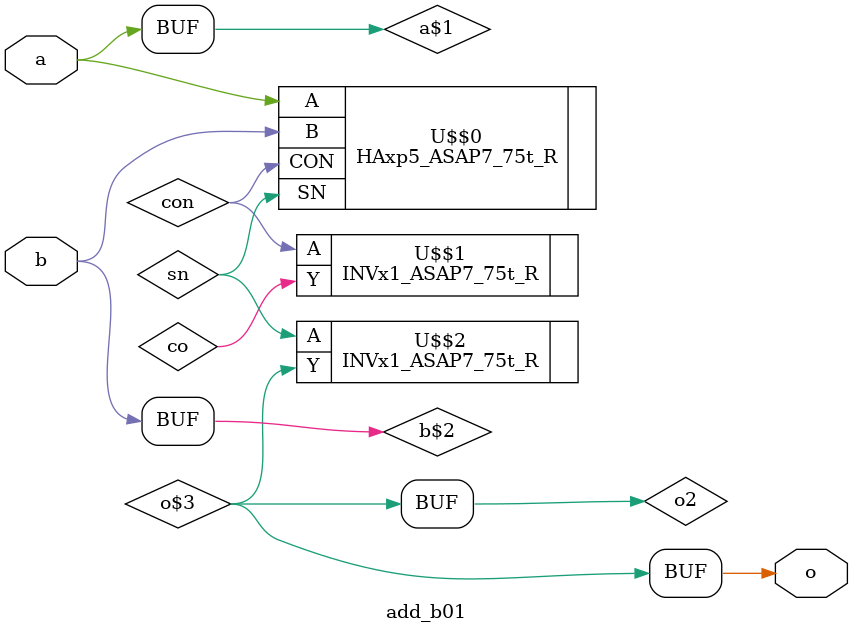
<source format=v>

/* --------------------------------------------------------------------------- */
/* Generated by Yosys 0.23 (git sha1 7ce5011c24b) */

(* \amaranth.hierarchy  = "add_b01" *)
(* top =  1  *)
(* generator = "Amaranth" *)
module add_b01(b, o, a);
  (* src = "adder.py:182" *)
  input a;
  wire a;
  (* src = "adder.py:212" *)
  wire \a$1 ;
  (* src = "adder.py:183" *)
  input b;
  wire b;
  (* src = "adder.py:213" *)
  wire \b$2 ;
  (* src = "adder.py:216" *)
  wire co;
  (* src = "tech/asap7.py:74" *)
  wire con;
  (* src = "adder.py:184" *)
  output o;
  wire o;
  (* src = "adder.py:214" *)
  wire \o$3 ;
  (* src = "adder.py:250" *)
  wire o2;
  (* src = "tech/asap7.py:75" *)
  wire sn;
  HAxp5_ASAP7_75t_R \U$$0  (
    .A(\a$1 ),
    .B(\b$2 ),
    .CON(con),
    .SN(sn)
  );
  INVx1_ASAP7_75t_R \U$$1  (
    .A(con),
    .Y(co)
  );
  INVx1_ASAP7_75t_R \U$$2  (
    .A(sn),
    .Y(\o$3 )
  );
  assign o = o2;
  assign o2 = \o$3 ;
  assign \b$2  = b;
  assign \a$1  = a;
endmodule

/* --------------------------------------------------------------------------- */
/* Generated by Yosys 0.23 (git sha1 7ce5011c24b) */

(* \amaranth.hierarchy  = "add_b02" *)
(* top =  1  *)
(* generator = "Amaranth" *)
module add_b02(b, o, a);
  (* src = "adder.py:182" *)
  input [1:0] a;
  wire [1:0] a;
  (* src = "adder.py:212" *)
  wire [1:0] \a$1 ;
  (* src = "adder.py:183" *)
  input [1:0] b;
  wire [1:0] b;
  (* src = "adder.py:213" *)
  wire [1:0] \b$2 ;
  (* src = "adder.py:215" *)
  wire [1:0] ci;
  (* src = "adder.py:216" *)
  wire [1:0] co;
  (* src = "tech/asap7.py:74" *)
  wire con;
  (* src = "tech/asap7.py:43" *)
  wire \con$4 ;
  (* src = "adder.py:184" *)
  output [1:0] o;
  wire [1:0] o;
  (* src = "adder.py:214" *)
  wire [1:0] \o$3 ;
  (* src = "adder.py:250" *)
  wire [1:0] o2;
  (* src = "tech/asap7.py:75" *)
  wire sn;
  (* src = "tech/asap7.py:44" *)
  wire \sn$5 ;
  HAxp5_ASAP7_75t_R \U$$0  (
    .A(\a$1 [0]),
    .B(\b$2 [0]),
    .CON(con),
    .SN(sn)
  );
  INVx1_ASAP7_75t_R \U$$1  (
    .A(con),
    .Y(co[0])
  );
  INVx1_ASAP7_75t_R \U$$2  (
    .A(sn),
    .Y(\o$3 [0])
  );
  FAx1_ASAP7_75t_R \U$$3  (
    .A(\a$1 [1]),
    .B(\b$2 [1]),
    .CI(ci[1]),
    .CON(\con$4 ),
    .SN(\sn$5 )
  );
  INVx1_ASAP7_75t_R \U$$4  (
    .A(\con$4 ),
    .Y(co[1])
  );
  INVx1_ASAP7_75t_R \U$$5  (
    .A(\sn$5 ),
    .Y(\o$3 [1])
  );
  assign o = o2;
  assign o2 = \o$3 ;
  assign ci[1] = co[0];
  assign ci[0] = 1'h0;
  assign \b$2  = b;
  assign \a$1  = a;
endmodule

/* --------------------------------------------------------------------------- */
/* Generated by Yosys 0.23 (git sha1 7ce5011c24b) */

(* \amaranth.hierarchy  = "add_b03" *)
(* top =  1  *)
(* generator = "Amaranth" *)
module add_b03(b, o, a);
  (* src = "adder.py:182" *)
  input [2:0] a;
  wire [2:0] a;
  (* src = "adder.py:212" *)
  wire [2:0] \a$1 ;
  (* src = "adder.py:183" *)
  input [2:0] b;
  wire [2:0] b;
  (* src = "adder.py:213" *)
  wire [2:0] \b$2 ;
  (* src = "adder.py:215" *)
  wire [2:0] ci;
  (* src = "adder.py:216" *)
  wire [2:0] co;
  (* src = "tech/asap7.py:74" *)
  wire con;
  (* src = "tech/asap7.py:43" *)
  wire \con$4 ;
  (* src = "tech/asap7.py:43" *)
  wire \con$6 ;
  (* src = "adder.py:184" *)
  output [2:0] o;
  wire [2:0] o;
  (* src = "adder.py:214" *)
  wire [2:0] \o$3 ;
  (* src = "adder.py:250" *)
  wire [2:0] o2;
  (* src = "tech/asap7.py:75" *)
  wire sn;
  (* src = "tech/asap7.py:44" *)
  wire \sn$5 ;
  (* src = "tech/asap7.py:44" *)
  wire \sn$7 ;
  HAxp5_ASAP7_75t_R \U$$0  (
    .A(\a$1 [0]),
    .B(\b$2 [0]),
    .CON(con),
    .SN(sn)
  );
  INVx1_ASAP7_75t_R \U$$1  (
    .A(con),
    .Y(co[0])
  );
  INVx1_ASAP7_75t_R \U$$2  (
    .A(sn),
    .Y(\o$3 [0])
  );
  FAx1_ASAP7_75t_R \U$$3  (
    .A(\a$1 [1]),
    .B(\b$2 [1]),
    .CI(ci[1]),
    .CON(\con$4 ),
    .SN(\sn$5 )
  );
  INVx1_ASAP7_75t_R \U$$4  (
    .A(\con$4 ),
    .Y(co[1])
  );
  INVx1_ASAP7_75t_R \U$$5  (
    .A(\sn$5 ),
    .Y(\o$3 [1])
  );
  FAx1_ASAP7_75t_R \U$$6  (
    .A(\a$1 [2]),
    .B(\b$2 [2]),
    .CI(ci[2]),
    .CON(\con$6 ),
    .SN(\sn$7 )
  );
  INVx1_ASAP7_75t_R \U$$7  (
    .A(\con$6 ),
    .Y(co[2])
  );
  INVx1_ASAP7_75t_R \U$$8  (
    .A(\sn$7 ),
    .Y(\o$3 [2])
  );
  assign o = o2;
  assign o2 = \o$3 ;
  assign ci[2] = co[1];
  assign ci[1] = co[0];
  assign ci[0] = 1'h0;
  assign \b$2  = b;
  assign \a$1  = a;
endmodule

/* --------------------------------------------------------------------------- */
/* Generated by Yosys 0.23 (git sha1 7ce5011c24b) */

(* \amaranth.hierarchy  = "add_b04" *)
(* top =  1  *)
(* generator = "Amaranth" *)
module add_b04(b, o, a);
  (* src = "adder.py:182" *)
  input [3:0] a;
  wire [3:0] a;
  (* src = "adder.py:212" *)
  wire [3:0] \a$1 ;
  (* src = "adder.py:183" *)
  input [3:0] b;
  wire [3:0] b;
  (* src = "adder.py:213" *)
  wire [3:0] \b$2 ;
  (* src = "adder.py:215" *)
  wire [3:0] ci;
  (* src = "adder.py:216" *)
  wire [3:0] co;
  (* src = "tech/asap7.py:74" *)
  wire con;
  (* src = "tech/asap7.py:43" *)
  wire \con$4 ;
  (* src = "tech/asap7.py:43" *)
  wire \con$6 ;
  (* src = "tech/asap7.py:43" *)
  wire \con$8 ;
  (* src = "adder.py:184" *)
  output [3:0] o;
  wire [3:0] o;
  (* src = "adder.py:214" *)
  wire [3:0] \o$3 ;
  (* src = "adder.py:250" *)
  wire [3:0] o2;
  (* src = "tech/asap7.py:75" *)
  wire sn;
  (* src = "tech/asap7.py:44" *)
  wire \sn$5 ;
  (* src = "tech/asap7.py:44" *)
  wire \sn$7 ;
  (* src = "tech/asap7.py:44" *)
  wire \sn$9 ;
  HAxp5_ASAP7_75t_R \U$$0  (
    .A(\a$1 [0]),
    .B(\b$2 [0]),
    .CON(con),
    .SN(sn)
  );
  INVx1_ASAP7_75t_R \U$$1  (
    .A(con),
    .Y(co[0])
  );
  INVx1_ASAP7_75t_R \U$$10  (
    .A(\con$8 ),
    .Y(co[3])
  );
  INVx1_ASAP7_75t_R \U$$11  (
    .A(\sn$9 ),
    .Y(\o$3 [3])
  );
  INVx1_ASAP7_75t_R \U$$2  (
    .A(sn),
    .Y(\o$3 [0])
  );
  FAx1_ASAP7_75t_R \U$$3  (
    .A(\a$1 [1]),
    .B(\b$2 [1]),
    .CI(ci[1]),
    .CON(\con$4 ),
    .SN(\sn$5 )
  );
  INVx1_ASAP7_75t_R \U$$4  (
    .A(\con$4 ),
    .Y(co[1])
  );
  INVx1_ASAP7_75t_R \U$$5  (
    .A(\sn$5 ),
    .Y(\o$3 [1])
  );
  FAx1_ASAP7_75t_R \U$$6  (
    .A(\a$1 [2]),
    .B(\b$2 [2]),
    .CI(ci[2]),
    .CON(\con$6 ),
    .SN(\sn$7 )
  );
  INVx1_ASAP7_75t_R \U$$7  (
    .A(\con$6 ),
    .Y(co[2])
  );
  INVx1_ASAP7_75t_R \U$$8  (
    .A(\sn$7 ),
    .Y(\o$3 [2])
  );
  FAx1_ASAP7_75t_R \U$$9  (
    .A(\a$1 [3]),
    .B(\b$2 [3]),
    .CI(ci[3]),
    .CON(\con$8 ),
    .SN(\sn$9 )
  );
  assign o = o2;
  assign o2 = \o$3 ;
  assign ci[3] = co[2];
  assign ci[2] = co[1];
  assign ci[1] = co[0];
  assign ci[0] = 1'h0;
  assign \b$2  = b;
  assign \a$1  = a;
endmodule

/* --------------------------------------------------------------------------- */
/* Generated by Yosys 0.23 (git sha1 7ce5011c24b) */

(* \amaranth.hierarchy  = "add_b05" *)
(* top =  1  *)
(* generator = "Amaranth" *)
module add_b05(b, o, a);
  (* src = "adder.py:182" *)
  input [4:0] a;
  wire [4:0] a;
  (* src = "adder.py:212" *)
  wire [4:0] \a$1 ;
  (* src = "adder.py:183" *)
  input [4:0] b;
  wire [4:0] b;
  (* src = "adder.py:213" *)
  wire [4:0] \b$2 ;
  (* src = "adder.py:215" *)
  wire [4:0] ci;
  (* src = "adder.py:216" *)
  wire [4:0] co;
  (* src = "tech/asap7.py:74" *)
  wire con;
  (* src = "tech/asap7.py:43" *)
  wire \con$10 ;
  (* src = "tech/asap7.py:43" *)
  wire \con$4 ;
  (* src = "tech/asap7.py:43" *)
  wire \con$6 ;
  (* src = "tech/asap7.py:43" *)
  wire \con$8 ;
  (* src = "adder.py:184" *)
  output [4:0] o;
  wire [4:0] o;
  (* src = "adder.py:214" *)
  wire [4:0] \o$3 ;
  (* src = "adder.py:250" *)
  wire [4:0] o2;
  (* src = "tech/asap7.py:75" *)
  wire sn;
  (* src = "tech/asap7.py:44" *)
  wire \sn$11 ;
  (* src = "tech/asap7.py:44" *)
  wire \sn$5 ;
  (* src = "tech/asap7.py:44" *)
  wire \sn$7 ;
  (* src = "tech/asap7.py:44" *)
  wire \sn$9 ;
  HAxp5_ASAP7_75t_R \U$$0  (
    .A(\a$1 [0]),
    .B(\b$2 [0]),
    .CON(con),
    .SN(sn)
  );
  INVx1_ASAP7_75t_R \U$$1  (
    .A(con),
    .Y(co[0])
  );
  INVx1_ASAP7_75t_R \U$$10  (
    .A(\con$8 ),
    .Y(co[3])
  );
  INVx1_ASAP7_75t_R \U$$11  (
    .A(\sn$9 ),
    .Y(\o$3 [3])
  );
  FAx1_ASAP7_75t_R \U$$12  (
    .A(\a$1 [4]),
    .B(\b$2 [4]),
    .CI(ci[4]),
    .CON(\con$10 ),
    .SN(\sn$11 )
  );
  INVx1_ASAP7_75t_R \U$$13  (
    .A(\con$10 ),
    .Y(co[4])
  );
  INVx1_ASAP7_75t_R \U$$14  (
    .A(\sn$11 ),
    .Y(\o$3 [4])
  );
  INVx1_ASAP7_75t_R \U$$2  (
    .A(sn),
    .Y(\o$3 [0])
  );
  FAx1_ASAP7_75t_R \U$$3  (
    .A(\a$1 [1]),
    .B(\b$2 [1]),
    .CI(ci[1]),
    .CON(\con$4 ),
    .SN(\sn$5 )
  );
  INVx1_ASAP7_75t_R \U$$4  (
    .A(\con$4 ),
    .Y(co[1])
  );
  INVx1_ASAP7_75t_R \U$$5  (
    .A(\sn$5 ),
    .Y(\o$3 [1])
  );
  FAx1_ASAP7_75t_R \U$$6  (
    .A(\a$1 [2]),
    .B(\b$2 [2]),
    .CI(ci[2]),
    .CON(\con$6 ),
    .SN(\sn$7 )
  );
  INVx1_ASAP7_75t_R \U$$7  (
    .A(\con$6 ),
    .Y(co[2])
  );
  INVx1_ASAP7_75t_R \U$$8  (
    .A(\sn$7 ),
    .Y(\o$3 [2])
  );
  FAx1_ASAP7_75t_R \U$$9  (
    .A(\a$1 [3]),
    .B(\b$2 [3]),
    .CI(ci[3]),
    .CON(\con$8 ),
    .SN(\sn$9 )
  );
  assign o = o2;
  assign o2 = \o$3 ;
  assign ci[4] = co[3];
  assign ci[3] = co[2];
  assign ci[2] = co[1];
  assign ci[1] = co[0];
  assign ci[0] = 1'h0;
  assign \b$2  = b;
  assign \a$1  = a;
endmodule

/* --------------------------------------------------------------------------- */
/* Generated by Yosys 0.23 (git sha1 7ce5011c24b) */

(* \amaranth.hierarchy  = "add_b06" *)
(* top =  1  *)
(* generator = "Amaranth" *)
module add_b06(b, o, a);
  (* src = "adder.py:182" *)
  input [5:0] a;
  wire [5:0] a;
  (* src = "adder.py:212" *)
  wire [5:0] \a$1 ;
  (* src = "adder.py:183" *)
  input [5:0] b;
  wire [5:0] b;
  (* src = "adder.py:213" *)
  wire [5:0] \b$2 ;
  (* src = "adder.py:215" *)
  wire [5:0] ci;
  (* src = "adder.py:216" *)
  wire [5:0] co;
  (* src = "tech/asap7.py:74" *)
  wire con;
  (* src = "tech/asap7.py:43" *)
  wire \con$10 ;
  (* src = "tech/asap7.py:43" *)
  wire \con$12 ;
  (* src = "tech/asap7.py:43" *)
  wire \con$4 ;
  (* src = "tech/asap7.py:43" *)
  wire \con$6 ;
  (* src = "tech/asap7.py:43" *)
  wire \con$8 ;
  (* src = "adder.py:184" *)
  output [5:0] o;
  wire [5:0] o;
  (* src = "adder.py:214" *)
  wire [5:0] \o$3 ;
  (* src = "adder.py:250" *)
  wire [5:0] o2;
  (* src = "tech/asap7.py:75" *)
  wire sn;
  (* src = "tech/asap7.py:44" *)
  wire \sn$11 ;
  (* src = "tech/asap7.py:44" *)
  wire \sn$13 ;
  (* src = "tech/asap7.py:44" *)
  wire \sn$5 ;
  (* src = "tech/asap7.py:44" *)
  wire \sn$7 ;
  (* src = "tech/asap7.py:44" *)
  wire \sn$9 ;
  HAxp5_ASAP7_75t_R \U$$0  (
    .A(\a$1 [0]),
    .B(\b$2 [0]),
    .CON(con),
    .SN(sn)
  );
  INVx1_ASAP7_75t_R \U$$1  (
    .A(con),
    .Y(co[0])
  );
  INVx1_ASAP7_75t_R \U$$10  (
    .A(\con$8 ),
    .Y(co[3])
  );
  INVx1_ASAP7_75t_R \U$$11  (
    .A(\sn$9 ),
    .Y(\o$3 [3])
  );
  FAx1_ASAP7_75t_R \U$$12  (
    .A(\a$1 [4]),
    .B(\b$2 [4]),
    .CI(ci[4]),
    .CON(\con$10 ),
    .SN(\sn$11 )
  );
  INVx1_ASAP7_75t_R \U$$13  (
    .A(\con$10 ),
    .Y(co[4])
  );
  INVx1_ASAP7_75t_R \U$$14  (
    .A(\sn$11 ),
    .Y(\o$3 [4])
  );
  FAx1_ASAP7_75t_R \U$$15  (
    .A(\a$1 [5]),
    .B(\b$2 [5]),
    .CI(ci[5]),
    .CON(\con$12 ),
    .SN(\sn$13 )
  );
  INVx1_ASAP7_75t_R \U$$16  (
    .A(\con$12 ),
    .Y(co[5])
  );
  INVx1_ASAP7_75t_R \U$$17  (
    .A(\sn$13 ),
    .Y(\o$3 [5])
  );
  INVx1_ASAP7_75t_R \U$$2  (
    .A(sn),
    .Y(\o$3 [0])
  );
  FAx1_ASAP7_75t_R \U$$3  (
    .A(\a$1 [1]),
    .B(\b$2 [1]),
    .CI(ci[1]),
    .CON(\con$4 ),
    .SN(\sn$5 )
  );
  INVx1_ASAP7_75t_R \U$$4  (
    .A(\con$4 ),
    .Y(co[1])
  );
  INVx1_ASAP7_75t_R \U$$5  (
    .A(\sn$5 ),
    .Y(\o$3 [1])
  );
  FAx1_ASAP7_75t_R \U$$6  (
    .A(\a$1 [2]),
    .B(\b$2 [2]),
    .CI(ci[2]),
    .CON(\con$6 ),
    .SN(\sn$7 )
  );
  INVx1_ASAP7_75t_R \U$$7  (
    .A(\con$6 ),
    .Y(co[2])
  );
  INVx1_ASAP7_75t_R \U$$8  (
    .A(\sn$7 ),
    .Y(\o$3 [2])
  );
  FAx1_ASAP7_75t_R \U$$9  (
    .A(\a$1 [3]),
    .B(\b$2 [3]),
    .CI(ci[3]),
    .CON(\con$8 ),
    .SN(\sn$9 )
  );
  assign o = o2;
  assign o2 = \o$3 ;
  assign ci[5] = co[4];
  assign ci[4] = co[3];
  assign ci[3] = co[2];
  assign ci[2] = co[1];
  assign ci[1] = co[0];
  assign ci[0] = 1'h0;
  assign \b$2  = b;
  assign \a$1  = a;
endmodule

/* --------------------------------------------------------------------------- */
/* Generated by Yosys 0.23 (git sha1 7ce5011c24b) */

(* \amaranth.hierarchy  = "add_b07" *)
(* top =  1  *)
(* generator = "Amaranth" *)
module add_b07(b, o, a);
  (* src = "adder.py:182" *)
  input [6:0] a;
  wire [6:0] a;
  (* src = "adder.py:212" *)
  wire [6:0] \a$1 ;
  (* src = "adder.py:183" *)
  input [6:0] b;
  wire [6:0] b;
  (* src = "adder.py:213" *)
  wire [6:0] \b$2 ;
  (* src = "adder.py:215" *)
  wire [6:0] ci;
  (* src = "adder.py:216" *)
  wire [6:0] co;
  (* src = "tech/asap7.py:74" *)
  wire con;
  (* src = "tech/asap7.py:43" *)
  wire \con$10 ;
  (* src = "tech/asap7.py:43" *)
  wire \con$12 ;
  (* src = "tech/asap7.py:43" *)
  wire \con$14 ;
  (* src = "tech/asap7.py:43" *)
  wire \con$4 ;
  (* src = "tech/asap7.py:43" *)
  wire \con$6 ;
  (* src = "tech/asap7.py:43" *)
  wire \con$8 ;
  (* src = "adder.py:184" *)
  output [6:0] o;
  wire [6:0] o;
  (* src = "adder.py:214" *)
  wire [6:0] \o$3 ;
  (* src = "adder.py:250" *)
  wire [6:0] o2;
  (* src = "tech/asap7.py:75" *)
  wire sn;
  (* src = "tech/asap7.py:44" *)
  wire \sn$11 ;
  (* src = "tech/asap7.py:44" *)
  wire \sn$13 ;
  (* src = "tech/asap7.py:44" *)
  wire \sn$15 ;
  (* src = "tech/asap7.py:44" *)
  wire \sn$5 ;
  (* src = "tech/asap7.py:44" *)
  wire \sn$7 ;
  (* src = "tech/asap7.py:44" *)
  wire \sn$9 ;
  HAxp5_ASAP7_75t_R \U$$0  (
    .A(\a$1 [0]),
    .B(\b$2 [0]),
    .CON(con),
    .SN(sn)
  );
  INVx1_ASAP7_75t_R \U$$1  (
    .A(con),
    .Y(co[0])
  );
  INVx1_ASAP7_75t_R \U$$10  (
    .A(\con$8 ),
    .Y(co[3])
  );
  INVx1_ASAP7_75t_R \U$$11  (
    .A(\sn$9 ),
    .Y(\o$3 [3])
  );
  FAx1_ASAP7_75t_R \U$$12  (
    .A(\a$1 [4]),
    .B(\b$2 [4]),
    .CI(ci[4]),
    .CON(\con$10 ),
    .SN(\sn$11 )
  );
  INVx1_ASAP7_75t_R \U$$13  (
    .A(\con$10 ),
    .Y(co[4])
  );
  INVx1_ASAP7_75t_R \U$$14  (
    .A(\sn$11 ),
    .Y(\o$3 [4])
  );
  FAx1_ASAP7_75t_R \U$$15  (
    .A(\a$1 [5]),
    .B(\b$2 [5]),
    .CI(ci[5]),
    .CON(\con$12 ),
    .SN(\sn$13 )
  );
  INVx1_ASAP7_75t_R \U$$16  (
    .A(\con$12 ),
    .Y(co[5])
  );
  INVx1_ASAP7_75t_R \U$$17  (
    .A(\sn$13 ),
    .Y(\o$3 [5])
  );
  FAx1_ASAP7_75t_R \U$$18  (
    .A(\a$1 [6]),
    .B(\b$2 [6]),
    .CI(ci[6]),
    .CON(\con$14 ),
    .SN(\sn$15 )
  );
  INVx1_ASAP7_75t_R \U$$19  (
    .A(\con$14 ),
    .Y(co[6])
  );
  INVx1_ASAP7_75t_R \U$$2  (
    .A(sn),
    .Y(\o$3 [0])
  );
  INVx1_ASAP7_75t_R \U$$20  (
    .A(\sn$15 ),
    .Y(\o$3 [6])
  );
  FAx1_ASAP7_75t_R \U$$3  (
    .A(\a$1 [1]),
    .B(\b$2 [1]),
    .CI(ci[1]),
    .CON(\con$4 ),
    .SN(\sn$5 )
  );
  INVx1_ASAP7_75t_R \U$$4  (
    .A(\con$4 ),
    .Y(co[1])
  );
  INVx1_ASAP7_75t_R \U$$5  (
    .A(\sn$5 ),
    .Y(\o$3 [1])
  );
  FAx1_ASAP7_75t_R \U$$6  (
    .A(\a$1 [2]),
    .B(\b$2 [2]),
    .CI(ci[2]),
    .CON(\con$6 ),
    .SN(\sn$7 )
  );
  INVx1_ASAP7_75t_R \U$$7  (
    .A(\con$6 ),
    .Y(co[2])
  );
  INVx1_ASAP7_75t_R \U$$8  (
    .A(\sn$7 ),
    .Y(\o$3 [2])
  );
  FAx1_ASAP7_75t_R \U$$9  (
    .A(\a$1 [3]),
    .B(\b$2 [3]),
    .CI(ci[3]),
    .CON(\con$8 ),
    .SN(\sn$9 )
  );
  assign o = o2;
  assign o2 = \o$3 ;
  assign ci[6] = co[5];
  assign ci[5] = co[4];
  assign ci[4] = co[3];
  assign ci[3] = co[2];
  assign ci[2] = co[1];
  assign ci[1] = co[0];
  assign ci[0] = 1'h0;
  assign \b$2  = b;
  assign \a$1  = a;
endmodule

/* --------------------------------------------------------------------------- */
/* Generated by Yosys 0.23 (git sha1 7ce5011c24b) */

(* \amaranth.hierarchy  = "add_b08" *)
(* top =  1  *)
(* generator = "Amaranth" *)
module add_b08(b, o, a);
  (* src = "adder.py:182" *)
  input [7:0] a;
  wire [7:0] a;
  (* src = "adder.py:212" *)
  wire [7:0] \a$1 ;
  (* src = "adder.py:183" *)
  input [7:0] b;
  wire [7:0] b;
  (* src = "adder.py:213" *)
  wire [7:0] \b$2 ;
  (* src = "adder.py:215" *)
  wire [7:0] ci;
  (* src = "adder.py:216" *)
  wire [7:0] co;
  (* src = "tech/asap7.py:74" *)
  wire con;
  (* src = "tech/asap7.py:43" *)
  wire \con$10 ;
  (* src = "tech/asap7.py:43" *)
  wire \con$12 ;
  (* src = "tech/asap7.py:43" *)
  wire \con$14 ;
  (* src = "tech/asap7.py:43" *)
  wire \con$16 ;
  (* src = "tech/asap7.py:43" *)
  wire \con$4 ;
  (* src = "tech/asap7.py:43" *)
  wire \con$6 ;
  (* src = "tech/asap7.py:43" *)
  wire \con$8 ;
  (* src = "adder.py:184" *)
  output [7:0] o;
  wire [7:0] o;
  (* src = "adder.py:214" *)
  wire [7:0] \o$3 ;
  (* src = "adder.py:250" *)
  wire [7:0] o2;
  (* src = "tech/asap7.py:75" *)
  wire sn;
  (* src = "tech/asap7.py:44" *)
  wire \sn$11 ;
  (* src = "tech/asap7.py:44" *)
  wire \sn$13 ;
  (* src = "tech/asap7.py:44" *)
  wire \sn$15 ;
  (* src = "tech/asap7.py:44" *)
  wire \sn$17 ;
  (* src = "tech/asap7.py:44" *)
  wire \sn$5 ;
  (* src = "tech/asap7.py:44" *)
  wire \sn$7 ;
  (* src = "tech/asap7.py:44" *)
  wire \sn$9 ;
  HAxp5_ASAP7_75t_R \U$$0  (
    .A(\a$1 [0]),
    .B(\b$2 [0]),
    .CON(con),
    .SN(sn)
  );
  INVx1_ASAP7_75t_R \U$$1  (
    .A(con),
    .Y(co[0])
  );
  INVx1_ASAP7_75t_R \U$$10  (
    .A(\con$8 ),
    .Y(co[3])
  );
  INVx1_ASAP7_75t_R \U$$11  (
    .A(\sn$9 ),
    .Y(\o$3 [3])
  );
  FAx1_ASAP7_75t_R \U$$12  (
    .A(\a$1 [4]),
    .B(\b$2 [4]),
    .CI(ci[4]),
    .CON(\con$10 ),
    .SN(\sn$11 )
  );
  INVx1_ASAP7_75t_R \U$$13  (
    .A(\con$10 ),
    .Y(co[4])
  );
  INVx1_ASAP7_75t_R \U$$14  (
    .A(\sn$11 ),
    .Y(\o$3 [4])
  );
  FAx1_ASAP7_75t_R \U$$15  (
    .A(\a$1 [5]),
    .B(\b$2 [5]),
    .CI(ci[5]),
    .CON(\con$12 ),
    .SN(\sn$13 )
  );
  INVx1_ASAP7_75t_R \U$$16  (
    .A(\con$12 ),
    .Y(co[5])
  );
  INVx1_ASAP7_75t_R \U$$17  (
    .A(\sn$13 ),
    .Y(\o$3 [5])
  );
  FAx1_ASAP7_75t_R \U$$18  (
    .A(\a$1 [6]),
    .B(\b$2 [6]),
    .CI(ci[6]),
    .CON(\con$14 ),
    .SN(\sn$15 )
  );
  INVx1_ASAP7_75t_R \U$$19  (
    .A(\con$14 ),
    .Y(co[6])
  );
  INVx1_ASAP7_75t_R \U$$2  (
    .A(sn),
    .Y(\o$3 [0])
  );
  INVx1_ASAP7_75t_R \U$$20  (
    .A(\sn$15 ),
    .Y(\o$3 [6])
  );
  FAx1_ASAP7_75t_R \U$$21  (
    .A(\a$1 [7]),
    .B(\b$2 [7]),
    .CI(ci[7]),
    .CON(\con$16 ),
    .SN(\sn$17 )
  );
  INVx1_ASAP7_75t_R \U$$22  (
    .A(\con$16 ),
    .Y(co[7])
  );
  INVx1_ASAP7_75t_R \U$$23  (
    .A(\sn$17 ),
    .Y(\o$3 [7])
  );
  FAx1_ASAP7_75t_R \U$$3  (
    .A(\a$1 [1]),
    .B(\b$2 [1]),
    .CI(ci[1]),
    .CON(\con$4 ),
    .SN(\sn$5 )
  );
  INVx1_ASAP7_75t_R \U$$4  (
    .A(\con$4 ),
    .Y(co[1])
  );
  INVx1_ASAP7_75t_R \U$$5  (
    .A(\sn$5 ),
    .Y(\o$3 [1])
  );
  FAx1_ASAP7_75t_R \U$$6  (
    .A(\a$1 [2]),
    .B(\b$2 [2]),
    .CI(ci[2]),
    .CON(\con$6 ),
    .SN(\sn$7 )
  );
  INVx1_ASAP7_75t_R \U$$7  (
    .A(\con$6 ),
    .Y(co[2])
  );
  INVx1_ASAP7_75t_R \U$$8  (
    .A(\sn$7 ),
    .Y(\o$3 [2])
  );
  FAx1_ASAP7_75t_R \U$$9  (
    .A(\a$1 [3]),
    .B(\b$2 [3]),
    .CI(ci[3]),
    .CON(\con$8 ),
    .SN(\sn$9 )
  );
  assign o = o2;
  assign o2 = \o$3 ;
  assign ci[7] = co[6];
  assign ci[6] = co[5];
  assign ci[5] = co[4];
  assign ci[4] = co[3];
  assign ci[3] = co[2];
  assign ci[2] = co[1];
  assign ci[1] = co[0];
  assign ci[0] = 1'h0;
  assign \b$2  = b;
  assign \a$1  = a;
endmodule

/* --------------------------------------------------------------------------- */
/* Generated by Yosys 0.23 (git sha1 7ce5011c24b) */

(* \amaranth.hierarchy  = "add_b09" *)
(* top =  1  *)
(* generator = "Amaranth" *)
module add_b09(b, o, a);
  (* src = "adder.py:182" *)
  input [8:0] a;
  wire [8:0] a;
  (* src = "adder.py:212" *)
  wire [8:0] \a$1 ;
  (* src = "adder.py:183" *)
  input [8:0] b;
  wire [8:0] b;
  (* src = "adder.py:213" *)
  wire [8:0] \b$2 ;
  (* src = "adder.py:215" *)
  wire [8:0] ci;
  (* src = "adder.py:216" *)
  wire [8:0] co;
  (* src = "tech/asap7.py:74" *)
  wire con;
  (* src = "tech/asap7.py:43" *)
  wire \con$10 ;
  (* src = "tech/asap7.py:43" *)
  wire \con$12 ;
  (* src = "tech/asap7.py:43" *)
  wire \con$14 ;
  (* src = "tech/asap7.py:43" *)
  wire \con$16 ;
  (* src = "tech/asap7.py:43" *)
  wire \con$18 ;
  (* src = "tech/asap7.py:43" *)
  wire \con$4 ;
  (* src = "tech/asap7.py:43" *)
  wire \con$6 ;
  (* src = "tech/asap7.py:43" *)
  wire \con$8 ;
  (* src = "adder.py:184" *)
  output [8:0] o;
  wire [8:0] o;
  (* src = "adder.py:214" *)
  wire [8:0] \o$3 ;
  (* src = "adder.py:250" *)
  wire [8:0] o2;
  (* src = "tech/asap7.py:75" *)
  wire sn;
  (* src = "tech/asap7.py:44" *)
  wire \sn$11 ;
  (* src = "tech/asap7.py:44" *)
  wire \sn$13 ;
  (* src = "tech/asap7.py:44" *)
  wire \sn$15 ;
  (* src = "tech/asap7.py:44" *)
  wire \sn$17 ;
  (* src = "tech/asap7.py:44" *)
  wire \sn$19 ;
  (* src = "tech/asap7.py:44" *)
  wire \sn$5 ;
  (* src = "tech/asap7.py:44" *)
  wire \sn$7 ;
  (* src = "tech/asap7.py:44" *)
  wire \sn$9 ;
  HAxp5_ASAP7_75t_R \U$$0  (
    .A(\a$1 [0]),
    .B(\b$2 [0]),
    .CON(con),
    .SN(sn)
  );
  INVx1_ASAP7_75t_R \U$$1  (
    .A(con),
    .Y(co[0])
  );
  INVx1_ASAP7_75t_R \U$$10  (
    .A(\con$8 ),
    .Y(co[3])
  );
  INVx1_ASAP7_75t_R \U$$11  (
    .A(\sn$9 ),
    .Y(\o$3 [3])
  );
  FAx1_ASAP7_75t_R \U$$12  (
    .A(\a$1 [4]),
    .B(\b$2 [4]),
    .CI(ci[4]),
    .CON(\con$10 ),
    .SN(\sn$11 )
  );
  INVx1_ASAP7_75t_R \U$$13  (
    .A(\con$10 ),
    .Y(co[4])
  );
  INVx1_ASAP7_75t_R \U$$14  (
    .A(\sn$11 ),
    .Y(\o$3 [4])
  );
  FAx1_ASAP7_75t_R \U$$15  (
    .A(\a$1 [5]),
    .B(\b$2 [5]),
    .CI(ci[5]),
    .CON(\con$12 ),
    .SN(\sn$13 )
  );
  INVx1_ASAP7_75t_R \U$$16  (
    .A(\con$12 ),
    .Y(co[5])
  );
  INVx1_ASAP7_75t_R \U$$17  (
    .A(\sn$13 ),
    .Y(\o$3 [5])
  );
  FAx1_ASAP7_75t_R \U$$18  (
    .A(\a$1 [6]),
    .B(\b$2 [6]),
    .CI(ci[6]),
    .CON(\con$14 ),
    .SN(\sn$15 )
  );
  INVx1_ASAP7_75t_R \U$$19  (
    .A(\con$14 ),
    .Y(co[6])
  );
  INVx1_ASAP7_75t_R \U$$2  (
    .A(sn),
    .Y(\o$3 [0])
  );
  INVx1_ASAP7_75t_R \U$$20  (
    .A(\sn$15 ),
    .Y(\o$3 [6])
  );
  FAx1_ASAP7_75t_R \U$$21  (
    .A(\a$1 [7]),
    .B(\b$2 [7]),
    .CI(ci[7]),
    .CON(\con$16 ),
    .SN(\sn$17 )
  );
  INVx1_ASAP7_75t_R \U$$22  (
    .A(\con$16 ),
    .Y(co[7])
  );
  INVx1_ASAP7_75t_R \U$$23  (
    .A(\sn$17 ),
    .Y(\o$3 [7])
  );
  FAx1_ASAP7_75t_R \U$$24  (
    .A(\a$1 [8]),
    .B(\b$2 [8]),
    .CI(ci[8]),
    .CON(\con$18 ),
    .SN(\sn$19 )
  );
  INVx1_ASAP7_75t_R \U$$25  (
    .A(\con$18 ),
    .Y(co[8])
  );
  INVx1_ASAP7_75t_R \U$$26  (
    .A(\sn$19 ),
    .Y(\o$3 [8])
  );
  FAx1_ASAP7_75t_R \U$$3  (
    .A(\a$1 [1]),
    .B(\b$2 [1]),
    .CI(ci[1]),
    .CON(\con$4 ),
    .SN(\sn$5 )
  );
  INVx1_ASAP7_75t_R \U$$4  (
    .A(\con$4 ),
    .Y(co[1])
  );
  INVx1_ASAP7_75t_R \U$$5  (
    .A(\sn$5 ),
    .Y(\o$3 [1])
  );
  FAx1_ASAP7_75t_R \U$$6  (
    .A(\a$1 [2]),
    .B(\b$2 [2]),
    .CI(ci[2]),
    .CON(\con$6 ),
    .SN(\sn$7 )
  );
  INVx1_ASAP7_75t_R \U$$7  (
    .A(\con$6 ),
    .Y(co[2])
  );
  INVx1_ASAP7_75t_R \U$$8  (
    .A(\sn$7 ),
    .Y(\o$3 [2])
  );
  FAx1_ASAP7_75t_R \U$$9  (
    .A(\a$1 [3]),
    .B(\b$2 [3]),
    .CI(ci[3]),
    .CON(\con$8 ),
    .SN(\sn$9 )
  );
  assign o = o2;
  assign o2 = \o$3 ;
  assign ci[8] = co[7];
  assign ci[7] = co[6];
  assign ci[6] = co[5];
  assign ci[5] = co[4];
  assign ci[4] = co[3];
  assign ci[3] = co[2];
  assign ci[2] = co[1];
  assign ci[1] = co[0];
  assign ci[0] = 1'h0;
  assign \b$2  = b;
  assign \a$1  = a;
endmodule

/* --------------------------------------------------------------------------- */
/* Generated by Yosys 0.23 (git sha1 7ce5011c24b) */

(* \amaranth.hierarchy  = "add_b10" *)
(* top =  1  *)
(* generator = "Amaranth" *)
module add_b10(b, o, a);
  (* src = "adder.py:182" *)
  input [9:0] a;
  wire [9:0] a;
  (* src = "adder.py:212" *)
  wire [9:0] \a$1 ;
  (* src = "adder.py:183" *)
  input [9:0] b;
  wire [9:0] b;
  (* src = "adder.py:213" *)
  wire [9:0] \b$2 ;
  (* src = "adder.py:215" *)
  wire [9:0] ci;
  (* src = "adder.py:216" *)
  wire [9:0] co;
  (* src = "tech/asap7.py:74" *)
  wire con;
  (* src = "tech/asap7.py:43" *)
  wire \con$10 ;
  (* src = "tech/asap7.py:43" *)
  wire \con$12 ;
  (* src = "tech/asap7.py:43" *)
  wire \con$14 ;
  (* src = "tech/asap7.py:43" *)
  wire \con$16 ;
  (* src = "tech/asap7.py:43" *)
  wire \con$18 ;
  (* src = "tech/asap7.py:43" *)
  wire \con$20 ;
  (* src = "tech/asap7.py:43" *)
  wire \con$4 ;
  (* src = "tech/asap7.py:43" *)
  wire \con$6 ;
  (* src = "tech/asap7.py:43" *)
  wire \con$8 ;
  (* src = "adder.py:184" *)
  output [9:0] o;
  wire [9:0] o;
  (* src = "adder.py:214" *)
  wire [9:0] \o$3 ;
  (* src = "adder.py:250" *)
  wire [9:0] o2;
  (* src = "tech/asap7.py:75" *)
  wire sn;
  (* src = "tech/asap7.py:44" *)
  wire \sn$11 ;
  (* src = "tech/asap7.py:44" *)
  wire \sn$13 ;
  (* src = "tech/asap7.py:44" *)
  wire \sn$15 ;
  (* src = "tech/asap7.py:44" *)
  wire \sn$17 ;
  (* src = "tech/asap7.py:44" *)
  wire \sn$19 ;
  (* src = "tech/asap7.py:44" *)
  wire \sn$21 ;
  (* src = "tech/asap7.py:44" *)
  wire \sn$5 ;
  (* src = "tech/asap7.py:44" *)
  wire \sn$7 ;
  (* src = "tech/asap7.py:44" *)
  wire \sn$9 ;
  HAxp5_ASAP7_75t_R \U$$0  (
    .A(\a$1 [0]),
    .B(\b$2 [0]),
    .CON(con),
    .SN(sn)
  );
  INVx1_ASAP7_75t_R \U$$1  (
    .A(con),
    .Y(co[0])
  );
  INVx1_ASAP7_75t_R \U$$10  (
    .A(\con$8 ),
    .Y(co[3])
  );
  INVx1_ASAP7_75t_R \U$$11  (
    .A(\sn$9 ),
    .Y(\o$3 [3])
  );
  FAx1_ASAP7_75t_R \U$$12  (
    .A(\a$1 [4]),
    .B(\b$2 [4]),
    .CI(ci[4]),
    .CON(\con$10 ),
    .SN(\sn$11 )
  );
  INVx1_ASAP7_75t_R \U$$13  (
    .A(\con$10 ),
    .Y(co[4])
  );
  INVx1_ASAP7_75t_R \U$$14  (
    .A(\sn$11 ),
    .Y(\o$3 [4])
  );
  FAx1_ASAP7_75t_R \U$$15  (
    .A(\a$1 [5]),
    .B(\b$2 [5]),
    .CI(ci[5]),
    .CON(\con$12 ),
    .SN(\sn$13 )
  );
  INVx1_ASAP7_75t_R \U$$16  (
    .A(\con$12 ),
    .Y(co[5])
  );
  INVx1_ASAP7_75t_R \U$$17  (
    .A(\sn$13 ),
    .Y(\o$3 [5])
  );
  FAx1_ASAP7_75t_R \U$$18  (
    .A(\a$1 [6]),
    .B(\b$2 [6]),
    .CI(ci[6]),
    .CON(\con$14 ),
    .SN(\sn$15 )
  );
  INVx1_ASAP7_75t_R \U$$19  (
    .A(\con$14 ),
    .Y(co[6])
  );
  INVx1_ASAP7_75t_R \U$$2  (
    .A(sn),
    .Y(\o$3 [0])
  );
  INVx1_ASAP7_75t_R \U$$20  (
    .A(\sn$15 ),
    .Y(\o$3 [6])
  );
  FAx1_ASAP7_75t_R \U$$21  (
    .A(\a$1 [7]),
    .B(\b$2 [7]),
    .CI(ci[7]),
    .CON(\con$16 ),
    .SN(\sn$17 )
  );
  INVx1_ASAP7_75t_R \U$$22  (
    .A(\con$16 ),
    .Y(co[7])
  );
  INVx1_ASAP7_75t_R \U$$23  (
    .A(\sn$17 ),
    .Y(\o$3 [7])
  );
  FAx1_ASAP7_75t_R \U$$24  (
    .A(\a$1 [8]),
    .B(\b$2 [8]),
    .CI(ci[8]),
    .CON(\con$18 ),
    .SN(\sn$19 )
  );
  INVx1_ASAP7_75t_R \U$$25  (
    .A(\con$18 ),
    .Y(co[8])
  );
  INVx1_ASAP7_75t_R \U$$26  (
    .A(\sn$19 ),
    .Y(\o$3 [8])
  );
  FAx1_ASAP7_75t_R \U$$27  (
    .A(\a$1 [9]),
    .B(\b$2 [9]),
    .CI(ci[9]),
    .CON(\con$20 ),
    .SN(\sn$21 )
  );
  INVx1_ASAP7_75t_R \U$$28  (
    .A(\con$20 ),
    .Y(co[9])
  );
  INVx1_ASAP7_75t_R \U$$29  (
    .A(\sn$21 ),
    .Y(\o$3 [9])
  );
  FAx1_ASAP7_75t_R \U$$3  (
    .A(\a$1 [1]),
    .B(\b$2 [1]),
    .CI(ci[1]),
    .CON(\con$4 ),
    .SN(\sn$5 )
  );
  INVx1_ASAP7_75t_R \U$$4  (
    .A(\con$4 ),
    .Y(co[1])
  );
  INVx1_ASAP7_75t_R \U$$5  (
    .A(\sn$5 ),
    .Y(\o$3 [1])
  );
  FAx1_ASAP7_75t_R \U$$6  (
    .A(\a$1 [2]),
    .B(\b$2 [2]),
    .CI(ci[2]),
    .CON(\con$6 ),
    .SN(\sn$7 )
  );
  INVx1_ASAP7_75t_R \U$$7  (
    .A(\con$6 ),
    .Y(co[2])
  );
  INVx1_ASAP7_75t_R \U$$8  (
    .A(\sn$7 ),
    .Y(\o$3 [2])
  );
  FAx1_ASAP7_75t_R \U$$9  (
    .A(\a$1 [3]),
    .B(\b$2 [3]),
    .CI(ci[3]),
    .CON(\con$8 ),
    .SN(\sn$9 )
  );
  assign o = o2;
  assign o2 = \o$3 ;
  assign ci[9] = co[8];
  assign ci[8] = co[7];
  assign ci[7] = co[6];
  assign ci[6] = co[5];
  assign ci[5] = co[4];
  assign ci[4] = co[3];
  assign ci[3] = co[2];
  assign ci[2] = co[1];
  assign ci[1] = co[0];
  assign ci[0] = 1'h0;
  assign \b$2  = b;
  assign \a$1  = a;
endmodule

/* --------------------------------------------------------------------------- */
/* Generated by Yosys 0.23 (git sha1 7ce5011c24b) */

(* \amaranth.hierarchy  = "add_b11" *)
(* top =  1  *)
(* generator = "Amaranth" *)
module add_b11(b, o, a);
  (* src = "adder.py:182" *)
  input [10:0] a;
  wire [10:0] a;
  (* src = "adder.py:212" *)
  wire [10:0] \a$1 ;
  (* src = "adder.py:183" *)
  input [10:0] b;
  wire [10:0] b;
  (* src = "adder.py:213" *)
  wire [10:0] \b$2 ;
  (* src = "adder.py:215" *)
  wire [10:0] ci;
  (* src = "adder.py:216" *)
  wire [10:0] co;
  (* src = "tech/asap7.py:74" *)
  wire con;
  (* src = "tech/asap7.py:43" *)
  wire \con$10 ;
  (* src = "tech/asap7.py:43" *)
  wire \con$12 ;
  (* src = "tech/asap7.py:43" *)
  wire \con$14 ;
  (* src = "tech/asap7.py:43" *)
  wire \con$16 ;
  (* src = "tech/asap7.py:43" *)
  wire \con$18 ;
  (* src = "tech/asap7.py:43" *)
  wire \con$20 ;
  (* src = "tech/asap7.py:43" *)
  wire \con$22 ;
  (* src = "tech/asap7.py:43" *)
  wire \con$4 ;
  (* src = "tech/asap7.py:43" *)
  wire \con$6 ;
  (* src = "tech/asap7.py:43" *)
  wire \con$8 ;
  (* src = "adder.py:184" *)
  output [10:0] o;
  wire [10:0] o;
  (* src = "adder.py:214" *)
  wire [10:0] \o$3 ;
  (* src = "adder.py:250" *)
  wire [10:0] o2;
  (* src = "tech/asap7.py:75" *)
  wire sn;
  (* src = "tech/asap7.py:44" *)
  wire \sn$11 ;
  (* src = "tech/asap7.py:44" *)
  wire \sn$13 ;
  (* src = "tech/asap7.py:44" *)
  wire \sn$15 ;
  (* src = "tech/asap7.py:44" *)
  wire \sn$17 ;
  (* src = "tech/asap7.py:44" *)
  wire \sn$19 ;
  (* src = "tech/asap7.py:44" *)
  wire \sn$21 ;
  (* src = "tech/asap7.py:44" *)
  wire \sn$23 ;
  (* src = "tech/asap7.py:44" *)
  wire \sn$5 ;
  (* src = "tech/asap7.py:44" *)
  wire \sn$7 ;
  (* src = "tech/asap7.py:44" *)
  wire \sn$9 ;
  HAxp5_ASAP7_75t_R \U$$0  (
    .A(\a$1 [0]),
    .B(\b$2 [0]),
    .CON(con),
    .SN(sn)
  );
  INVx1_ASAP7_75t_R \U$$1  (
    .A(con),
    .Y(co[0])
  );
  INVx1_ASAP7_75t_R \U$$10  (
    .A(\con$8 ),
    .Y(co[3])
  );
  INVx1_ASAP7_75t_R \U$$11  (
    .A(\sn$9 ),
    .Y(\o$3 [3])
  );
  FAx1_ASAP7_75t_R \U$$12  (
    .A(\a$1 [4]),
    .B(\b$2 [4]),
    .CI(ci[4]),
    .CON(\con$10 ),
    .SN(\sn$11 )
  );
  INVx1_ASAP7_75t_R \U$$13  (
    .A(\con$10 ),
    .Y(co[4])
  );
  INVx1_ASAP7_75t_R \U$$14  (
    .A(\sn$11 ),
    .Y(\o$3 [4])
  );
  FAx1_ASAP7_75t_R \U$$15  (
    .A(\a$1 [5]),
    .B(\b$2 [5]),
    .CI(ci[5]),
    .CON(\con$12 ),
    .SN(\sn$13 )
  );
  INVx1_ASAP7_75t_R \U$$16  (
    .A(\con$12 ),
    .Y(co[5])
  );
  INVx1_ASAP7_75t_R \U$$17  (
    .A(\sn$13 ),
    .Y(\o$3 [5])
  );
  FAx1_ASAP7_75t_R \U$$18  (
    .A(\a$1 [6]),
    .B(\b$2 [6]),
    .CI(ci[6]),
    .CON(\con$14 ),
    .SN(\sn$15 )
  );
  INVx1_ASAP7_75t_R \U$$19  (
    .A(\con$14 ),
    .Y(co[6])
  );
  INVx1_ASAP7_75t_R \U$$2  (
    .A(sn),
    .Y(\o$3 [0])
  );
  INVx1_ASAP7_75t_R \U$$20  (
    .A(\sn$15 ),
    .Y(\o$3 [6])
  );
  FAx1_ASAP7_75t_R \U$$21  (
    .A(\a$1 [7]),
    .B(\b$2 [7]),
    .CI(ci[7]),
    .CON(\con$16 ),
    .SN(\sn$17 )
  );
  INVx1_ASAP7_75t_R \U$$22  (
    .A(\con$16 ),
    .Y(co[7])
  );
  INVx1_ASAP7_75t_R \U$$23  (
    .A(\sn$17 ),
    .Y(\o$3 [7])
  );
  FAx1_ASAP7_75t_R \U$$24  (
    .A(\a$1 [8]),
    .B(\b$2 [8]),
    .CI(ci[8]),
    .CON(\con$18 ),
    .SN(\sn$19 )
  );
  INVx1_ASAP7_75t_R \U$$25  (
    .A(\con$18 ),
    .Y(co[8])
  );
  INVx1_ASAP7_75t_R \U$$26  (
    .A(\sn$19 ),
    .Y(\o$3 [8])
  );
  FAx1_ASAP7_75t_R \U$$27  (
    .A(\a$1 [9]),
    .B(\b$2 [9]),
    .CI(ci[9]),
    .CON(\con$20 ),
    .SN(\sn$21 )
  );
  INVx1_ASAP7_75t_R \U$$28  (
    .A(\con$20 ),
    .Y(co[9])
  );
  INVx1_ASAP7_75t_R \U$$29  (
    .A(\sn$21 ),
    .Y(\o$3 [9])
  );
  FAx1_ASAP7_75t_R \U$$3  (
    .A(\a$1 [1]),
    .B(\b$2 [1]),
    .CI(ci[1]),
    .CON(\con$4 ),
    .SN(\sn$5 )
  );
  FAx1_ASAP7_75t_R \U$$30  (
    .A(\a$1 [10]),
    .B(\b$2 [10]),
    .CI(ci[10]),
    .CON(\con$22 ),
    .SN(\sn$23 )
  );
  INVx1_ASAP7_75t_R \U$$31  (
    .A(\con$22 ),
    .Y(co[10])
  );
  INVx1_ASAP7_75t_R \U$$32  (
    .A(\sn$23 ),
    .Y(\o$3 [10])
  );
  INVx1_ASAP7_75t_R \U$$4  (
    .A(\con$4 ),
    .Y(co[1])
  );
  INVx1_ASAP7_75t_R \U$$5  (
    .A(\sn$5 ),
    .Y(\o$3 [1])
  );
  FAx1_ASAP7_75t_R \U$$6  (
    .A(\a$1 [2]),
    .B(\b$2 [2]),
    .CI(ci[2]),
    .CON(\con$6 ),
    .SN(\sn$7 )
  );
  INVx1_ASAP7_75t_R \U$$7  (
    .A(\con$6 ),
    .Y(co[2])
  );
  INVx1_ASAP7_75t_R \U$$8  (
    .A(\sn$7 ),
    .Y(\o$3 [2])
  );
  FAx1_ASAP7_75t_R \U$$9  (
    .A(\a$1 [3]),
    .B(\b$2 [3]),
    .CI(ci[3]),
    .CON(\con$8 ),
    .SN(\sn$9 )
  );
  assign o = o2;
  assign o2 = \o$3 ;
  assign ci[10] = co[9];
  assign ci[9] = co[8];
  assign ci[8] = co[7];
  assign ci[7] = co[6];
  assign ci[6] = co[5];
  assign ci[5] = co[4];
  assign ci[4] = co[3];
  assign ci[3] = co[2];
  assign ci[2] = co[1];
  assign ci[1] = co[0];
  assign ci[0] = 1'h0;
  assign \b$2  = b;
  assign \a$1  = a;
endmodule

/* --------------------------------------------------------------------------- */
/* Generated by Yosys 0.23 (git sha1 7ce5011c24b) */

(* \amaranth.hierarchy  = "add_b12" *)
(* top =  1  *)
(* generator = "Amaranth" *)
module add_b12(b, o, a);
  (* src = "adder.py:182" *)
  input [11:0] a;
  wire [11:0] a;
  (* src = "adder.py:212" *)
  wire [11:0] \a$1 ;
  (* src = "adder.py:183" *)
  input [11:0] b;
  wire [11:0] b;
  (* src = "adder.py:213" *)
  wire [11:0] \b$2 ;
  (* src = "adder.py:215" *)
  wire [11:0] ci;
  (* src = "adder.py:216" *)
  wire [11:0] co;
  (* src = "tech/asap7.py:74" *)
  wire con;
  (* src = "tech/asap7.py:43" *)
  wire \con$10 ;
  (* src = "tech/asap7.py:43" *)
  wire \con$12 ;
  (* src = "tech/asap7.py:43" *)
  wire \con$14 ;
  (* src = "tech/asap7.py:43" *)
  wire \con$16 ;
  (* src = "tech/asap7.py:43" *)
  wire \con$18 ;
  (* src = "tech/asap7.py:43" *)
  wire \con$20 ;
  (* src = "tech/asap7.py:43" *)
  wire \con$22 ;
  (* src = "tech/asap7.py:43" *)
  wire \con$24 ;
  (* src = "tech/asap7.py:43" *)
  wire \con$4 ;
  (* src = "tech/asap7.py:43" *)
  wire \con$6 ;
  (* src = "tech/asap7.py:43" *)
  wire \con$8 ;
  (* src = "adder.py:184" *)
  output [11:0] o;
  wire [11:0] o;
  (* src = "adder.py:214" *)
  wire [11:0] \o$3 ;
  (* src = "adder.py:250" *)
  wire [11:0] o2;
  (* src = "tech/asap7.py:75" *)
  wire sn;
  (* src = "tech/asap7.py:44" *)
  wire \sn$11 ;
  (* src = "tech/asap7.py:44" *)
  wire \sn$13 ;
  (* src = "tech/asap7.py:44" *)
  wire \sn$15 ;
  (* src = "tech/asap7.py:44" *)
  wire \sn$17 ;
  (* src = "tech/asap7.py:44" *)
  wire \sn$19 ;
  (* src = "tech/asap7.py:44" *)
  wire \sn$21 ;
  (* src = "tech/asap7.py:44" *)
  wire \sn$23 ;
  (* src = "tech/asap7.py:44" *)
  wire \sn$25 ;
  (* src = "tech/asap7.py:44" *)
  wire \sn$5 ;
  (* src = "tech/asap7.py:44" *)
  wire \sn$7 ;
  (* src = "tech/asap7.py:44" *)
  wire \sn$9 ;
  HAxp5_ASAP7_75t_R \U$$0  (
    .A(\a$1 [0]),
    .B(\b$2 [0]),
    .CON(con),
    .SN(sn)
  );
  INVx1_ASAP7_75t_R \U$$1  (
    .A(con),
    .Y(co[0])
  );
  INVx1_ASAP7_75t_R \U$$10  (
    .A(\con$8 ),
    .Y(co[3])
  );
  INVx1_ASAP7_75t_R \U$$11  (
    .A(\sn$9 ),
    .Y(\o$3 [3])
  );
  FAx1_ASAP7_75t_R \U$$12  (
    .A(\a$1 [4]),
    .B(\b$2 [4]),
    .CI(ci[4]),
    .CON(\con$10 ),
    .SN(\sn$11 )
  );
  INVx1_ASAP7_75t_R \U$$13  (
    .A(\con$10 ),
    .Y(co[4])
  );
  INVx1_ASAP7_75t_R \U$$14  (
    .A(\sn$11 ),
    .Y(\o$3 [4])
  );
  FAx1_ASAP7_75t_R \U$$15  (
    .A(\a$1 [5]),
    .B(\b$2 [5]),
    .CI(ci[5]),
    .CON(\con$12 ),
    .SN(\sn$13 )
  );
  INVx1_ASAP7_75t_R \U$$16  (
    .A(\con$12 ),
    .Y(co[5])
  );
  INVx1_ASAP7_75t_R \U$$17  (
    .A(\sn$13 ),
    .Y(\o$3 [5])
  );
  FAx1_ASAP7_75t_R \U$$18  (
    .A(\a$1 [6]),
    .B(\b$2 [6]),
    .CI(ci[6]),
    .CON(\con$14 ),
    .SN(\sn$15 )
  );
  INVx1_ASAP7_75t_R \U$$19  (
    .A(\con$14 ),
    .Y(co[6])
  );
  INVx1_ASAP7_75t_R \U$$2  (
    .A(sn),
    .Y(\o$3 [0])
  );
  INVx1_ASAP7_75t_R \U$$20  (
    .A(\sn$15 ),
    .Y(\o$3 [6])
  );
  FAx1_ASAP7_75t_R \U$$21  (
    .A(\a$1 [7]),
    .B(\b$2 [7]),
    .CI(ci[7]),
    .CON(\con$16 ),
    .SN(\sn$17 )
  );
  INVx1_ASAP7_75t_R \U$$22  (
    .A(\con$16 ),
    .Y(co[7])
  );
  INVx1_ASAP7_75t_R \U$$23  (
    .A(\sn$17 ),
    .Y(\o$3 [7])
  );
  FAx1_ASAP7_75t_R \U$$24  (
    .A(\a$1 [8]),
    .B(\b$2 [8]),
    .CI(ci[8]),
    .CON(\con$18 ),
    .SN(\sn$19 )
  );
  INVx1_ASAP7_75t_R \U$$25  (
    .A(\con$18 ),
    .Y(co[8])
  );
  INVx1_ASAP7_75t_R \U$$26  (
    .A(\sn$19 ),
    .Y(\o$3 [8])
  );
  FAx1_ASAP7_75t_R \U$$27  (
    .A(\a$1 [9]),
    .B(\b$2 [9]),
    .CI(ci[9]),
    .CON(\con$20 ),
    .SN(\sn$21 )
  );
  INVx1_ASAP7_75t_R \U$$28  (
    .A(\con$20 ),
    .Y(co[9])
  );
  INVx1_ASAP7_75t_R \U$$29  (
    .A(\sn$21 ),
    .Y(\o$3 [9])
  );
  FAx1_ASAP7_75t_R \U$$3  (
    .A(\a$1 [1]),
    .B(\b$2 [1]),
    .CI(ci[1]),
    .CON(\con$4 ),
    .SN(\sn$5 )
  );
  FAx1_ASAP7_75t_R \U$$30  (
    .A(\a$1 [10]),
    .B(\b$2 [10]),
    .CI(ci[10]),
    .CON(\con$22 ),
    .SN(\sn$23 )
  );
  INVx1_ASAP7_75t_R \U$$31  (
    .A(\con$22 ),
    .Y(co[10])
  );
  INVx1_ASAP7_75t_R \U$$32  (
    .A(\sn$23 ),
    .Y(\o$3 [10])
  );
  FAx1_ASAP7_75t_R \U$$33  (
    .A(\a$1 [11]),
    .B(\b$2 [11]),
    .CI(ci[11]),
    .CON(\con$24 ),
    .SN(\sn$25 )
  );
  INVx1_ASAP7_75t_R \U$$34  (
    .A(\con$24 ),
    .Y(co[11])
  );
  INVx1_ASAP7_75t_R \U$$35  (
    .A(\sn$25 ),
    .Y(\o$3 [11])
  );
  INVx1_ASAP7_75t_R \U$$4  (
    .A(\con$4 ),
    .Y(co[1])
  );
  INVx1_ASAP7_75t_R \U$$5  (
    .A(\sn$5 ),
    .Y(\o$3 [1])
  );
  FAx1_ASAP7_75t_R \U$$6  (
    .A(\a$1 [2]),
    .B(\b$2 [2]),
    .CI(ci[2]),
    .CON(\con$6 ),
    .SN(\sn$7 )
  );
  INVx1_ASAP7_75t_R \U$$7  (
    .A(\con$6 ),
    .Y(co[2])
  );
  INVx1_ASAP7_75t_R \U$$8  (
    .A(\sn$7 ),
    .Y(\o$3 [2])
  );
  FAx1_ASAP7_75t_R \U$$9  (
    .A(\a$1 [3]),
    .B(\b$2 [3]),
    .CI(ci[3]),
    .CON(\con$8 ),
    .SN(\sn$9 )
  );
  assign o = o2;
  assign o2 = \o$3 ;
  assign ci[11] = co[10];
  assign ci[10] = co[9];
  assign ci[9] = co[8];
  assign ci[8] = co[7];
  assign ci[7] = co[6];
  assign ci[6] = co[5];
  assign ci[5] = co[4];
  assign ci[4] = co[3];
  assign ci[3] = co[2];
  assign ci[2] = co[1];
  assign ci[1] = co[0];
  assign ci[0] = 1'h0;
  assign \b$2  = b;
  assign \a$1  = a;
endmodule

/* --------------------------------------------------------------------------- */
/* Generated by Yosys 0.23 (git sha1 7ce5011c24b) */

(* \amaranth.hierarchy  = "add_b13" *)
(* top =  1  *)
(* generator = "Amaranth" *)
module add_b13(b, o, a);
  (* src = "adder.py:182" *)
  input [12:0] a;
  wire [12:0] a;
  (* src = "adder.py:212" *)
  wire [12:0] \a$1 ;
  (* src = "adder.py:183" *)
  input [12:0] b;
  wire [12:0] b;
  (* src = "adder.py:213" *)
  wire [12:0] \b$2 ;
  (* src = "adder.py:215" *)
  wire [12:0] ci;
  (* src = "adder.py:216" *)
  wire [12:0] co;
  (* src = "tech/asap7.py:74" *)
  wire con;
  (* src = "tech/asap7.py:43" *)
  wire \con$10 ;
  (* src = "tech/asap7.py:43" *)
  wire \con$12 ;
  (* src = "tech/asap7.py:43" *)
  wire \con$14 ;
  (* src = "tech/asap7.py:43" *)
  wire \con$16 ;
  (* src = "tech/asap7.py:43" *)
  wire \con$18 ;
  (* src = "tech/asap7.py:43" *)
  wire \con$20 ;
  (* src = "tech/asap7.py:43" *)
  wire \con$22 ;
  (* src = "tech/asap7.py:43" *)
  wire \con$24 ;
  (* src = "tech/asap7.py:43" *)
  wire \con$26 ;
  (* src = "tech/asap7.py:43" *)
  wire \con$4 ;
  (* src = "tech/asap7.py:43" *)
  wire \con$6 ;
  (* src = "tech/asap7.py:43" *)
  wire \con$8 ;
  (* src = "adder.py:184" *)
  output [12:0] o;
  wire [12:0] o;
  (* src = "adder.py:214" *)
  wire [12:0] \o$3 ;
  (* src = "adder.py:250" *)
  wire [12:0] o2;
  (* src = "tech/asap7.py:75" *)
  wire sn;
  (* src = "tech/asap7.py:44" *)
  wire \sn$11 ;
  (* src = "tech/asap7.py:44" *)
  wire \sn$13 ;
  (* src = "tech/asap7.py:44" *)
  wire \sn$15 ;
  (* src = "tech/asap7.py:44" *)
  wire \sn$17 ;
  (* src = "tech/asap7.py:44" *)
  wire \sn$19 ;
  (* src = "tech/asap7.py:44" *)
  wire \sn$21 ;
  (* src = "tech/asap7.py:44" *)
  wire \sn$23 ;
  (* src = "tech/asap7.py:44" *)
  wire \sn$25 ;
  (* src = "tech/asap7.py:44" *)
  wire \sn$27 ;
  (* src = "tech/asap7.py:44" *)
  wire \sn$5 ;
  (* src = "tech/asap7.py:44" *)
  wire \sn$7 ;
  (* src = "tech/asap7.py:44" *)
  wire \sn$9 ;
  HAxp5_ASAP7_75t_R \U$$0  (
    .A(\a$1 [0]),
    .B(\b$2 [0]),
    .CON(con),
    .SN(sn)
  );
  INVx1_ASAP7_75t_R \U$$1  (
    .A(con),
    .Y(co[0])
  );
  INVx1_ASAP7_75t_R \U$$10  (
    .A(\con$8 ),
    .Y(co[3])
  );
  INVx1_ASAP7_75t_R \U$$11  (
    .A(\sn$9 ),
    .Y(\o$3 [3])
  );
  FAx1_ASAP7_75t_R \U$$12  (
    .A(\a$1 [4]),
    .B(\b$2 [4]),
    .CI(ci[4]),
    .CON(\con$10 ),
    .SN(\sn$11 )
  );
  INVx1_ASAP7_75t_R \U$$13  (
    .A(\con$10 ),
    .Y(co[4])
  );
  INVx1_ASAP7_75t_R \U$$14  (
    .A(\sn$11 ),
    .Y(\o$3 [4])
  );
  FAx1_ASAP7_75t_R \U$$15  (
    .A(\a$1 [5]),
    .B(\b$2 [5]),
    .CI(ci[5]),
    .CON(\con$12 ),
    .SN(\sn$13 )
  );
  INVx1_ASAP7_75t_R \U$$16  (
    .A(\con$12 ),
    .Y(co[5])
  );
  INVx1_ASAP7_75t_R \U$$17  (
    .A(\sn$13 ),
    .Y(\o$3 [5])
  );
  FAx1_ASAP7_75t_R \U$$18  (
    .A(\a$1 [6]),
    .B(\b$2 [6]),
    .CI(ci[6]),
    .CON(\con$14 ),
    .SN(\sn$15 )
  );
  INVx1_ASAP7_75t_R \U$$19  (
    .A(\con$14 ),
    .Y(co[6])
  );
  INVx1_ASAP7_75t_R \U$$2  (
    .A(sn),
    .Y(\o$3 [0])
  );
  INVx1_ASAP7_75t_R \U$$20  (
    .A(\sn$15 ),
    .Y(\o$3 [6])
  );
  FAx1_ASAP7_75t_R \U$$21  (
    .A(\a$1 [7]),
    .B(\b$2 [7]),
    .CI(ci[7]),
    .CON(\con$16 ),
    .SN(\sn$17 )
  );
  INVx1_ASAP7_75t_R \U$$22  (
    .A(\con$16 ),
    .Y(co[7])
  );
  INVx1_ASAP7_75t_R \U$$23  (
    .A(\sn$17 ),
    .Y(\o$3 [7])
  );
  FAx1_ASAP7_75t_R \U$$24  (
    .A(\a$1 [8]),
    .B(\b$2 [8]),
    .CI(ci[8]),
    .CON(\con$18 ),
    .SN(\sn$19 )
  );
  INVx1_ASAP7_75t_R \U$$25  (
    .A(\con$18 ),
    .Y(co[8])
  );
  INVx1_ASAP7_75t_R \U$$26  (
    .A(\sn$19 ),
    .Y(\o$3 [8])
  );
  FAx1_ASAP7_75t_R \U$$27  (
    .A(\a$1 [9]),
    .B(\b$2 [9]),
    .CI(ci[9]),
    .CON(\con$20 ),
    .SN(\sn$21 )
  );
  INVx1_ASAP7_75t_R \U$$28  (
    .A(\con$20 ),
    .Y(co[9])
  );
  INVx1_ASAP7_75t_R \U$$29  (
    .A(\sn$21 ),
    .Y(\o$3 [9])
  );
  FAx1_ASAP7_75t_R \U$$3  (
    .A(\a$1 [1]),
    .B(\b$2 [1]),
    .CI(ci[1]),
    .CON(\con$4 ),
    .SN(\sn$5 )
  );
  FAx1_ASAP7_75t_R \U$$30  (
    .A(\a$1 [10]),
    .B(\b$2 [10]),
    .CI(ci[10]),
    .CON(\con$22 ),
    .SN(\sn$23 )
  );
  INVx1_ASAP7_75t_R \U$$31  (
    .A(\con$22 ),
    .Y(co[10])
  );
  INVx1_ASAP7_75t_R \U$$32  (
    .A(\sn$23 ),
    .Y(\o$3 [10])
  );
  FAx1_ASAP7_75t_R \U$$33  (
    .A(\a$1 [11]),
    .B(\b$2 [11]),
    .CI(ci[11]),
    .CON(\con$24 ),
    .SN(\sn$25 )
  );
  INVx1_ASAP7_75t_R \U$$34  (
    .A(\con$24 ),
    .Y(co[11])
  );
  INVx1_ASAP7_75t_R \U$$35  (
    .A(\sn$25 ),
    .Y(\o$3 [11])
  );
  FAx1_ASAP7_75t_R \U$$36  (
    .A(\a$1 [12]),
    .B(\b$2 [12]),
    .CI(ci[12]),
    .CON(\con$26 ),
    .SN(\sn$27 )
  );
  INVx1_ASAP7_75t_R \U$$37  (
    .A(\con$26 ),
    .Y(co[12])
  );
  INVx1_ASAP7_75t_R \U$$38  (
    .A(\sn$27 ),
    .Y(\o$3 [12])
  );
  INVx1_ASAP7_75t_R \U$$4  (
    .A(\con$4 ),
    .Y(co[1])
  );
  INVx1_ASAP7_75t_R \U$$5  (
    .A(\sn$5 ),
    .Y(\o$3 [1])
  );
  FAx1_ASAP7_75t_R \U$$6  (
    .A(\a$1 [2]),
    .B(\b$2 [2]),
    .CI(ci[2]),
    .CON(\con$6 ),
    .SN(\sn$7 )
  );
  INVx1_ASAP7_75t_R \U$$7  (
    .A(\con$6 ),
    .Y(co[2])
  );
  INVx1_ASAP7_75t_R \U$$8  (
    .A(\sn$7 ),
    .Y(\o$3 [2])
  );
  FAx1_ASAP7_75t_R \U$$9  (
    .A(\a$1 [3]),
    .B(\b$2 [3]),
    .CI(ci[3]),
    .CON(\con$8 ),
    .SN(\sn$9 )
  );
  assign o = o2;
  assign o2 = \o$3 ;
  assign ci[12] = co[11];
  assign ci[11] = co[10];
  assign ci[10] = co[9];
  assign ci[9] = co[8];
  assign ci[8] = co[7];
  assign ci[7] = co[6];
  assign ci[6] = co[5];
  assign ci[5] = co[4];
  assign ci[4] = co[3];
  assign ci[3] = co[2];
  assign ci[2] = co[1];
  assign ci[1] = co[0];
  assign ci[0] = 1'h0;
  assign \b$2  = b;
  assign \a$1  = a;
endmodule

/* --------------------------------------------------------------------------- */
/* Generated by Yosys 0.23 (git sha1 7ce5011c24b) */

(* \amaranth.hierarchy  = "add_b14" *)
(* top =  1  *)
(* generator = "Amaranth" *)
module add_b14(b, o, a);
  (* src = "adder.py:182" *)
  input [13:0] a;
  wire [13:0] a;
  (* src = "adder.py:212" *)
  wire [13:0] \a$1 ;
  (* src = "adder.py:183" *)
  input [13:0] b;
  wire [13:0] b;
  (* src = "adder.py:213" *)
  wire [13:0] \b$2 ;
  (* src = "adder.py:215" *)
  wire [13:0] ci;
  (* src = "adder.py:216" *)
  wire [13:0] co;
  (* src = "tech/asap7.py:74" *)
  wire con;
  (* src = "tech/asap7.py:43" *)
  wire \con$10 ;
  (* src = "tech/asap7.py:43" *)
  wire \con$12 ;
  (* src = "tech/asap7.py:43" *)
  wire \con$14 ;
  (* src = "tech/asap7.py:43" *)
  wire \con$16 ;
  (* src = "tech/asap7.py:43" *)
  wire \con$18 ;
  (* src = "tech/asap7.py:43" *)
  wire \con$20 ;
  (* src = "tech/asap7.py:43" *)
  wire \con$22 ;
  (* src = "tech/asap7.py:43" *)
  wire \con$24 ;
  (* src = "tech/asap7.py:43" *)
  wire \con$26 ;
  (* src = "tech/asap7.py:43" *)
  wire \con$28 ;
  (* src = "tech/asap7.py:43" *)
  wire \con$4 ;
  (* src = "tech/asap7.py:43" *)
  wire \con$6 ;
  (* src = "tech/asap7.py:43" *)
  wire \con$8 ;
  (* src = "adder.py:184" *)
  output [13:0] o;
  wire [13:0] o;
  (* src = "adder.py:214" *)
  wire [13:0] \o$3 ;
  (* src = "adder.py:250" *)
  wire [13:0] o2;
  (* src = "tech/asap7.py:75" *)
  wire sn;
  (* src = "tech/asap7.py:44" *)
  wire \sn$11 ;
  (* src = "tech/asap7.py:44" *)
  wire \sn$13 ;
  (* src = "tech/asap7.py:44" *)
  wire \sn$15 ;
  (* src = "tech/asap7.py:44" *)
  wire \sn$17 ;
  (* src = "tech/asap7.py:44" *)
  wire \sn$19 ;
  (* src = "tech/asap7.py:44" *)
  wire \sn$21 ;
  (* src = "tech/asap7.py:44" *)
  wire \sn$23 ;
  (* src = "tech/asap7.py:44" *)
  wire \sn$25 ;
  (* src = "tech/asap7.py:44" *)
  wire \sn$27 ;
  (* src = "tech/asap7.py:44" *)
  wire \sn$29 ;
  (* src = "tech/asap7.py:44" *)
  wire \sn$5 ;
  (* src = "tech/asap7.py:44" *)
  wire \sn$7 ;
  (* src = "tech/asap7.py:44" *)
  wire \sn$9 ;
  HAxp5_ASAP7_75t_R \U$$0  (
    .A(\a$1 [0]),
    .B(\b$2 [0]),
    .CON(con),
    .SN(sn)
  );
  INVx1_ASAP7_75t_R \U$$1  (
    .A(con),
    .Y(co[0])
  );
  INVx1_ASAP7_75t_R \U$$10  (
    .A(\con$8 ),
    .Y(co[3])
  );
  INVx1_ASAP7_75t_R \U$$11  (
    .A(\sn$9 ),
    .Y(\o$3 [3])
  );
  FAx1_ASAP7_75t_R \U$$12  (
    .A(\a$1 [4]),
    .B(\b$2 [4]),
    .CI(ci[4]),
    .CON(\con$10 ),
    .SN(\sn$11 )
  );
  INVx1_ASAP7_75t_R \U$$13  (
    .A(\con$10 ),
    .Y(co[4])
  );
  INVx1_ASAP7_75t_R \U$$14  (
    .A(\sn$11 ),
    .Y(\o$3 [4])
  );
  FAx1_ASAP7_75t_R \U$$15  (
    .A(\a$1 [5]),
    .B(\b$2 [5]),
    .CI(ci[5]),
    .CON(\con$12 ),
    .SN(\sn$13 )
  );
  INVx1_ASAP7_75t_R \U$$16  (
    .A(\con$12 ),
    .Y(co[5])
  );
  INVx1_ASAP7_75t_R \U$$17  (
    .A(\sn$13 ),
    .Y(\o$3 [5])
  );
  FAx1_ASAP7_75t_R \U$$18  (
    .A(\a$1 [6]),
    .B(\b$2 [6]),
    .CI(ci[6]),
    .CON(\con$14 ),
    .SN(\sn$15 )
  );
  INVx1_ASAP7_75t_R \U$$19  (
    .A(\con$14 ),
    .Y(co[6])
  );
  INVx1_ASAP7_75t_R \U$$2  (
    .A(sn),
    .Y(\o$3 [0])
  );
  INVx1_ASAP7_75t_R \U$$20  (
    .A(\sn$15 ),
    .Y(\o$3 [6])
  );
  FAx1_ASAP7_75t_R \U$$21  (
    .A(\a$1 [7]),
    .B(\b$2 [7]),
    .CI(ci[7]),
    .CON(\con$16 ),
    .SN(\sn$17 )
  );
  INVx1_ASAP7_75t_R \U$$22  (
    .A(\con$16 ),
    .Y(co[7])
  );
  INVx1_ASAP7_75t_R \U$$23  (
    .A(\sn$17 ),
    .Y(\o$3 [7])
  );
  FAx1_ASAP7_75t_R \U$$24  (
    .A(\a$1 [8]),
    .B(\b$2 [8]),
    .CI(ci[8]),
    .CON(\con$18 ),
    .SN(\sn$19 )
  );
  INVx1_ASAP7_75t_R \U$$25  (
    .A(\con$18 ),
    .Y(co[8])
  );
  INVx1_ASAP7_75t_R \U$$26  (
    .A(\sn$19 ),
    .Y(\o$3 [8])
  );
  FAx1_ASAP7_75t_R \U$$27  (
    .A(\a$1 [9]),
    .B(\b$2 [9]),
    .CI(ci[9]),
    .CON(\con$20 ),
    .SN(\sn$21 )
  );
  INVx1_ASAP7_75t_R \U$$28  (
    .A(\con$20 ),
    .Y(co[9])
  );
  INVx1_ASAP7_75t_R \U$$29  (
    .A(\sn$21 ),
    .Y(\o$3 [9])
  );
  FAx1_ASAP7_75t_R \U$$3  (
    .A(\a$1 [1]),
    .B(\b$2 [1]),
    .CI(ci[1]),
    .CON(\con$4 ),
    .SN(\sn$5 )
  );
  FAx1_ASAP7_75t_R \U$$30  (
    .A(\a$1 [10]),
    .B(\b$2 [10]),
    .CI(ci[10]),
    .CON(\con$22 ),
    .SN(\sn$23 )
  );
  INVx1_ASAP7_75t_R \U$$31  (
    .A(\con$22 ),
    .Y(co[10])
  );
  INVx1_ASAP7_75t_R \U$$32  (
    .A(\sn$23 ),
    .Y(\o$3 [10])
  );
  FAx1_ASAP7_75t_R \U$$33  (
    .A(\a$1 [11]),
    .B(\b$2 [11]),
    .CI(ci[11]),
    .CON(\con$24 ),
    .SN(\sn$25 )
  );
  INVx1_ASAP7_75t_R \U$$34  (
    .A(\con$24 ),
    .Y(co[11])
  );
  INVx1_ASAP7_75t_R \U$$35  (
    .A(\sn$25 ),
    .Y(\o$3 [11])
  );
  FAx1_ASAP7_75t_R \U$$36  (
    .A(\a$1 [12]),
    .B(\b$2 [12]),
    .CI(ci[12]),
    .CON(\con$26 ),
    .SN(\sn$27 )
  );
  INVx1_ASAP7_75t_R \U$$37  (
    .A(\con$26 ),
    .Y(co[12])
  );
  INVx1_ASAP7_75t_R \U$$38  (
    .A(\sn$27 ),
    .Y(\o$3 [12])
  );
  FAx1_ASAP7_75t_R \U$$39  (
    .A(\a$1 [13]),
    .B(\b$2 [13]),
    .CI(ci[13]),
    .CON(\con$28 ),
    .SN(\sn$29 )
  );
  INVx1_ASAP7_75t_R \U$$4  (
    .A(\con$4 ),
    .Y(co[1])
  );
  INVx1_ASAP7_75t_R \U$$40  (
    .A(\con$28 ),
    .Y(co[13])
  );
  INVx1_ASAP7_75t_R \U$$41  (
    .A(\sn$29 ),
    .Y(\o$3 [13])
  );
  INVx1_ASAP7_75t_R \U$$5  (
    .A(\sn$5 ),
    .Y(\o$3 [1])
  );
  FAx1_ASAP7_75t_R \U$$6  (
    .A(\a$1 [2]),
    .B(\b$2 [2]),
    .CI(ci[2]),
    .CON(\con$6 ),
    .SN(\sn$7 )
  );
  INVx1_ASAP7_75t_R \U$$7  (
    .A(\con$6 ),
    .Y(co[2])
  );
  INVx1_ASAP7_75t_R \U$$8  (
    .A(\sn$7 ),
    .Y(\o$3 [2])
  );
  FAx1_ASAP7_75t_R \U$$9  (
    .A(\a$1 [3]),
    .B(\b$2 [3]),
    .CI(ci[3]),
    .CON(\con$8 ),
    .SN(\sn$9 )
  );
  assign o = o2;
  assign o2 = \o$3 ;
  assign ci[13] = co[12];
  assign ci[12] = co[11];
  assign ci[11] = co[10];
  assign ci[10] = co[9];
  assign ci[9] = co[8];
  assign ci[8] = co[7];
  assign ci[7] = co[6];
  assign ci[6] = co[5];
  assign ci[5] = co[4];
  assign ci[4] = co[3];
  assign ci[3] = co[2];
  assign ci[2] = co[1];
  assign ci[1] = co[0];
  assign ci[0] = 1'h0;
  assign \b$2  = b;
  assign \a$1  = a;
endmodule

/* --------------------------------------------------------------------------- */
/* Generated by Yosys 0.23 (git sha1 7ce5011c24b) */

(* \amaranth.hierarchy  = "add_b15" *)
(* top =  1  *)
(* generator = "Amaranth" *)
module add_b15(b, o, a);
  (* src = "adder.py:182" *)
  input [14:0] a;
  wire [14:0] a;
  (* src = "adder.py:212" *)
  wire [14:0] \a$1 ;
  (* src = "adder.py:183" *)
  input [14:0] b;
  wire [14:0] b;
  (* src = "adder.py:213" *)
  wire [14:0] \b$2 ;
  (* src = "adder.py:215" *)
  wire [14:0] ci;
  (* src = "adder.py:216" *)
  wire [14:0] co;
  (* src = "tech/asap7.py:74" *)
  wire con;
  (* src = "tech/asap7.py:43" *)
  wire \con$10 ;
  (* src = "tech/asap7.py:43" *)
  wire \con$12 ;
  (* src = "tech/asap7.py:43" *)
  wire \con$14 ;
  (* src = "tech/asap7.py:43" *)
  wire \con$16 ;
  (* src = "tech/asap7.py:43" *)
  wire \con$18 ;
  (* src = "tech/asap7.py:43" *)
  wire \con$20 ;
  (* src = "tech/asap7.py:43" *)
  wire \con$22 ;
  (* src = "tech/asap7.py:43" *)
  wire \con$24 ;
  (* src = "tech/asap7.py:43" *)
  wire \con$26 ;
  (* src = "tech/asap7.py:43" *)
  wire \con$28 ;
  (* src = "tech/asap7.py:43" *)
  wire \con$30 ;
  (* src = "tech/asap7.py:43" *)
  wire \con$4 ;
  (* src = "tech/asap7.py:43" *)
  wire \con$6 ;
  (* src = "tech/asap7.py:43" *)
  wire \con$8 ;
  (* src = "adder.py:184" *)
  output [14:0] o;
  wire [14:0] o;
  (* src = "adder.py:214" *)
  wire [14:0] \o$3 ;
  (* src = "adder.py:250" *)
  wire [14:0] o2;
  (* src = "tech/asap7.py:75" *)
  wire sn;
  (* src = "tech/asap7.py:44" *)
  wire \sn$11 ;
  (* src = "tech/asap7.py:44" *)
  wire \sn$13 ;
  (* src = "tech/asap7.py:44" *)
  wire \sn$15 ;
  (* src = "tech/asap7.py:44" *)
  wire \sn$17 ;
  (* src = "tech/asap7.py:44" *)
  wire \sn$19 ;
  (* src = "tech/asap7.py:44" *)
  wire \sn$21 ;
  (* src = "tech/asap7.py:44" *)
  wire \sn$23 ;
  (* src = "tech/asap7.py:44" *)
  wire \sn$25 ;
  (* src = "tech/asap7.py:44" *)
  wire \sn$27 ;
  (* src = "tech/asap7.py:44" *)
  wire \sn$29 ;
  (* src = "tech/asap7.py:44" *)
  wire \sn$31 ;
  (* src = "tech/asap7.py:44" *)
  wire \sn$5 ;
  (* src = "tech/asap7.py:44" *)
  wire \sn$7 ;
  (* src = "tech/asap7.py:44" *)
  wire \sn$9 ;
  HAxp5_ASAP7_75t_R \U$$0  (
    .A(\a$1 [0]),
    .B(\b$2 [0]),
    .CON(con),
    .SN(sn)
  );
  INVx1_ASAP7_75t_R \U$$1  (
    .A(con),
    .Y(co[0])
  );
  INVx1_ASAP7_75t_R \U$$10  (
    .A(\con$8 ),
    .Y(co[3])
  );
  INVx1_ASAP7_75t_R \U$$11  (
    .A(\sn$9 ),
    .Y(\o$3 [3])
  );
  FAx1_ASAP7_75t_R \U$$12  (
    .A(\a$1 [4]),
    .B(\b$2 [4]),
    .CI(ci[4]),
    .CON(\con$10 ),
    .SN(\sn$11 )
  );
  INVx1_ASAP7_75t_R \U$$13  (
    .A(\con$10 ),
    .Y(co[4])
  );
  INVx1_ASAP7_75t_R \U$$14  (
    .A(\sn$11 ),
    .Y(\o$3 [4])
  );
  FAx1_ASAP7_75t_R \U$$15  (
    .A(\a$1 [5]),
    .B(\b$2 [5]),
    .CI(ci[5]),
    .CON(\con$12 ),
    .SN(\sn$13 )
  );
  INVx1_ASAP7_75t_R \U$$16  (
    .A(\con$12 ),
    .Y(co[5])
  );
  INVx1_ASAP7_75t_R \U$$17  (
    .A(\sn$13 ),
    .Y(\o$3 [5])
  );
  FAx1_ASAP7_75t_R \U$$18  (
    .A(\a$1 [6]),
    .B(\b$2 [6]),
    .CI(ci[6]),
    .CON(\con$14 ),
    .SN(\sn$15 )
  );
  INVx1_ASAP7_75t_R \U$$19  (
    .A(\con$14 ),
    .Y(co[6])
  );
  INVx1_ASAP7_75t_R \U$$2  (
    .A(sn),
    .Y(\o$3 [0])
  );
  INVx1_ASAP7_75t_R \U$$20  (
    .A(\sn$15 ),
    .Y(\o$3 [6])
  );
  FAx1_ASAP7_75t_R \U$$21  (
    .A(\a$1 [7]),
    .B(\b$2 [7]),
    .CI(ci[7]),
    .CON(\con$16 ),
    .SN(\sn$17 )
  );
  INVx1_ASAP7_75t_R \U$$22  (
    .A(\con$16 ),
    .Y(co[7])
  );
  INVx1_ASAP7_75t_R \U$$23  (
    .A(\sn$17 ),
    .Y(\o$3 [7])
  );
  FAx1_ASAP7_75t_R \U$$24  (
    .A(\a$1 [8]),
    .B(\b$2 [8]),
    .CI(ci[8]),
    .CON(\con$18 ),
    .SN(\sn$19 )
  );
  INVx1_ASAP7_75t_R \U$$25  (
    .A(\con$18 ),
    .Y(co[8])
  );
  INVx1_ASAP7_75t_R \U$$26  (
    .A(\sn$19 ),
    .Y(\o$3 [8])
  );
  FAx1_ASAP7_75t_R \U$$27  (
    .A(\a$1 [9]),
    .B(\b$2 [9]),
    .CI(ci[9]),
    .CON(\con$20 ),
    .SN(\sn$21 )
  );
  INVx1_ASAP7_75t_R \U$$28  (
    .A(\con$20 ),
    .Y(co[9])
  );
  INVx1_ASAP7_75t_R \U$$29  (
    .A(\sn$21 ),
    .Y(\o$3 [9])
  );
  FAx1_ASAP7_75t_R \U$$3  (
    .A(\a$1 [1]),
    .B(\b$2 [1]),
    .CI(ci[1]),
    .CON(\con$4 ),
    .SN(\sn$5 )
  );
  FAx1_ASAP7_75t_R \U$$30  (
    .A(\a$1 [10]),
    .B(\b$2 [10]),
    .CI(ci[10]),
    .CON(\con$22 ),
    .SN(\sn$23 )
  );
  INVx1_ASAP7_75t_R \U$$31  (
    .A(\con$22 ),
    .Y(co[10])
  );
  INVx1_ASAP7_75t_R \U$$32  (
    .A(\sn$23 ),
    .Y(\o$3 [10])
  );
  FAx1_ASAP7_75t_R \U$$33  (
    .A(\a$1 [11]),
    .B(\b$2 [11]),
    .CI(ci[11]),
    .CON(\con$24 ),
    .SN(\sn$25 )
  );
  INVx1_ASAP7_75t_R \U$$34  (
    .A(\con$24 ),
    .Y(co[11])
  );
  INVx1_ASAP7_75t_R \U$$35  (
    .A(\sn$25 ),
    .Y(\o$3 [11])
  );
  FAx1_ASAP7_75t_R \U$$36  (
    .A(\a$1 [12]),
    .B(\b$2 [12]),
    .CI(ci[12]),
    .CON(\con$26 ),
    .SN(\sn$27 )
  );
  INVx1_ASAP7_75t_R \U$$37  (
    .A(\con$26 ),
    .Y(co[12])
  );
  INVx1_ASAP7_75t_R \U$$38  (
    .A(\sn$27 ),
    .Y(\o$3 [12])
  );
  FAx1_ASAP7_75t_R \U$$39  (
    .A(\a$1 [13]),
    .B(\b$2 [13]),
    .CI(ci[13]),
    .CON(\con$28 ),
    .SN(\sn$29 )
  );
  INVx1_ASAP7_75t_R \U$$4  (
    .A(\con$4 ),
    .Y(co[1])
  );
  INVx1_ASAP7_75t_R \U$$40  (
    .A(\con$28 ),
    .Y(co[13])
  );
  INVx1_ASAP7_75t_R \U$$41  (
    .A(\sn$29 ),
    .Y(\o$3 [13])
  );
  FAx1_ASAP7_75t_R \U$$42  (
    .A(\a$1 [14]),
    .B(\b$2 [14]),
    .CI(ci[14]),
    .CON(\con$30 ),
    .SN(\sn$31 )
  );
  INVx1_ASAP7_75t_R \U$$43  (
    .A(\con$30 ),
    .Y(co[14])
  );
  INVx1_ASAP7_75t_R \U$$44  (
    .A(\sn$31 ),
    .Y(\o$3 [14])
  );
  INVx1_ASAP7_75t_R \U$$5  (
    .A(\sn$5 ),
    .Y(\o$3 [1])
  );
  FAx1_ASAP7_75t_R \U$$6  (
    .A(\a$1 [2]),
    .B(\b$2 [2]),
    .CI(ci[2]),
    .CON(\con$6 ),
    .SN(\sn$7 )
  );
  INVx1_ASAP7_75t_R \U$$7  (
    .A(\con$6 ),
    .Y(co[2])
  );
  INVx1_ASAP7_75t_R \U$$8  (
    .A(\sn$7 ),
    .Y(\o$3 [2])
  );
  FAx1_ASAP7_75t_R \U$$9  (
    .A(\a$1 [3]),
    .B(\b$2 [3]),
    .CI(ci[3]),
    .CON(\con$8 ),
    .SN(\sn$9 )
  );
  assign o = o2;
  assign o2 = \o$3 ;
  assign ci[14] = co[13];
  assign ci[13] = co[12];
  assign ci[12] = co[11];
  assign ci[11] = co[10];
  assign ci[10] = co[9];
  assign ci[9] = co[8];
  assign ci[8] = co[7];
  assign ci[7] = co[6];
  assign ci[6] = co[5];
  assign ci[5] = co[4];
  assign ci[4] = co[3];
  assign ci[3] = co[2];
  assign ci[2] = co[1];
  assign ci[1] = co[0];
  assign ci[0] = 1'h0;
  assign \b$2  = b;
  assign \a$1  = a;
endmodule

/* --------------------------------------------------------------------------- */
/* Generated by Yosys 0.23 (git sha1 7ce5011c24b) */

(* \amaranth.hierarchy  = "add_b16" *)
(* top =  1  *)
(* generator = "Amaranth" *)
module add_b16(b, o, a);
  (* src = "adder.py:182" *)
  input [15:0] a;
  wire [15:0] a;
  (* src = "adder.py:212" *)
  wire [15:0] \a$1 ;
  (* src = "adder.py:183" *)
  input [15:0] b;
  wire [15:0] b;
  (* src = "adder.py:213" *)
  wire [15:0] \b$2 ;
  (* src = "adder.py:215" *)
  wire [15:0] ci;
  (* src = "adder.py:216" *)
  wire [15:0] co;
  (* src = "tech/asap7.py:74" *)
  wire con;
  (* src = "tech/asap7.py:43" *)
  wire \con$10 ;
  (* src = "tech/asap7.py:43" *)
  wire \con$12 ;
  (* src = "tech/asap7.py:43" *)
  wire \con$14 ;
  (* src = "tech/asap7.py:43" *)
  wire \con$16 ;
  (* src = "tech/asap7.py:43" *)
  wire \con$18 ;
  (* src = "tech/asap7.py:43" *)
  wire \con$20 ;
  (* src = "tech/asap7.py:43" *)
  wire \con$22 ;
  (* src = "tech/asap7.py:43" *)
  wire \con$24 ;
  (* src = "tech/asap7.py:43" *)
  wire \con$26 ;
  (* src = "tech/asap7.py:43" *)
  wire \con$28 ;
  (* src = "tech/asap7.py:43" *)
  wire \con$30 ;
  (* src = "tech/asap7.py:43" *)
  wire \con$32 ;
  (* src = "tech/asap7.py:43" *)
  wire \con$4 ;
  (* src = "tech/asap7.py:43" *)
  wire \con$6 ;
  (* src = "tech/asap7.py:43" *)
  wire \con$8 ;
  (* src = "adder.py:184" *)
  output [15:0] o;
  wire [15:0] o;
  (* src = "adder.py:214" *)
  wire [15:0] \o$3 ;
  (* src = "adder.py:250" *)
  wire [15:0] o2;
  (* src = "tech/asap7.py:75" *)
  wire sn;
  (* src = "tech/asap7.py:44" *)
  wire \sn$11 ;
  (* src = "tech/asap7.py:44" *)
  wire \sn$13 ;
  (* src = "tech/asap7.py:44" *)
  wire \sn$15 ;
  (* src = "tech/asap7.py:44" *)
  wire \sn$17 ;
  (* src = "tech/asap7.py:44" *)
  wire \sn$19 ;
  (* src = "tech/asap7.py:44" *)
  wire \sn$21 ;
  (* src = "tech/asap7.py:44" *)
  wire \sn$23 ;
  (* src = "tech/asap7.py:44" *)
  wire \sn$25 ;
  (* src = "tech/asap7.py:44" *)
  wire \sn$27 ;
  (* src = "tech/asap7.py:44" *)
  wire \sn$29 ;
  (* src = "tech/asap7.py:44" *)
  wire \sn$31 ;
  (* src = "tech/asap7.py:44" *)
  wire \sn$33 ;
  (* src = "tech/asap7.py:44" *)
  wire \sn$5 ;
  (* src = "tech/asap7.py:44" *)
  wire \sn$7 ;
  (* src = "tech/asap7.py:44" *)
  wire \sn$9 ;
  HAxp5_ASAP7_75t_R \U$$0  (
    .A(\a$1 [0]),
    .B(\b$2 [0]),
    .CON(con),
    .SN(sn)
  );
  INVx1_ASAP7_75t_R \U$$1  (
    .A(con),
    .Y(co[0])
  );
  INVx1_ASAP7_75t_R \U$$10  (
    .A(\con$8 ),
    .Y(co[3])
  );
  INVx1_ASAP7_75t_R \U$$11  (
    .A(\sn$9 ),
    .Y(\o$3 [3])
  );
  FAx1_ASAP7_75t_R \U$$12  (
    .A(\a$1 [4]),
    .B(\b$2 [4]),
    .CI(ci[4]),
    .CON(\con$10 ),
    .SN(\sn$11 )
  );
  INVx1_ASAP7_75t_R \U$$13  (
    .A(\con$10 ),
    .Y(co[4])
  );
  INVx1_ASAP7_75t_R \U$$14  (
    .A(\sn$11 ),
    .Y(\o$3 [4])
  );
  FAx1_ASAP7_75t_R \U$$15  (
    .A(\a$1 [5]),
    .B(\b$2 [5]),
    .CI(ci[5]),
    .CON(\con$12 ),
    .SN(\sn$13 )
  );
  INVx1_ASAP7_75t_R \U$$16  (
    .A(\con$12 ),
    .Y(co[5])
  );
  INVx1_ASAP7_75t_R \U$$17  (
    .A(\sn$13 ),
    .Y(\o$3 [5])
  );
  FAx1_ASAP7_75t_R \U$$18  (
    .A(\a$1 [6]),
    .B(\b$2 [6]),
    .CI(ci[6]),
    .CON(\con$14 ),
    .SN(\sn$15 )
  );
  INVx1_ASAP7_75t_R \U$$19  (
    .A(\con$14 ),
    .Y(co[6])
  );
  INVx1_ASAP7_75t_R \U$$2  (
    .A(sn),
    .Y(\o$3 [0])
  );
  INVx1_ASAP7_75t_R \U$$20  (
    .A(\sn$15 ),
    .Y(\o$3 [6])
  );
  FAx1_ASAP7_75t_R \U$$21  (
    .A(\a$1 [7]),
    .B(\b$2 [7]),
    .CI(ci[7]),
    .CON(\con$16 ),
    .SN(\sn$17 )
  );
  INVx1_ASAP7_75t_R \U$$22  (
    .A(\con$16 ),
    .Y(co[7])
  );
  INVx1_ASAP7_75t_R \U$$23  (
    .A(\sn$17 ),
    .Y(\o$3 [7])
  );
  FAx1_ASAP7_75t_R \U$$24  (
    .A(\a$1 [8]),
    .B(\b$2 [8]),
    .CI(ci[8]),
    .CON(\con$18 ),
    .SN(\sn$19 )
  );
  INVx1_ASAP7_75t_R \U$$25  (
    .A(\con$18 ),
    .Y(co[8])
  );
  INVx1_ASAP7_75t_R \U$$26  (
    .A(\sn$19 ),
    .Y(\o$3 [8])
  );
  FAx1_ASAP7_75t_R \U$$27  (
    .A(\a$1 [9]),
    .B(\b$2 [9]),
    .CI(ci[9]),
    .CON(\con$20 ),
    .SN(\sn$21 )
  );
  INVx1_ASAP7_75t_R \U$$28  (
    .A(\con$20 ),
    .Y(co[9])
  );
  INVx1_ASAP7_75t_R \U$$29  (
    .A(\sn$21 ),
    .Y(\o$3 [9])
  );
  FAx1_ASAP7_75t_R \U$$3  (
    .A(\a$1 [1]),
    .B(\b$2 [1]),
    .CI(ci[1]),
    .CON(\con$4 ),
    .SN(\sn$5 )
  );
  FAx1_ASAP7_75t_R \U$$30  (
    .A(\a$1 [10]),
    .B(\b$2 [10]),
    .CI(ci[10]),
    .CON(\con$22 ),
    .SN(\sn$23 )
  );
  INVx1_ASAP7_75t_R \U$$31  (
    .A(\con$22 ),
    .Y(co[10])
  );
  INVx1_ASAP7_75t_R \U$$32  (
    .A(\sn$23 ),
    .Y(\o$3 [10])
  );
  FAx1_ASAP7_75t_R \U$$33  (
    .A(\a$1 [11]),
    .B(\b$2 [11]),
    .CI(ci[11]),
    .CON(\con$24 ),
    .SN(\sn$25 )
  );
  INVx1_ASAP7_75t_R \U$$34  (
    .A(\con$24 ),
    .Y(co[11])
  );
  INVx1_ASAP7_75t_R \U$$35  (
    .A(\sn$25 ),
    .Y(\o$3 [11])
  );
  FAx1_ASAP7_75t_R \U$$36  (
    .A(\a$1 [12]),
    .B(\b$2 [12]),
    .CI(ci[12]),
    .CON(\con$26 ),
    .SN(\sn$27 )
  );
  INVx1_ASAP7_75t_R \U$$37  (
    .A(\con$26 ),
    .Y(co[12])
  );
  INVx1_ASAP7_75t_R \U$$38  (
    .A(\sn$27 ),
    .Y(\o$3 [12])
  );
  FAx1_ASAP7_75t_R \U$$39  (
    .A(\a$1 [13]),
    .B(\b$2 [13]),
    .CI(ci[13]),
    .CON(\con$28 ),
    .SN(\sn$29 )
  );
  INVx1_ASAP7_75t_R \U$$4  (
    .A(\con$4 ),
    .Y(co[1])
  );
  INVx1_ASAP7_75t_R \U$$40  (
    .A(\con$28 ),
    .Y(co[13])
  );
  INVx1_ASAP7_75t_R \U$$41  (
    .A(\sn$29 ),
    .Y(\o$3 [13])
  );
  FAx1_ASAP7_75t_R \U$$42  (
    .A(\a$1 [14]),
    .B(\b$2 [14]),
    .CI(ci[14]),
    .CON(\con$30 ),
    .SN(\sn$31 )
  );
  INVx1_ASAP7_75t_R \U$$43  (
    .A(\con$30 ),
    .Y(co[14])
  );
  INVx1_ASAP7_75t_R \U$$44  (
    .A(\sn$31 ),
    .Y(\o$3 [14])
  );
  FAx1_ASAP7_75t_R \U$$45  (
    .A(\a$1 [15]),
    .B(\b$2 [15]),
    .CI(ci[15]),
    .CON(\con$32 ),
    .SN(\sn$33 )
  );
  INVx1_ASAP7_75t_R \U$$46  (
    .A(\con$32 ),
    .Y(co[15])
  );
  INVx1_ASAP7_75t_R \U$$47  (
    .A(\sn$33 ),
    .Y(\o$3 [15])
  );
  INVx1_ASAP7_75t_R \U$$5  (
    .A(\sn$5 ),
    .Y(\o$3 [1])
  );
  FAx1_ASAP7_75t_R \U$$6  (
    .A(\a$1 [2]),
    .B(\b$2 [2]),
    .CI(ci[2]),
    .CON(\con$6 ),
    .SN(\sn$7 )
  );
  INVx1_ASAP7_75t_R \U$$7  (
    .A(\con$6 ),
    .Y(co[2])
  );
  INVx1_ASAP7_75t_R \U$$8  (
    .A(\sn$7 ),
    .Y(\o$3 [2])
  );
  FAx1_ASAP7_75t_R \U$$9  (
    .A(\a$1 [3]),
    .B(\b$2 [3]),
    .CI(ci[3]),
    .CON(\con$8 ),
    .SN(\sn$9 )
  );
  assign o = o2;
  assign o2 = \o$3 ;
  assign ci[15] = co[14];
  assign ci[14] = co[13];
  assign ci[13] = co[12];
  assign ci[12] = co[11];
  assign ci[11] = co[10];
  assign ci[10] = co[9];
  assign ci[9] = co[8];
  assign ci[8] = co[7];
  assign ci[7] = co[6];
  assign ci[6] = co[5];
  assign ci[5] = co[4];
  assign ci[4] = co[3];
  assign ci[3] = co[2];
  assign ci[2] = co[1];
  assign ci[1] = co[0];
  assign ci[0] = 1'h0;
  assign \b$2  = b;
  assign \a$1  = a;
endmodule

/* --------------------------------------------------------------------------- */
/* Generated by Yosys 0.23 (git sha1 7ce5011c24b) */

(* \amaranth.hierarchy  = "add_b17" *)
(* top =  1  *)
(* generator = "Amaranth" *)
module add_b17(b, o, a);
  (* src = "adder.py:182" *)
  input [16:0] a;
  wire [16:0] a;
  (* src = "adder.py:212" *)
  wire [16:0] \a$1 ;
  (* src = "adder.py:183" *)
  input [16:0] b;
  wire [16:0] b;
  (* src = "adder.py:213" *)
  wire [16:0] \b$2 ;
  (* src = "adder.py:215" *)
  wire [16:0] ci;
  (* src = "adder.py:216" *)
  wire [16:0] co;
  (* src = "tech/asap7.py:74" *)
  wire con;
  (* src = "tech/asap7.py:43" *)
  wire \con$10 ;
  (* src = "tech/asap7.py:43" *)
  wire \con$12 ;
  (* src = "tech/asap7.py:43" *)
  wire \con$14 ;
  (* src = "tech/asap7.py:43" *)
  wire \con$16 ;
  (* src = "tech/asap7.py:43" *)
  wire \con$18 ;
  (* src = "tech/asap7.py:43" *)
  wire \con$20 ;
  (* src = "tech/asap7.py:43" *)
  wire \con$22 ;
  (* src = "tech/asap7.py:43" *)
  wire \con$24 ;
  (* src = "tech/asap7.py:43" *)
  wire \con$26 ;
  (* src = "tech/asap7.py:43" *)
  wire \con$28 ;
  (* src = "tech/asap7.py:43" *)
  wire \con$30 ;
  (* src = "tech/asap7.py:43" *)
  wire \con$32 ;
  (* src = "tech/asap7.py:43" *)
  wire \con$34 ;
  (* src = "tech/asap7.py:43" *)
  wire \con$4 ;
  (* src = "tech/asap7.py:43" *)
  wire \con$6 ;
  (* src = "tech/asap7.py:43" *)
  wire \con$8 ;
  (* src = "adder.py:184" *)
  output [16:0] o;
  wire [16:0] o;
  (* src = "adder.py:214" *)
  wire [16:0] \o$3 ;
  (* src = "adder.py:250" *)
  wire [16:0] o2;
  (* src = "tech/asap7.py:75" *)
  wire sn;
  (* src = "tech/asap7.py:44" *)
  wire \sn$11 ;
  (* src = "tech/asap7.py:44" *)
  wire \sn$13 ;
  (* src = "tech/asap7.py:44" *)
  wire \sn$15 ;
  (* src = "tech/asap7.py:44" *)
  wire \sn$17 ;
  (* src = "tech/asap7.py:44" *)
  wire \sn$19 ;
  (* src = "tech/asap7.py:44" *)
  wire \sn$21 ;
  (* src = "tech/asap7.py:44" *)
  wire \sn$23 ;
  (* src = "tech/asap7.py:44" *)
  wire \sn$25 ;
  (* src = "tech/asap7.py:44" *)
  wire \sn$27 ;
  (* src = "tech/asap7.py:44" *)
  wire \sn$29 ;
  (* src = "tech/asap7.py:44" *)
  wire \sn$31 ;
  (* src = "tech/asap7.py:44" *)
  wire \sn$33 ;
  (* src = "tech/asap7.py:44" *)
  wire \sn$35 ;
  (* src = "tech/asap7.py:44" *)
  wire \sn$5 ;
  (* src = "tech/asap7.py:44" *)
  wire \sn$7 ;
  (* src = "tech/asap7.py:44" *)
  wire \sn$9 ;
  HAxp5_ASAP7_75t_R \U$$0  (
    .A(\a$1 [0]),
    .B(\b$2 [0]),
    .CON(con),
    .SN(sn)
  );
  INVx1_ASAP7_75t_R \U$$1  (
    .A(con),
    .Y(co[0])
  );
  INVx1_ASAP7_75t_R \U$$10  (
    .A(\con$8 ),
    .Y(co[3])
  );
  INVx1_ASAP7_75t_R \U$$11  (
    .A(\sn$9 ),
    .Y(\o$3 [3])
  );
  FAx1_ASAP7_75t_R \U$$12  (
    .A(\a$1 [4]),
    .B(\b$2 [4]),
    .CI(ci[4]),
    .CON(\con$10 ),
    .SN(\sn$11 )
  );
  INVx1_ASAP7_75t_R \U$$13  (
    .A(\con$10 ),
    .Y(co[4])
  );
  INVx1_ASAP7_75t_R \U$$14  (
    .A(\sn$11 ),
    .Y(\o$3 [4])
  );
  FAx1_ASAP7_75t_R \U$$15  (
    .A(\a$1 [5]),
    .B(\b$2 [5]),
    .CI(ci[5]),
    .CON(\con$12 ),
    .SN(\sn$13 )
  );
  INVx1_ASAP7_75t_R \U$$16  (
    .A(\con$12 ),
    .Y(co[5])
  );
  INVx1_ASAP7_75t_R \U$$17  (
    .A(\sn$13 ),
    .Y(\o$3 [5])
  );
  FAx1_ASAP7_75t_R \U$$18  (
    .A(\a$1 [6]),
    .B(\b$2 [6]),
    .CI(ci[6]),
    .CON(\con$14 ),
    .SN(\sn$15 )
  );
  INVx1_ASAP7_75t_R \U$$19  (
    .A(\con$14 ),
    .Y(co[6])
  );
  INVx1_ASAP7_75t_R \U$$2  (
    .A(sn),
    .Y(\o$3 [0])
  );
  INVx1_ASAP7_75t_R \U$$20  (
    .A(\sn$15 ),
    .Y(\o$3 [6])
  );
  FAx1_ASAP7_75t_R \U$$21  (
    .A(\a$1 [7]),
    .B(\b$2 [7]),
    .CI(ci[7]),
    .CON(\con$16 ),
    .SN(\sn$17 )
  );
  INVx1_ASAP7_75t_R \U$$22  (
    .A(\con$16 ),
    .Y(co[7])
  );
  INVx1_ASAP7_75t_R \U$$23  (
    .A(\sn$17 ),
    .Y(\o$3 [7])
  );
  FAx1_ASAP7_75t_R \U$$24  (
    .A(\a$1 [8]),
    .B(\b$2 [8]),
    .CI(ci[8]),
    .CON(\con$18 ),
    .SN(\sn$19 )
  );
  INVx1_ASAP7_75t_R \U$$25  (
    .A(\con$18 ),
    .Y(co[8])
  );
  INVx1_ASAP7_75t_R \U$$26  (
    .A(\sn$19 ),
    .Y(\o$3 [8])
  );
  FAx1_ASAP7_75t_R \U$$27  (
    .A(\a$1 [9]),
    .B(\b$2 [9]),
    .CI(ci[9]),
    .CON(\con$20 ),
    .SN(\sn$21 )
  );
  INVx1_ASAP7_75t_R \U$$28  (
    .A(\con$20 ),
    .Y(co[9])
  );
  INVx1_ASAP7_75t_R \U$$29  (
    .A(\sn$21 ),
    .Y(\o$3 [9])
  );
  FAx1_ASAP7_75t_R \U$$3  (
    .A(\a$1 [1]),
    .B(\b$2 [1]),
    .CI(ci[1]),
    .CON(\con$4 ),
    .SN(\sn$5 )
  );
  FAx1_ASAP7_75t_R \U$$30  (
    .A(\a$1 [10]),
    .B(\b$2 [10]),
    .CI(ci[10]),
    .CON(\con$22 ),
    .SN(\sn$23 )
  );
  INVx1_ASAP7_75t_R \U$$31  (
    .A(\con$22 ),
    .Y(co[10])
  );
  INVx1_ASAP7_75t_R \U$$32  (
    .A(\sn$23 ),
    .Y(\o$3 [10])
  );
  FAx1_ASAP7_75t_R \U$$33  (
    .A(\a$1 [11]),
    .B(\b$2 [11]),
    .CI(ci[11]),
    .CON(\con$24 ),
    .SN(\sn$25 )
  );
  INVx1_ASAP7_75t_R \U$$34  (
    .A(\con$24 ),
    .Y(co[11])
  );
  INVx1_ASAP7_75t_R \U$$35  (
    .A(\sn$25 ),
    .Y(\o$3 [11])
  );
  FAx1_ASAP7_75t_R \U$$36  (
    .A(\a$1 [12]),
    .B(\b$2 [12]),
    .CI(ci[12]),
    .CON(\con$26 ),
    .SN(\sn$27 )
  );
  INVx1_ASAP7_75t_R \U$$37  (
    .A(\con$26 ),
    .Y(co[12])
  );
  INVx1_ASAP7_75t_R \U$$38  (
    .A(\sn$27 ),
    .Y(\o$3 [12])
  );
  FAx1_ASAP7_75t_R \U$$39  (
    .A(\a$1 [13]),
    .B(\b$2 [13]),
    .CI(ci[13]),
    .CON(\con$28 ),
    .SN(\sn$29 )
  );
  INVx1_ASAP7_75t_R \U$$4  (
    .A(\con$4 ),
    .Y(co[1])
  );
  INVx1_ASAP7_75t_R \U$$40  (
    .A(\con$28 ),
    .Y(co[13])
  );
  INVx1_ASAP7_75t_R \U$$41  (
    .A(\sn$29 ),
    .Y(\o$3 [13])
  );
  FAx1_ASAP7_75t_R \U$$42  (
    .A(\a$1 [14]),
    .B(\b$2 [14]),
    .CI(ci[14]),
    .CON(\con$30 ),
    .SN(\sn$31 )
  );
  INVx1_ASAP7_75t_R \U$$43  (
    .A(\con$30 ),
    .Y(co[14])
  );
  INVx1_ASAP7_75t_R \U$$44  (
    .A(\sn$31 ),
    .Y(\o$3 [14])
  );
  FAx1_ASAP7_75t_R \U$$45  (
    .A(\a$1 [15]),
    .B(\b$2 [15]),
    .CI(ci[15]),
    .CON(\con$32 ),
    .SN(\sn$33 )
  );
  INVx1_ASAP7_75t_R \U$$46  (
    .A(\con$32 ),
    .Y(co[15])
  );
  INVx1_ASAP7_75t_R \U$$47  (
    .A(\sn$33 ),
    .Y(\o$3 [15])
  );
  FAx1_ASAP7_75t_R \U$$48  (
    .A(\a$1 [16]),
    .B(\b$2 [16]),
    .CI(ci[16]),
    .CON(\con$34 ),
    .SN(\sn$35 )
  );
  INVx1_ASAP7_75t_R \U$$49  (
    .A(\con$34 ),
    .Y(co[16])
  );
  INVx1_ASAP7_75t_R \U$$5  (
    .A(\sn$5 ),
    .Y(\o$3 [1])
  );
  INVx1_ASAP7_75t_R \U$$50  (
    .A(\sn$35 ),
    .Y(\o$3 [16])
  );
  FAx1_ASAP7_75t_R \U$$6  (
    .A(\a$1 [2]),
    .B(\b$2 [2]),
    .CI(ci[2]),
    .CON(\con$6 ),
    .SN(\sn$7 )
  );
  INVx1_ASAP7_75t_R \U$$7  (
    .A(\con$6 ),
    .Y(co[2])
  );
  INVx1_ASAP7_75t_R \U$$8  (
    .A(\sn$7 ),
    .Y(\o$3 [2])
  );
  FAx1_ASAP7_75t_R \U$$9  (
    .A(\a$1 [3]),
    .B(\b$2 [3]),
    .CI(ci[3]),
    .CON(\con$8 ),
    .SN(\sn$9 )
  );
  assign o = o2;
  assign o2 = \o$3 ;
  assign ci[16] = co[15];
  assign ci[15] = co[14];
  assign ci[14] = co[13];
  assign ci[13] = co[12];
  assign ci[12] = co[11];
  assign ci[11] = co[10];
  assign ci[10] = co[9];
  assign ci[9] = co[8];
  assign ci[8] = co[7];
  assign ci[7] = co[6];
  assign ci[6] = co[5];
  assign ci[5] = co[4];
  assign ci[4] = co[3];
  assign ci[3] = co[2];
  assign ci[2] = co[1];
  assign ci[1] = co[0];
  assign ci[0] = 1'h0;
  assign \b$2  = b;
  assign \a$1  = a;
endmodule

/* --------------------------------------------------------------------------- */
/* Generated by Yosys 0.23 (git sha1 7ce5011c24b) */

(* \amaranth.hierarchy  = "add_b18" *)
(* top =  1  *)
(* generator = "Amaranth" *)
module add_b18(b, o, a);
  (* src = "adder.py:182" *)
  input [17:0] a;
  wire [17:0] a;
  (* src = "adder.py:212" *)
  wire [17:0] \a$1 ;
  (* src = "adder.py:183" *)
  input [17:0] b;
  wire [17:0] b;
  (* src = "adder.py:213" *)
  wire [17:0] \b$2 ;
  (* src = "adder.py:215" *)
  wire [17:0] ci;
  (* src = "adder.py:216" *)
  wire [17:0] co;
  (* src = "tech/asap7.py:74" *)
  wire con;
  (* src = "tech/asap7.py:43" *)
  wire \con$10 ;
  (* src = "tech/asap7.py:43" *)
  wire \con$12 ;
  (* src = "tech/asap7.py:43" *)
  wire \con$14 ;
  (* src = "tech/asap7.py:43" *)
  wire \con$16 ;
  (* src = "tech/asap7.py:43" *)
  wire \con$18 ;
  (* src = "tech/asap7.py:43" *)
  wire \con$20 ;
  (* src = "tech/asap7.py:43" *)
  wire \con$22 ;
  (* src = "tech/asap7.py:43" *)
  wire \con$24 ;
  (* src = "tech/asap7.py:43" *)
  wire \con$26 ;
  (* src = "tech/asap7.py:43" *)
  wire \con$28 ;
  (* src = "tech/asap7.py:43" *)
  wire \con$30 ;
  (* src = "tech/asap7.py:43" *)
  wire \con$32 ;
  (* src = "tech/asap7.py:43" *)
  wire \con$34 ;
  (* src = "tech/asap7.py:43" *)
  wire \con$36 ;
  (* src = "tech/asap7.py:43" *)
  wire \con$4 ;
  (* src = "tech/asap7.py:43" *)
  wire \con$6 ;
  (* src = "tech/asap7.py:43" *)
  wire \con$8 ;
  (* src = "adder.py:184" *)
  output [17:0] o;
  wire [17:0] o;
  (* src = "adder.py:214" *)
  wire [17:0] \o$3 ;
  (* src = "adder.py:250" *)
  wire [17:0] o2;
  (* src = "tech/asap7.py:75" *)
  wire sn;
  (* src = "tech/asap7.py:44" *)
  wire \sn$11 ;
  (* src = "tech/asap7.py:44" *)
  wire \sn$13 ;
  (* src = "tech/asap7.py:44" *)
  wire \sn$15 ;
  (* src = "tech/asap7.py:44" *)
  wire \sn$17 ;
  (* src = "tech/asap7.py:44" *)
  wire \sn$19 ;
  (* src = "tech/asap7.py:44" *)
  wire \sn$21 ;
  (* src = "tech/asap7.py:44" *)
  wire \sn$23 ;
  (* src = "tech/asap7.py:44" *)
  wire \sn$25 ;
  (* src = "tech/asap7.py:44" *)
  wire \sn$27 ;
  (* src = "tech/asap7.py:44" *)
  wire \sn$29 ;
  (* src = "tech/asap7.py:44" *)
  wire \sn$31 ;
  (* src = "tech/asap7.py:44" *)
  wire \sn$33 ;
  (* src = "tech/asap7.py:44" *)
  wire \sn$35 ;
  (* src = "tech/asap7.py:44" *)
  wire \sn$37 ;
  (* src = "tech/asap7.py:44" *)
  wire \sn$5 ;
  (* src = "tech/asap7.py:44" *)
  wire \sn$7 ;
  (* src = "tech/asap7.py:44" *)
  wire \sn$9 ;
  HAxp5_ASAP7_75t_R \U$$0  (
    .A(\a$1 [0]),
    .B(\b$2 [0]),
    .CON(con),
    .SN(sn)
  );
  INVx1_ASAP7_75t_R \U$$1  (
    .A(con),
    .Y(co[0])
  );
  INVx1_ASAP7_75t_R \U$$10  (
    .A(\con$8 ),
    .Y(co[3])
  );
  INVx1_ASAP7_75t_R \U$$11  (
    .A(\sn$9 ),
    .Y(\o$3 [3])
  );
  FAx1_ASAP7_75t_R \U$$12  (
    .A(\a$1 [4]),
    .B(\b$2 [4]),
    .CI(ci[4]),
    .CON(\con$10 ),
    .SN(\sn$11 )
  );
  INVx1_ASAP7_75t_R \U$$13  (
    .A(\con$10 ),
    .Y(co[4])
  );
  INVx1_ASAP7_75t_R \U$$14  (
    .A(\sn$11 ),
    .Y(\o$3 [4])
  );
  FAx1_ASAP7_75t_R \U$$15  (
    .A(\a$1 [5]),
    .B(\b$2 [5]),
    .CI(ci[5]),
    .CON(\con$12 ),
    .SN(\sn$13 )
  );
  INVx1_ASAP7_75t_R \U$$16  (
    .A(\con$12 ),
    .Y(co[5])
  );
  INVx1_ASAP7_75t_R \U$$17  (
    .A(\sn$13 ),
    .Y(\o$3 [5])
  );
  FAx1_ASAP7_75t_R \U$$18  (
    .A(\a$1 [6]),
    .B(\b$2 [6]),
    .CI(ci[6]),
    .CON(\con$14 ),
    .SN(\sn$15 )
  );
  INVx1_ASAP7_75t_R \U$$19  (
    .A(\con$14 ),
    .Y(co[6])
  );
  INVx1_ASAP7_75t_R \U$$2  (
    .A(sn),
    .Y(\o$3 [0])
  );
  INVx1_ASAP7_75t_R \U$$20  (
    .A(\sn$15 ),
    .Y(\o$3 [6])
  );
  FAx1_ASAP7_75t_R \U$$21  (
    .A(\a$1 [7]),
    .B(\b$2 [7]),
    .CI(ci[7]),
    .CON(\con$16 ),
    .SN(\sn$17 )
  );
  INVx1_ASAP7_75t_R \U$$22  (
    .A(\con$16 ),
    .Y(co[7])
  );
  INVx1_ASAP7_75t_R \U$$23  (
    .A(\sn$17 ),
    .Y(\o$3 [7])
  );
  FAx1_ASAP7_75t_R \U$$24  (
    .A(\a$1 [8]),
    .B(\b$2 [8]),
    .CI(ci[8]),
    .CON(\con$18 ),
    .SN(\sn$19 )
  );
  INVx1_ASAP7_75t_R \U$$25  (
    .A(\con$18 ),
    .Y(co[8])
  );
  INVx1_ASAP7_75t_R \U$$26  (
    .A(\sn$19 ),
    .Y(\o$3 [8])
  );
  FAx1_ASAP7_75t_R \U$$27  (
    .A(\a$1 [9]),
    .B(\b$2 [9]),
    .CI(ci[9]),
    .CON(\con$20 ),
    .SN(\sn$21 )
  );
  INVx1_ASAP7_75t_R \U$$28  (
    .A(\con$20 ),
    .Y(co[9])
  );
  INVx1_ASAP7_75t_R \U$$29  (
    .A(\sn$21 ),
    .Y(\o$3 [9])
  );
  FAx1_ASAP7_75t_R \U$$3  (
    .A(\a$1 [1]),
    .B(\b$2 [1]),
    .CI(ci[1]),
    .CON(\con$4 ),
    .SN(\sn$5 )
  );
  FAx1_ASAP7_75t_R \U$$30  (
    .A(\a$1 [10]),
    .B(\b$2 [10]),
    .CI(ci[10]),
    .CON(\con$22 ),
    .SN(\sn$23 )
  );
  INVx1_ASAP7_75t_R \U$$31  (
    .A(\con$22 ),
    .Y(co[10])
  );
  INVx1_ASAP7_75t_R \U$$32  (
    .A(\sn$23 ),
    .Y(\o$3 [10])
  );
  FAx1_ASAP7_75t_R \U$$33  (
    .A(\a$1 [11]),
    .B(\b$2 [11]),
    .CI(ci[11]),
    .CON(\con$24 ),
    .SN(\sn$25 )
  );
  INVx1_ASAP7_75t_R \U$$34  (
    .A(\con$24 ),
    .Y(co[11])
  );
  INVx1_ASAP7_75t_R \U$$35  (
    .A(\sn$25 ),
    .Y(\o$3 [11])
  );
  FAx1_ASAP7_75t_R \U$$36  (
    .A(\a$1 [12]),
    .B(\b$2 [12]),
    .CI(ci[12]),
    .CON(\con$26 ),
    .SN(\sn$27 )
  );
  INVx1_ASAP7_75t_R \U$$37  (
    .A(\con$26 ),
    .Y(co[12])
  );
  INVx1_ASAP7_75t_R \U$$38  (
    .A(\sn$27 ),
    .Y(\o$3 [12])
  );
  FAx1_ASAP7_75t_R \U$$39  (
    .A(\a$1 [13]),
    .B(\b$2 [13]),
    .CI(ci[13]),
    .CON(\con$28 ),
    .SN(\sn$29 )
  );
  INVx1_ASAP7_75t_R \U$$4  (
    .A(\con$4 ),
    .Y(co[1])
  );
  INVx1_ASAP7_75t_R \U$$40  (
    .A(\con$28 ),
    .Y(co[13])
  );
  INVx1_ASAP7_75t_R \U$$41  (
    .A(\sn$29 ),
    .Y(\o$3 [13])
  );
  FAx1_ASAP7_75t_R \U$$42  (
    .A(\a$1 [14]),
    .B(\b$2 [14]),
    .CI(ci[14]),
    .CON(\con$30 ),
    .SN(\sn$31 )
  );
  INVx1_ASAP7_75t_R \U$$43  (
    .A(\con$30 ),
    .Y(co[14])
  );
  INVx1_ASAP7_75t_R \U$$44  (
    .A(\sn$31 ),
    .Y(\o$3 [14])
  );
  FAx1_ASAP7_75t_R \U$$45  (
    .A(\a$1 [15]),
    .B(\b$2 [15]),
    .CI(ci[15]),
    .CON(\con$32 ),
    .SN(\sn$33 )
  );
  INVx1_ASAP7_75t_R \U$$46  (
    .A(\con$32 ),
    .Y(co[15])
  );
  INVx1_ASAP7_75t_R \U$$47  (
    .A(\sn$33 ),
    .Y(\o$3 [15])
  );
  FAx1_ASAP7_75t_R \U$$48  (
    .A(\a$1 [16]),
    .B(\b$2 [16]),
    .CI(ci[16]),
    .CON(\con$34 ),
    .SN(\sn$35 )
  );
  INVx1_ASAP7_75t_R \U$$49  (
    .A(\con$34 ),
    .Y(co[16])
  );
  INVx1_ASAP7_75t_R \U$$5  (
    .A(\sn$5 ),
    .Y(\o$3 [1])
  );
  INVx1_ASAP7_75t_R \U$$50  (
    .A(\sn$35 ),
    .Y(\o$3 [16])
  );
  FAx1_ASAP7_75t_R \U$$51  (
    .A(\a$1 [17]),
    .B(\b$2 [17]),
    .CI(ci[17]),
    .CON(\con$36 ),
    .SN(\sn$37 )
  );
  INVx1_ASAP7_75t_R \U$$52  (
    .A(\con$36 ),
    .Y(co[17])
  );
  INVx1_ASAP7_75t_R \U$$53  (
    .A(\sn$37 ),
    .Y(\o$3 [17])
  );
  FAx1_ASAP7_75t_R \U$$6  (
    .A(\a$1 [2]),
    .B(\b$2 [2]),
    .CI(ci[2]),
    .CON(\con$6 ),
    .SN(\sn$7 )
  );
  INVx1_ASAP7_75t_R \U$$7  (
    .A(\con$6 ),
    .Y(co[2])
  );
  INVx1_ASAP7_75t_R \U$$8  (
    .A(\sn$7 ),
    .Y(\o$3 [2])
  );
  FAx1_ASAP7_75t_R \U$$9  (
    .A(\a$1 [3]),
    .B(\b$2 [3]),
    .CI(ci[3]),
    .CON(\con$8 ),
    .SN(\sn$9 )
  );
  assign o = o2;
  assign o2 = \o$3 ;
  assign ci[17] = co[16];
  assign ci[16] = co[15];
  assign ci[15] = co[14];
  assign ci[14] = co[13];
  assign ci[13] = co[12];
  assign ci[12] = co[11];
  assign ci[11] = co[10];
  assign ci[10] = co[9];
  assign ci[9] = co[8];
  assign ci[8] = co[7];
  assign ci[7] = co[6];
  assign ci[6] = co[5];
  assign ci[5] = co[4];
  assign ci[4] = co[3];
  assign ci[3] = co[2];
  assign ci[2] = co[1];
  assign ci[1] = co[0];
  assign ci[0] = 1'h0;
  assign \b$2  = b;
  assign \a$1  = a;
endmodule

/* --------------------------------------------------------------------------- */
/* Generated by Yosys 0.23 (git sha1 7ce5011c24b) */

(* \amaranth.hierarchy  = "add_b19" *)
(* top =  1  *)
(* generator = "Amaranth" *)
module add_b19(b, o, a);
  (* src = "adder.py:182" *)
  input [18:0] a;
  wire [18:0] a;
  (* src = "adder.py:212" *)
  wire [18:0] \a$1 ;
  (* src = "adder.py:183" *)
  input [18:0] b;
  wire [18:0] b;
  (* src = "adder.py:213" *)
  wire [18:0] \b$2 ;
  (* src = "adder.py:215" *)
  wire [18:0] ci;
  (* src = "adder.py:216" *)
  wire [18:0] co;
  (* src = "tech/asap7.py:74" *)
  wire con;
  (* src = "tech/asap7.py:43" *)
  wire \con$10 ;
  (* src = "tech/asap7.py:43" *)
  wire \con$12 ;
  (* src = "tech/asap7.py:43" *)
  wire \con$14 ;
  (* src = "tech/asap7.py:43" *)
  wire \con$16 ;
  (* src = "tech/asap7.py:43" *)
  wire \con$18 ;
  (* src = "tech/asap7.py:43" *)
  wire \con$20 ;
  (* src = "tech/asap7.py:43" *)
  wire \con$22 ;
  (* src = "tech/asap7.py:43" *)
  wire \con$24 ;
  (* src = "tech/asap7.py:43" *)
  wire \con$26 ;
  (* src = "tech/asap7.py:43" *)
  wire \con$28 ;
  (* src = "tech/asap7.py:43" *)
  wire \con$30 ;
  (* src = "tech/asap7.py:43" *)
  wire \con$32 ;
  (* src = "tech/asap7.py:43" *)
  wire \con$34 ;
  (* src = "tech/asap7.py:43" *)
  wire \con$36 ;
  (* src = "tech/asap7.py:43" *)
  wire \con$38 ;
  (* src = "tech/asap7.py:43" *)
  wire \con$4 ;
  (* src = "tech/asap7.py:43" *)
  wire \con$6 ;
  (* src = "tech/asap7.py:43" *)
  wire \con$8 ;
  (* src = "adder.py:184" *)
  output [18:0] o;
  wire [18:0] o;
  (* src = "adder.py:214" *)
  wire [18:0] \o$3 ;
  (* src = "adder.py:250" *)
  wire [18:0] o2;
  (* src = "tech/asap7.py:75" *)
  wire sn;
  (* src = "tech/asap7.py:44" *)
  wire \sn$11 ;
  (* src = "tech/asap7.py:44" *)
  wire \sn$13 ;
  (* src = "tech/asap7.py:44" *)
  wire \sn$15 ;
  (* src = "tech/asap7.py:44" *)
  wire \sn$17 ;
  (* src = "tech/asap7.py:44" *)
  wire \sn$19 ;
  (* src = "tech/asap7.py:44" *)
  wire \sn$21 ;
  (* src = "tech/asap7.py:44" *)
  wire \sn$23 ;
  (* src = "tech/asap7.py:44" *)
  wire \sn$25 ;
  (* src = "tech/asap7.py:44" *)
  wire \sn$27 ;
  (* src = "tech/asap7.py:44" *)
  wire \sn$29 ;
  (* src = "tech/asap7.py:44" *)
  wire \sn$31 ;
  (* src = "tech/asap7.py:44" *)
  wire \sn$33 ;
  (* src = "tech/asap7.py:44" *)
  wire \sn$35 ;
  (* src = "tech/asap7.py:44" *)
  wire \sn$37 ;
  (* src = "tech/asap7.py:44" *)
  wire \sn$39 ;
  (* src = "tech/asap7.py:44" *)
  wire \sn$5 ;
  (* src = "tech/asap7.py:44" *)
  wire \sn$7 ;
  (* src = "tech/asap7.py:44" *)
  wire \sn$9 ;
  HAxp5_ASAP7_75t_R \U$$0  (
    .A(\a$1 [0]),
    .B(\b$2 [0]),
    .CON(con),
    .SN(sn)
  );
  INVx1_ASAP7_75t_R \U$$1  (
    .A(con),
    .Y(co[0])
  );
  INVx1_ASAP7_75t_R \U$$10  (
    .A(\con$8 ),
    .Y(co[3])
  );
  INVx1_ASAP7_75t_R \U$$11  (
    .A(\sn$9 ),
    .Y(\o$3 [3])
  );
  FAx1_ASAP7_75t_R \U$$12  (
    .A(\a$1 [4]),
    .B(\b$2 [4]),
    .CI(ci[4]),
    .CON(\con$10 ),
    .SN(\sn$11 )
  );
  INVx1_ASAP7_75t_R \U$$13  (
    .A(\con$10 ),
    .Y(co[4])
  );
  INVx1_ASAP7_75t_R \U$$14  (
    .A(\sn$11 ),
    .Y(\o$3 [4])
  );
  FAx1_ASAP7_75t_R \U$$15  (
    .A(\a$1 [5]),
    .B(\b$2 [5]),
    .CI(ci[5]),
    .CON(\con$12 ),
    .SN(\sn$13 )
  );
  INVx1_ASAP7_75t_R \U$$16  (
    .A(\con$12 ),
    .Y(co[5])
  );
  INVx1_ASAP7_75t_R \U$$17  (
    .A(\sn$13 ),
    .Y(\o$3 [5])
  );
  FAx1_ASAP7_75t_R \U$$18  (
    .A(\a$1 [6]),
    .B(\b$2 [6]),
    .CI(ci[6]),
    .CON(\con$14 ),
    .SN(\sn$15 )
  );
  INVx1_ASAP7_75t_R \U$$19  (
    .A(\con$14 ),
    .Y(co[6])
  );
  INVx1_ASAP7_75t_R \U$$2  (
    .A(sn),
    .Y(\o$3 [0])
  );
  INVx1_ASAP7_75t_R \U$$20  (
    .A(\sn$15 ),
    .Y(\o$3 [6])
  );
  FAx1_ASAP7_75t_R \U$$21  (
    .A(\a$1 [7]),
    .B(\b$2 [7]),
    .CI(ci[7]),
    .CON(\con$16 ),
    .SN(\sn$17 )
  );
  INVx1_ASAP7_75t_R \U$$22  (
    .A(\con$16 ),
    .Y(co[7])
  );
  INVx1_ASAP7_75t_R \U$$23  (
    .A(\sn$17 ),
    .Y(\o$3 [7])
  );
  FAx1_ASAP7_75t_R \U$$24  (
    .A(\a$1 [8]),
    .B(\b$2 [8]),
    .CI(ci[8]),
    .CON(\con$18 ),
    .SN(\sn$19 )
  );
  INVx1_ASAP7_75t_R \U$$25  (
    .A(\con$18 ),
    .Y(co[8])
  );
  INVx1_ASAP7_75t_R \U$$26  (
    .A(\sn$19 ),
    .Y(\o$3 [8])
  );
  FAx1_ASAP7_75t_R \U$$27  (
    .A(\a$1 [9]),
    .B(\b$2 [9]),
    .CI(ci[9]),
    .CON(\con$20 ),
    .SN(\sn$21 )
  );
  INVx1_ASAP7_75t_R \U$$28  (
    .A(\con$20 ),
    .Y(co[9])
  );
  INVx1_ASAP7_75t_R \U$$29  (
    .A(\sn$21 ),
    .Y(\o$3 [9])
  );
  FAx1_ASAP7_75t_R \U$$3  (
    .A(\a$1 [1]),
    .B(\b$2 [1]),
    .CI(ci[1]),
    .CON(\con$4 ),
    .SN(\sn$5 )
  );
  FAx1_ASAP7_75t_R \U$$30  (
    .A(\a$1 [10]),
    .B(\b$2 [10]),
    .CI(ci[10]),
    .CON(\con$22 ),
    .SN(\sn$23 )
  );
  INVx1_ASAP7_75t_R \U$$31  (
    .A(\con$22 ),
    .Y(co[10])
  );
  INVx1_ASAP7_75t_R \U$$32  (
    .A(\sn$23 ),
    .Y(\o$3 [10])
  );
  FAx1_ASAP7_75t_R \U$$33  (
    .A(\a$1 [11]),
    .B(\b$2 [11]),
    .CI(ci[11]),
    .CON(\con$24 ),
    .SN(\sn$25 )
  );
  INVx1_ASAP7_75t_R \U$$34  (
    .A(\con$24 ),
    .Y(co[11])
  );
  INVx1_ASAP7_75t_R \U$$35  (
    .A(\sn$25 ),
    .Y(\o$3 [11])
  );
  FAx1_ASAP7_75t_R \U$$36  (
    .A(\a$1 [12]),
    .B(\b$2 [12]),
    .CI(ci[12]),
    .CON(\con$26 ),
    .SN(\sn$27 )
  );
  INVx1_ASAP7_75t_R \U$$37  (
    .A(\con$26 ),
    .Y(co[12])
  );
  INVx1_ASAP7_75t_R \U$$38  (
    .A(\sn$27 ),
    .Y(\o$3 [12])
  );
  FAx1_ASAP7_75t_R \U$$39  (
    .A(\a$1 [13]),
    .B(\b$2 [13]),
    .CI(ci[13]),
    .CON(\con$28 ),
    .SN(\sn$29 )
  );
  INVx1_ASAP7_75t_R \U$$4  (
    .A(\con$4 ),
    .Y(co[1])
  );
  INVx1_ASAP7_75t_R \U$$40  (
    .A(\con$28 ),
    .Y(co[13])
  );
  INVx1_ASAP7_75t_R \U$$41  (
    .A(\sn$29 ),
    .Y(\o$3 [13])
  );
  FAx1_ASAP7_75t_R \U$$42  (
    .A(\a$1 [14]),
    .B(\b$2 [14]),
    .CI(ci[14]),
    .CON(\con$30 ),
    .SN(\sn$31 )
  );
  INVx1_ASAP7_75t_R \U$$43  (
    .A(\con$30 ),
    .Y(co[14])
  );
  INVx1_ASAP7_75t_R \U$$44  (
    .A(\sn$31 ),
    .Y(\o$3 [14])
  );
  FAx1_ASAP7_75t_R \U$$45  (
    .A(\a$1 [15]),
    .B(\b$2 [15]),
    .CI(ci[15]),
    .CON(\con$32 ),
    .SN(\sn$33 )
  );
  INVx1_ASAP7_75t_R \U$$46  (
    .A(\con$32 ),
    .Y(co[15])
  );
  INVx1_ASAP7_75t_R \U$$47  (
    .A(\sn$33 ),
    .Y(\o$3 [15])
  );
  FAx1_ASAP7_75t_R \U$$48  (
    .A(\a$1 [16]),
    .B(\b$2 [16]),
    .CI(ci[16]),
    .CON(\con$34 ),
    .SN(\sn$35 )
  );
  INVx1_ASAP7_75t_R \U$$49  (
    .A(\con$34 ),
    .Y(co[16])
  );
  INVx1_ASAP7_75t_R \U$$5  (
    .A(\sn$5 ),
    .Y(\o$3 [1])
  );
  INVx1_ASAP7_75t_R \U$$50  (
    .A(\sn$35 ),
    .Y(\o$3 [16])
  );
  FAx1_ASAP7_75t_R \U$$51  (
    .A(\a$1 [17]),
    .B(\b$2 [17]),
    .CI(ci[17]),
    .CON(\con$36 ),
    .SN(\sn$37 )
  );
  INVx1_ASAP7_75t_R \U$$52  (
    .A(\con$36 ),
    .Y(co[17])
  );
  INVx1_ASAP7_75t_R \U$$53  (
    .A(\sn$37 ),
    .Y(\o$3 [17])
  );
  FAx1_ASAP7_75t_R \U$$54  (
    .A(\a$1 [18]),
    .B(\b$2 [18]),
    .CI(ci[18]),
    .CON(\con$38 ),
    .SN(\sn$39 )
  );
  INVx1_ASAP7_75t_R \U$$55  (
    .A(\con$38 ),
    .Y(co[18])
  );
  INVx1_ASAP7_75t_R \U$$56  (
    .A(\sn$39 ),
    .Y(\o$3 [18])
  );
  FAx1_ASAP7_75t_R \U$$6  (
    .A(\a$1 [2]),
    .B(\b$2 [2]),
    .CI(ci[2]),
    .CON(\con$6 ),
    .SN(\sn$7 )
  );
  INVx1_ASAP7_75t_R \U$$7  (
    .A(\con$6 ),
    .Y(co[2])
  );
  INVx1_ASAP7_75t_R \U$$8  (
    .A(\sn$7 ),
    .Y(\o$3 [2])
  );
  FAx1_ASAP7_75t_R \U$$9  (
    .A(\a$1 [3]),
    .B(\b$2 [3]),
    .CI(ci[3]),
    .CON(\con$8 ),
    .SN(\sn$9 )
  );
  assign o = o2;
  assign o2 = \o$3 ;
  assign ci[18] = co[17];
  assign ci[17] = co[16];
  assign ci[16] = co[15];
  assign ci[15] = co[14];
  assign ci[14] = co[13];
  assign ci[13] = co[12];
  assign ci[12] = co[11];
  assign ci[11] = co[10];
  assign ci[10] = co[9];
  assign ci[9] = co[8];
  assign ci[8] = co[7];
  assign ci[7] = co[6];
  assign ci[6] = co[5];
  assign ci[5] = co[4];
  assign ci[4] = co[3];
  assign ci[3] = co[2];
  assign ci[2] = co[1];
  assign ci[1] = co[0];
  assign ci[0] = 1'h0;
  assign \b$2  = b;
  assign \a$1  = a;
endmodule

/* --------------------------------------------------------------------------- */
/* Generated by Yosys 0.23 (git sha1 7ce5011c24b) */

(* \amaranth.hierarchy  = "add_b20" *)
(* top =  1  *)
(* generator = "Amaranth" *)
module add_b20(b, o, a);
  (* src = "adder.py:182" *)
  input [19:0] a;
  wire [19:0] a;
  (* src = "adder.py:212" *)
  wire [19:0] \a$1 ;
  (* src = "adder.py:183" *)
  input [19:0] b;
  wire [19:0] b;
  (* src = "adder.py:213" *)
  wire [19:0] \b$2 ;
  (* src = "adder.py:215" *)
  wire [19:0] ci;
  (* src = "adder.py:216" *)
  wire [19:0] co;
  (* src = "tech/asap7.py:74" *)
  wire con;
  (* src = "tech/asap7.py:43" *)
  wire \con$10 ;
  (* src = "tech/asap7.py:43" *)
  wire \con$12 ;
  (* src = "tech/asap7.py:43" *)
  wire \con$14 ;
  (* src = "tech/asap7.py:43" *)
  wire \con$16 ;
  (* src = "tech/asap7.py:43" *)
  wire \con$18 ;
  (* src = "tech/asap7.py:43" *)
  wire \con$20 ;
  (* src = "tech/asap7.py:43" *)
  wire \con$22 ;
  (* src = "tech/asap7.py:43" *)
  wire \con$24 ;
  (* src = "tech/asap7.py:43" *)
  wire \con$26 ;
  (* src = "tech/asap7.py:43" *)
  wire \con$28 ;
  (* src = "tech/asap7.py:43" *)
  wire \con$30 ;
  (* src = "tech/asap7.py:43" *)
  wire \con$32 ;
  (* src = "tech/asap7.py:43" *)
  wire \con$34 ;
  (* src = "tech/asap7.py:43" *)
  wire \con$36 ;
  (* src = "tech/asap7.py:43" *)
  wire \con$38 ;
  (* src = "tech/asap7.py:43" *)
  wire \con$4 ;
  (* src = "tech/asap7.py:43" *)
  wire \con$40 ;
  (* src = "tech/asap7.py:43" *)
  wire \con$6 ;
  (* src = "tech/asap7.py:43" *)
  wire \con$8 ;
  (* src = "adder.py:184" *)
  output [19:0] o;
  wire [19:0] o;
  (* src = "adder.py:214" *)
  wire [19:0] \o$3 ;
  (* src = "adder.py:250" *)
  wire [19:0] o2;
  (* src = "tech/asap7.py:75" *)
  wire sn;
  (* src = "tech/asap7.py:44" *)
  wire \sn$11 ;
  (* src = "tech/asap7.py:44" *)
  wire \sn$13 ;
  (* src = "tech/asap7.py:44" *)
  wire \sn$15 ;
  (* src = "tech/asap7.py:44" *)
  wire \sn$17 ;
  (* src = "tech/asap7.py:44" *)
  wire \sn$19 ;
  (* src = "tech/asap7.py:44" *)
  wire \sn$21 ;
  (* src = "tech/asap7.py:44" *)
  wire \sn$23 ;
  (* src = "tech/asap7.py:44" *)
  wire \sn$25 ;
  (* src = "tech/asap7.py:44" *)
  wire \sn$27 ;
  (* src = "tech/asap7.py:44" *)
  wire \sn$29 ;
  (* src = "tech/asap7.py:44" *)
  wire \sn$31 ;
  (* src = "tech/asap7.py:44" *)
  wire \sn$33 ;
  (* src = "tech/asap7.py:44" *)
  wire \sn$35 ;
  (* src = "tech/asap7.py:44" *)
  wire \sn$37 ;
  (* src = "tech/asap7.py:44" *)
  wire \sn$39 ;
  (* src = "tech/asap7.py:44" *)
  wire \sn$41 ;
  (* src = "tech/asap7.py:44" *)
  wire \sn$5 ;
  (* src = "tech/asap7.py:44" *)
  wire \sn$7 ;
  (* src = "tech/asap7.py:44" *)
  wire \sn$9 ;
  HAxp5_ASAP7_75t_R \U$$0  (
    .A(\a$1 [0]),
    .B(\b$2 [0]),
    .CON(con),
    .SN(sn)
  );
  INVx1_ASAP7_75t_R \U$$1  (
    .A(con),
    .Y(co[0])
  );
  INVx1_ASAP7_75t_R \U$$10  (
    .A(\con$8 ),
    .Y(co[3])
  );
  INVx1_ASAP7_75t_R \U$$11  (
    .A(\sn$9 ),
    .Y(\o$3 [3])
  );
  FAx1_ASAP7_75t_R \U$$12  (
    .A(\a$1 [4]),
    .B(\b$2 [4]),
    .CI(ci[4]),
    .CON(\con$10 ),
    .SN(\sn$11 )
  );
  INVx1_ASAP7_75t_R \U$$13  (
    .A(\con$10 ),
    .Y(co[4])
  );
  INVx1_ASAP7_75t_R \U$$14  (
    .A(\sn$11 ),
    .Y(\o$3 [4])
  );
  FAx1_ASAP7_75t_R \U$$15  (
    .A(\a$1 [5]),
    .B(\b$2 [5]),
    .CI(ci[5]),
    .CON(\con$12 ),
    .SN(\sn$13 )
  );
  INVx1_ASAP7_75t_R \U$$16  (
    .A(\con$12 ),
    .Y(co[5])
  );
  INVx1_ASAP7_75t_R \U$$17  (
    .A(\sn$13 ),
    .Y(\o$3 [5])
  );
  FAx1_ASAP7_75t_R \U$$18  (
    .A(\a$1 [6]),
    .B(\b$2 [6]),
    .CI(ci[6]),
    .CON(\con$14 ),
    .SN(\sn$15 )
  );
  INVx1_ASAP7_75t_R \U$$19  (
    .A(\con$14 ),
    .Y(co[6])
  );
  INVx1_ASAP7_75t_R \U$$2  (
    .A(sn),
    .Y(\o$3 [0])
  );
  INVx1_ASAP7_75t_R \U$$20  (
    .A(\sn$15 ),
    .Y(\o$3 [6])
  );
  FAx1_ASAP7_75t_R \U$$21  (
    .A(\a$1 [7]),
    .B(\b$2 [7]),
    .CI(ci[7]),
    .CON(\con$16 ),
    .SN(\sn$17 )
  );
  INVx1_ASAP7_75t_R \U$$22  (
    .A(\con$16 ),
    .Y(co[7])
  );
  INVx1_ASAP7_75t_R \U$$23  (
    .A(\sn$17 ),
    .Y(\o$3 [7])
  );
  FAx1_ASAP7_75t_R \U$$24  (
    .A(\a$1 [8]),
    .B(\b$2 [8]),
    .CI(ci[8]),
    .CON(\con$18 ),
    .SN(\sn$19 )
  );
  INVx1_ASAP7_75t_R \U$$25  (
    .A(\con$18 ),
    .Y(co[8])
  );
  INVx1_ASAP7_75t_R \U$$26  (
    .A(\sn$19 ),
    .Y(\o$3 [8])
  );
  FAx1_ASAP7_75t_R \U$$27  (
    .A(\a$1 [9]),
    .B(\b$2 [9]),
    .CI(ci[9]),
    .CON(\con$20 ),
    .SN(\sn$21 )
  );
  INVx1_ASAP7_75t_R \U$$28  (
    .A(\con$20 ),
    .Y(co[9])
  );
  INVx1_ASAP7_75t_R \U$$29  (
    .A(\sn$21 ),
    .Y(\o$3 [9])
  );
  FAx1_ASAP7_75t_R \U$$3  (
    .A(\a$1 [1]),
    .B(\b$2 [1]),
    .CI(ci[1]),
    .CON(\con$4 ),
    .SN(\sn$5 )
  );
  FAx1_ASAP7_75t_R \U$$30  (
    .A(\a$1 [10]),
    .B(\b$2 [10]),
    .CI(ci[10]),
    .CON(\con$22 ),
    .SN(\sn$23 )
  );
  INVx1_ASAP7_75t_R \U$$31  (
    .A(\con$22 ),
    .Y(co[10])
  );
  INVx1_ASAP7_75t_R \U$$32  (
    .A(\sn$23 ),
    .Y(\o$3 [10])
  );
  FAx1_ASAP7_75t_R \U$$33  (
    .A(\a$1 [11]),
    .B(\b$2 [11]),
    .CI(ci[11]),
    .CON(\con$24 ),
    .SN(\sn$25 )
  );
  INVx1_ASAP7_75t_R \U$$34  (
    .A(\con$24 ),
    .Y(co[11])
  );
  INVx1_ASAP7_75t_R \U$$35  (
    .A(\sn$25 ),
    .Y(\o$3 [11])
  );
  FAx1_ASAP7_75t_R \U$$36  (
    .A(\a$1 [12]),
    .B(\b$2 [12]),
    .CI(ci[12]),
    .CON(\con$26 ),
    .SN(\sn$27 )
  );
  INVx1_ASAP7_75t_R \U$$37  (
    .A(\con$26 ),
    .Y(co[12])
  );
  INVx1_ASAP7_75t_R \U$$38  (
    .A(\sn$27 ),
    .Y(\o$3 [12])
  );
  FAx1_ASAP7_75t_R \U$$39  (
    .A(\a$1 [13]),
    .B(\b$2 [13]),
    .CI(ci[13]),
    .CON(\con$28 ),
    .SN(\sn$29 )
  );
  INVx1_ASAP7_75t_R \U$$4  (
    .A(\con$4 ),
    .Y(co[1])
  );
  INVx1_ASAP7_75t_R \U$$40  (
    .A(\con$28 ),
    .Y(co[13])
  );
  INVx1_ASAP7_75t_R \U$$41  (
    .A(\sn$29 ),
    .Y(\o$3 [13])
  );
  FAx1_ASAP7_75t_R \U$$42  (
    .A(\a$1 [14]),
    .B(\b$2 [14]),
    .CI(ci[14]),
    .CON(\con$30 ),
    .SN(\sn$31 )
  );
  INVx1_ASAP7_75t_R \U$$43  (
    .A(\con$30 ),
    .Y(co[14])
  );
  INVx1_ASAP7_75t_R \U$$44  (
    .A(\sn$31 ),
    .Y(\o$3 [14])
  );
  FAx1_ASAP7_75t_R \U$$45  (
    .A(\a$1 [15]),
    .B(\b$2 [15]),
    .CI(ci[15]),
    .CON(\con$32 ),
    .SN(\sn$33 )
  );
  INVx1_ASAP7_75t_R \U$$46  (
    .A(\con$32 ),
    .Y(co[15])
  );
  INVx1_ASAP7_75t_R \U$$47  (
    .A(\sn$33 ),
    .Y(\o$3 [15])
  );
  FAx1_ASAP7_75t_R \U$$48  (
    .A(\a$1 [16]),
    .B(\b$2 [16]),
    .CI(ci[16]),
    .CON(\con$34 ),
    .SN(\sn$35 )
  );
  INVx1_ASAP7_75t_R \U$$49  (
    .A(\con$34 ),
    .Y(co[16])
  );
  INVx1_ASAP7_75t_R \U$$5  (
    .A(\sn$5 ),
    .Y(\o$3 [1])
  );
  INVx1_ASAP7_75t_R \U$$50  (
    .A(\sn$35 ),
    .Y(\o$3 [16])
  );
  FAx1_ASAP7_75t_R \U$$51  (
    .A(\a$1 [17]),
    .B(\b$2 [17]),
    .CI(ci[17]),
    .CON(\con$36 ),
    .SN(\sn$37 )
  );
  INVx1_ASAP7_75t_R \U$$52  (
    .A(\con$36 ),
    .Y(co[17])
  );
  INVx1_ASAP7_75t_R \U$$53  (
    .A(\sn$37 ),
    .Y(\o$3 [17])
  );
  FAx1_ASAP7_75t_R \U$$54  (
    .A(\a$1 [18]),
    .B(\b$2 [18]),
    .CI(ci[18]),
    .CON(\con$38 ),
    .SN(\sn$39 )
  );
  INVx1_ASAP7_75t_R \U$$55  (
    .A(\con$38 ),
    .Y(co[18])
  );
  INVx1_ASAP7_75t_R \U$$56  (
    .A(\sn$39 ),
    .Y(\o$3 [18])
  );
  FAx1_ASAP7_75t_R \U$$57  (
    .A(\a$1 [19]),
    .B(\b$2 [19]),
    .CI(ci[19]),
    .CON(\con$40 ),
    .SN(\sn$41 )
  );
  INVx1_ASAP7_75t_R \U$$58  (
    .A(\con$40 ),
    .Y(co[19])
  );
  INVx1_ASAP7_75t_R \U$$59  (
    .A(\sn$41 ),
    .Y(\o$3 [19])
  );
  FAx1_ASAP7_75t_R \U$$6  (
    .A(\a$1 [2]),
    .B(\b$2 [2]),
    .CI(ci[2]),
    .CON(\con$6 ),
    .SN(\sn$7 )
  );
  INVx1_ASAP7_75t_R \U$$7  (
    .A(\con$6 ),
    .Y(co[2])
  );
  INVx1_ASAP7_75t_R \U$$8  (
    .A(\sn$7 ),
    .Y(\o$3 [2])
  );
  FAx1_ASAP7_75t_R \U$$9  (
    .A(\a$1 [3]),
    .B(\b$2 [3]),
    .CI(ci[3]),
    .CON(\con$8 ),
    .SN(\sn$9 )
  );
  assign o = o2;
  assign o2 = \o$3 ;
  assign ci[19] = co[18];
  assign ci[18] = co[17];
  assign ci[17] = co[16];
  assign ci[16] = co[15];
  assign ci[15] = co[14];
  assign ci[14] = co[13];
  assign ci[13] = co[12];
  assign ci[12] = co[11];
  assign ci[11] = co[10];
  assign ci[10] = co[9];
  assign ci[9] = co[8];
  assign ci[8] = co[7];
  assign ci[7] = co[6];
  assign ci[6] = co[5];
  assign ci[5] = co[4];
  assign ci[4] = co[3];
  assign ci[3] = co[2];
  assign ci[2] = co[1];
  assign ci[1] = co[0];
  assign ci[0] = 1'h0;
  assign \b$2  = b;
  assign \a$1  = a;
endmodule

/* --------------------------------------------------------------------------- */
/* Generated by Yosys 0.23 (git sha1 7ce5011c24b) */

(* \amaranth.hierarchy  = "add_b21" *)
(* top =  1  *)
(* generator = "Amaranth" *)
module add_b21(b, o, a);
  (* src = "adder.py:182" *)
  input [20:0] a;
  wire [20:0] a;
  (* src = "adder.py:212" *)
  wire [20:0] \a$1 ;
  (* src = "adder.py:183" *)
  input [20:0] b;
  wire [20:0] b;
  (* src = "adder.py:213" *)
  wire [20:0] \b$2 ;
  (* src = "adder.py:215" *)
  wire [20:0] ci;
  (* src = "adder.py:216" *)
  wire [20:0] co;
  (* src = "tech/asap7.py:74" *)
  wire con;
  (* src = "tech/asap7.py:43" *)
  wire \con$10 ;
  (* src = "tech/asap7.py:43" *)
  wire \con$12 ;
  (* src = "tech/asap7.py:43" *)
  wire \con$14 ;
  (* src = "tech/asap7.py:43" *)
  wire \con$16 ;
  (* src = "tech/asap7.py:43" *)
  wire \con$18 ;
  (* src = "tech/asap7.py:43" *)
  wire \con$20 ;
  (* src = "tech/asap7.py:43" *)
  wire \con$22 ;
  (* src = "tech/asap7.py:43" *)
  wire \con$24 ;
  (* src = "tech/asap7.py:43" *)
  wire \con$26 ;
  (* src = "tech/asap7.py:43" *)
  wire \con$28 ;
  (* src = "tech/asap7.py:43" *)
  wire \con$30 ;
  (* src = "tech/asap7.py:43" *)
  wire \con$32 ;
  (* src = "tech/asap7.py:43" *)
  wire \con$34 ;
  (* src = "tech/asap7.py:43" *)
  wire \con$36 ;
  (* src = "tech/asap7.py:43" *)
  wire \con$38 ;
  (* src = "tech/asap7.py:43" *)
  wire \con$4 ;
  (* src = "tech/asap7.py:43" *)
  wire \con$40 ;
  (* src = "tech/asap7.py:43" *)
  wire \con$42 ;
  (* src = "tech/asap7.py:43" *)
  wire \con$6 ;
  (* src = "tech/asap7.py:43" *)
  wire \con$8 ;
  (* src = "adder.py:184" *)
  output [20:0] o;
  wire [20:0] o;
  (* src = "adder.py:214" *)
  wire [20:0] \o$3 ;
  (* src = "adder.py:250" *)
  wire [20:0] o2;
  (* src = "tech/asap7.py:75" *)
  wire sn;
  (* src = "tech/asap7.py:44" *)
  wire \sn$11 ;
  (* src = "tech/asap7.py:44" *)
  wire \sn$13 ;
  (* src = "tech/asap7.py:44" *)
  wire \sn$15 ;
  (* src = "tech/asap7.py:44" *)
  wire \sn$17 ;
  (* src = "tech/asap7.py:44" *)
  wire \sn$19 ;
  (* src = "tech/asap7.py:44" *)
  wire \sn$21 ;
  (* src = "tech/asap7.py:44" *)
  wire \sn$23 ;
  (* src = "tech/asap7.py:44" *)
  wire \sn$25 ;
  (* src = "tech/asap7.py:44" *)
  wire \sn$27 ;
  (* src = "tech/asap7.py:44" *)
  wire \sn$29 ;
  (* src = "tech/asap7.py:44" *)
  wire \sn$31 ;
  (* src = "tech/asap7.py:44" *)
  wire \sn$33 ;
  (* src = "tech/asap7.py:44" *)
  wire \sn$35 ;
  (* src = "tech/asap7.py:44" *)
  wire \sn$37 ;
  (* src = "tech/asap7.py:44" *)
  wire \sn$39 ;
  (* src = "tech/asap7.py:44" *)
  wire \sn$41 ;
  (* src = "tech/asap7.py:44" *)
  wire \sn$43 ;
  (* src = "tech/asap7.py:44" *)
  wire \sn$5 ;
  (* src = "tech/asap7.py:44" *)
  wire \sn$7 ;
  (* src = "tech/asap7.py:44" *)
  wire \sn$9 ;
  HAxp5_ASAP7_75t_R \U$$0  (
    .A(\a$1 [0]),
    .B(\b$2 [0]),
    .CON(con),
    .SN(sn)
  );
  INVx1_ASAP7_75t_R \U$$1  (
    .A(con),
    .Y(co[0])
  );
  INVx1_ASAP7_75t_R \U$$10  (
    .A(\con$8 ),
    .Y(co[3])
  );
  INVx1_ASAP7_75t_R \U$$11  (
    .A(\sn$9 ),
    .Y(\o$3 [3])
  );
  FAx1_ASAP7_75t_R \U$$12  (
    .A(\a$1 [4]),
    .B(\b$2 [4]),
    .CI(ci[4]),
    .CON(\con$10 ),
    .SN(\sn$11 )
  );
  INVx1_ASAP7_75t_R \U$$13  (
    .A(\con$10 ),
    .Y(co[4])
  );
  INVx1_ASAP7_75t_R \U$$14  (
    .A(\sn$11 ),
    .Y(\o$3 [4])
  );
  FAx1_ASAP7_75t_R \U$$15  (
    .A(\a$1 [5]),
    .B(\b$2 [5]),
    .CI(ci[5]),
    .CON(\con$12 ),
    .SN(\sn$13 )
  );
  INVx1_ASAP7_75t_R \U$$16  (
    .A(\con$12 ),
    .Y(co[5])
  );
  INVx1_ASAP7_75t_R \U$$17  (
    .A(\sn$13 ),
    .Y(\o$3 [5])
  );
  FAx1_ASAP7_75t_R \U$$18  (
    .A(\a$1 [6]),
    .B(\b$2 [6]),
    .CI(ci[6]),
    .CON(\con$14 ),
    .SN(\sn$15 )
  );
  INVx1_ASAP7_75t_R \U$$19  (
    .A(\con$14 ),
    .Y(co[6])
  );
  INVx1_ASAP7_75t_R \U$$2  (
    .A(sn),
    .Y(\o$3 [0])
  );
  INVx1_ASAP7_75t_R \U$$20  (
    .A(\sn$15 ),
    .Y(\o$3 [6])
  );
  FAx1_ASAP7_75t_R \U$$21  (
    .A(\a$1 [7]),
    .B(\b$2 [7]),
    .CI(ci[7]),
    .CON(\con$16 ),
    .SN(\sn$17 )
  );
  INVx1_ASAP7_75t_R \U$$22  (
    .A(\con$16 ),
    .Y(co[7])
  );
  INVx1_ASAP7_75t_R \U$$23  (
    .A(\sn$17 ),
    .Y(\o$3 [7])
  );
  FAx1_ASAP7_75t_R \U$$24  (
    .A(\a$1 [8]),
    .B(\b$2 [8]),
    .CI(ci[8]),
    .CON(\con$18 ),
    .SN(\sn$19 )
  );
  INVx1_ASAP7_75t_R \U$$25  (
    .A(\con$18 ),
    .Y(co[8])
  );
  INVx1_ASAP7_75t_R \U$$26  (
    .A(\sn$19 ),
    .Y(\o$3 [8])
  );
  FAx1_ASAP7_75t_R \U$$27  (
    .A(\a$1 [9]),
    .B(\b$2 [9]),
    .CI(ci[9]),
    .CON(\con$20 ),
    .SN(\sn$21 )
  );
  INVx1_ASAP7_75t_R \U$$28  (
    .A(\con$20 ),
    .Y(co[9])
  );
  INVx1_ASAP7_75t_R \U$$29  (
    .A(\sn$21 ),
    .Y(\o$3 [9])
  );
  FAx1_ASAP7_75t_R \U$$3  (
    .A(\a$1 [1]),
    .B(\b$2 [1]),
    .CI(ci[1]),
    .CON(\con$4 ),
    .SN(\sn$5 )
  );
  FAx1_ASAP7_75t_R \U$$30  (
    .A(\a$1 [10]),
    .B(\b$2 [10]),
    .CI(ci[10]),
    .CON(\con$22 ),
    .SN(\sn$23 )
  );
  INVx1_ASAP7_75t_R \U$$31  (
    .A(\con$22 ),
    .Y(co[10])
  );
  INVx1_ASAP7_75t_R \U$$32  (
    .A(\sn$23 ),
    .Y(\o$3 [10])
  );
  FAx1_ASAP7_75t_R \U$$33  (
    .A(\a$1 [11]),
    .B(\b$2 [11]),
    .CI(ci[11]),
    .CON(\con$24 ),
    .SN(\sn$25 )
  );
  INVx1_ASAP7_75t_R \U$$34  (
    .A(\con$24 ),
    .Y(co[11])
  );
  INVx1_ASAP7_75t_R \U$$35  (
    .A(\sn$25 ),
    .Y(\o$3 [11])
  );
  FAx1_ASAP7_75t_R \U$$36  (
    .A(\a$1 [12]),
    .B(\b$2 [12]),
    .CI(ci[12]),
    .CON(\con$26 ),
    .SN(\sn$27 )
  );
  INVx1_ASAP7_75t_R \U$$37  (
    .A(\con$26 ),
    .Y(co[12])
  );
  INVx1_ASAP7_75t_R \U$$38  (
    .A(\sn$27 ),
    .Y(\o$3 [12])
  );
  FAx1_ASAP7_75t_R \U$$39  (
    .A(\a$1 [13]),
    .B(\b$2 [13]),
    .CI(ci[13]),
    .CON(\con$28 ),
    .SN(\sn$29 )
  );
  INVx1_ASAP7_75t_R \U$$4  (
    .A(\con$4 ),
    .Y(co[1])
  );
  INVx1_ASAP7_75t_R \U$$40  (
    .A(\con$28 ),
    .Y(co[13])
  );
  INVx1_ASAP7_75t_R \U$$41  (
    .A(\sn$29 ),
    .Y(\o$3 [13])
  );
  FAx1_ASAP7_75t_R \U$$42  (
    .A(\a$1 [14]),
    .B(\b$2 [14]),
    .CI(ci[14]),
    .CON(\con$30 ),
    .SN(\sn$31 )
  );
  INVx1_ASAP7_75t_R \U$$43  (
    .A(\con$30 ),
    .Y(co[14])
  );
  INVx1_ASAP7_75t_R \U$$44  (
    .A(\sn$31 ),
    .Y(\o$3 [14])
  );
  FAx1_ASAP7_75t_R \U$$45  (
    .A(\a$1 [15]),
    .B(\b$2 [15]),
    .CI(ci[15]),
    .CON(\con$32 ),
    .SN(\sn$33 )
  );
  INVx1_ASAP7_75t_R \U$$46  (
    .A(\con$32 ),
    .Y(co[15])
  );
  INVx1_ASAP7_75t_R \U$$47  (
    .A(\sn$33 ),
    .Y(\o$3 [15])
  );
  FAx1_ASAP7_75t_R \U$$48  (
    .A(\a$1 [16]),
    .B(\b$2 [16]),
    .CI(ci[16]),
    .CON(\con$34 ),
    .SN(\sn$35 )
  );
  INVx1_ASAP7_75t_R \U$$49  (
    .A(\con$34 ),
    .Y(co[16])
  );
  INVx1_ASAP7_75t_R \U$$5  (
    .A(\sn$5 ),
    .Y(\o$3 [1])
  );
  INVx1_ASAP7_75t_R \U$$50  (
    .A(\sn$35 ),
    .Y(\o$3 [16])
  );
  FAx1_ASAP7_75t_R \U$$51  (
    .A(\a$1 [17]),
    .B(\b$2 [17]),
    .CI(ci[17]),
    .CON(\con$36 ),
    .SN(\sn$37 )
  );
  INVx1_ASAP7_75t_R \U$$52  (
    .A(\con$36 ),
    .Y(co[17])
  );
  INVx1_ASAP7_75t_R \U$$53  (
    .A(\sn$37 ),
    .Y(\o$3 [17])
  );
  FAx1_ASAP7_75t_R \U$$54  (
    .A(\a$1 [18]),
    .B(\b$2 [18]),
    .CI(ci[18]),
    .CON(\con$38 ),
    .SN(\sn$39 )
  );
  INVx1_ASAP7_75t_R \U$$55  (
    .A(\con$38 ),
    .Y(co[18])
  );
  INVx1_ASAP7_75t_R \U$$56  (
    .A(\sn$39 ),
    .Y(\o$3 [18])
  );
  FAx1_ASAP7_75t_R \U$$57  (
    .A(\a$1 [19]),
    .B(\b$2 [19]),
    .CI(ci[19]),
    .CON(\con$40 ),
    .SN(\sn$41 )
  );
  INVx1_ASAP7_75t_R \U$$58  (
    .A(\con$40 ),
    .Y(co[19])
  );
  INVx1_ASAP7_75t_R \U$$59  (
    .A(\sn$41 ),
    .Y(\o$3 [19])
  );
  FAx1_ASAP7_75t_R \U$$6  (
    .A(\a$1 [2]),
    .B(\b$2 [2]),
    .CI(ci[2]),
    .CON(\con$6 ),
    .SN(\sn$7 )
  );
  FAx1_ASAP7_75t_R \U$$60  (
    .A(\a$1 [20]),
    .B(\b$2 [20]),
    .CI(ci[20]),
    .CON(\con$42 ),
    .SN(\sn$43 )
  );
  INVx1_ASAP7_75t_R \U$$61  (
    .A(\con$42 ),
    .Y(co[20])
  );
  INVx1_ASAP7_75t_R \U$$62  (
    .A(\sn$43 ),
    .Y(\o$3 [20])
  );
  INVx1_ASAP7_75t_R \U$$7  (
    .A(\con$6 ),
    .Y(co[2])
  );
  INVx1_ASAP7_75t_R \U$$8  (
    .A(\sn$7 ),
    .Y(\o$3 [2])
  );
  FAx1_ASAP7_75t_R \U$$9  (
    .A(\a$1 [3]),
    .B(\b$2 [3]),
    .CI(ci[3]),
    .CON(\con$8 ),
    .SN(\sn$9 )
  );
  assign o = o2;
  assign o2 = \o$3 ;
  assign ci[20] = co[19];
  assign ci[19] = co[18];
  assign ci[18] = co[17];
  assign ci[17] = co[16];
  assign ci[16] = co[15];
  assign ci[15] = co[14];
  assign ci[14] = co[13];
  assign ci[13] = co[12];
  assign ci[12] = co[11];
  assign ci[11] = co[10];
  assign ci[10] = co[9];
  assign ci[9] = co[8];
  assign ci[8] = co[7];
  assign ci[7] = co[6];
  assign ci[6] = co[5];
  assign ci[5] = co[4];
  assign ci[4] = co[3];
  assign ci[3] = co[2];
  assign ci[2] = co[1];
  assign ci[1] = co[0];
  assign ci[0] = 1'h0;
  assign \b$2  = b;
  assign \a$1  = a;
endmodule

/* --------------------------------------------------------------------------- */
/* Generated by Yosys 0.23 (git sha1 7ce5011c24b) */

(* \amaranth.hierarchy  = "add_b22" *)
(* top =  1  *)
(* generator = "Amaranth" *)
module add_b22(b, o, a);
  (* src = "adder.py:182" *)
  input [21:0] a;
  wire [21:0] a;
  (* src = "adder.py:212" *)
  wire [21:0] \a$1 ;
  (* src = "adder.py:183" *)
  input [21:0] b;
  wire [21:0] b;
  (* src = "adder.py:213" *)
  wire [21:0] \b$2 ;
  (* src = "adder.py:215" *)
  wire [21:0] ci;
  (* src = "adder.py:216" *)
  wire [21:0] co;
  (* src = "tech/asap7.py:74" *)
  wire con;
  (* src = "tech/asap7.py:43" *)
  wire \con$10 ;
  (* src = "tech/asap7.py:43" *)
  wire \con$12 ;
  (* src = "tech/asap7.py:43" *)
  wire \con$14 ;
  (* src = "tech/asap7.py:43" *)
  wire \con$16 ;
  (* src = "tech/asap7.py:43" *)
  wire \con$18 ;
  (* src = "tech/asap7.py:43" *)
  wire \con$20 ;
  (* src = "tech/asap7.py:43" *)
  wire \con$22 ;
  (* src = "tech/asap7.py:43" *)
  wire \con$24 ;
  (* src = "tech/asap7.py:43" *)
  wire \con$26 ;
  (* src = "tech/asap7.py:43" *)
  wire \con$28 ;
  (* src = "tech/asap7.py:43" *)
  wire \con$30 ;
  (* src = "tech/asap7.py:43" *)
  wire \con$32 ;
  (* src = "tech/asap7.py:43" *)
  wire \con$34 ;
  (* src = "tech/asap7.py:43" *)
  wire \con$36 ;
  (* src = "tech/asap7.py:43" *)
  wire \con$38 ;
  (* src = "tech/asap7.py:43" *)
  wire \con$4 ;
  (* src = "tech/asap7.py:43" *)
  wire \con$40 ;
  (* src = "tech/asap7.py:43" *)
  wire \con$42 ;
  (* src = "tech/asap7.py:43" *)
  wire \con$44 ;
  (* src = "tech/asap7.py:43" *)
  wire \con$6 ;
  (* src = "tech/asap7.py:43" *)
  wire \con$8 ;
  (* src = "adder.py:184" *)
  output [21:0] o;
  wire [21:0] o;
  (* src = "adder.py:214" *)
  wire [21:0] \o$3 ;
  (* src = "adder.py:250" *)
  wire [21:0] o2;
  (* src = "tech/asap7.py:75" *)
  wire sn;
  (* src = "tech/asap7.py:44" *)
  wire \sn$11 ;
  (* src = "tech/asap7.py:44" *)
  wire \sn$13 ;
  (* src = "tech/asap7.py:44" *)
  wire \sn$15 ;
  (* src = "tech/asap7.py:44" *)
  wire \sn$17 ;
  (* src = "tech/asap7.py:44" *)
  wire \sn$19 ;
  (* src = "tech/asap7.py:44" *)
  wire \sn$21 ;
  (* src = "tech/asap7.py:44" *)
  wire \sn$23 ;
  (* src = "tech/asap7.py:44" *)
  wire \sn$25 ;
  (* src = "tech/asap7.py:44" *)
  wire \sn$27 ;
  (* src = "tech/asap7.py:44" *)
  wire \sn$29 ;
  (* src = "tech/asap7.py:44" *)
  wire \sn$31 ;
  (* src = "tech/asap7.py:44" *)
  wire \sn$33 ;
  (* src = "tech/asap7.py:44" *)
  wire \sn$35 ;
  (* src = "tech/asap7.py:44" *)
  wire \sn$37 ;
  (* src = "tech/asap7.py:44" *)
  wire \sn$39 ;
  (* src = "tech/asap7.py:44" *)
  wire \sn$41 ;
  (* src = "tech/asap7.py:44" *)
  wire \sn$43 ;
  (* src = "tech/asap7.py:44" *)
  wire \sn$45 ;
  (* src = "tech/asap7.py:44" *)
  wire \sn$5 ;
  (* src = "tech/asap7.py:44" *)
  wire \sn$7 ;
  (* src = "tech/asap7.py:44" *)
  wire \sn$9 ;
  HAxp5_ASAP7_75t_R \U$$0  (
    .A(\a$1 [0]),
    .B(\b$2 [0]),
    .CON(con),
    .SN(sn)
  );
  INVx1_ASAP7_75t_R \U$$1  (
    .A(con),
    .Y(co[0])
  );
  INVx1_ASAP7_75t_R \U$$10  (
    .A(\con$8 ),
    .Y(co[3])
  );
  INVx1_ASAP7_75t_R \U$$11  (
    .A(\sn$9 ),
    .Y(\o$3 [3])
  );
  FAx1_ASAP7_75t_R \U$$12  (
    .A(\a$1 [4]),
    .B(\b$2 [4]),
    .CI(ci[4]),
    .CON(\con$10 ),
    .SN(\sn$11 )
  );
  INVx1_ASAP7_75t_R \U$$13  (
    .A(\con$10 ),
    .Y(co[4])
  );
  INVx1_ASAP7_75t_R \U$$14  (
    .A(\sn$11 ),
    .Y(\o$3 [4])
  );
  FAx1_ASAP7_75t_R \U$$15  (
    .A(\a$1 [5]),
    .B(\b$2 [5]),
    .CI(ci[5]),
    .CON(\con$12 ),
    .SN(\sn$13 )
  );
  INVx1_ASAP7_75t_R \U$$16  (
    .A(\con$12 ),
    .Y(co[5])
  );
  INVx1_ASAP7_75t_R \U$$17  (
    .A(\sn$13 ),
    .Y(\o$3 [5])
  );
  FAx1_ASAP7_75t_R \U$$18  (
    .A(\a$1 [6]),
    .B(\b$2 [6]),
    .CI(ci[6]),
    .CON(\con$14 ),
    .SN(\sn$15 )
  );
  INVx1_ASAP7_75t_R \U$$19  (
    .A(\con$14 ),
    .Y(co[6])
  );
  INVx1_ASAP7_75t_R \U$$2  (
    .A(sn),
    .Y(\o$3 [0])
  );
  INVx1_ASAP7_75t_R \U$$20  (
    .A(\sn$15 ),
    .Y(\o$3 [6])
  );
  FAx1_ASAP7_75t_R \U$$21  (
    .A(\a$1 [7]),
    .B(\b$2 [7]),
    .CI(ci[7]),
    .CON(\con$16 ),
    .SN(\sn$17 )
  );
  INVx1_ASAP7_75t_R \U$$22  (
    .A(\con$16 ),
    .Y(co[7])
  );
  INVx1_ASAP7_75t_R \U$$23  (
    .A(\sn$17 ),
    .Y(\o$3 [7])
  );
  FAx1_ASAP7_75t_R \U$$24  (
    .A(\a$1 [8]),
    .B(\b$2 [8]),
    .CI(ci[8]),
    .CON(\con$18 ),
    .SN(\sn$19 )
  );
  INVx1_ASAP7_75t_R \U$$25  (
    .A(\con$18 ),
    .Y(co[8])
  );
  INVx1_ASAP7_75t_R \U$$26  (
    .A(\sn$19 ),
    .Y(\o$3 [8])
  );
  FAx1_ASAP7_75t_R \U$$27  (
    .A(\a$1 [9]),
    .B(\b$2 [9]),
    .CI(ci[9]),
    .CON(\con$20 ),
    .SN(\sn$21 )
  );
  INVx1_ASAP7_75t_R \U$$28  (
    .A(\con$20 ),
    .Y(co[9])
  );
  INVx1_ASAP7_75t_R \U$$29  (
    .A(\sn$21 ),
    .Y(\o$3 [9])
  );
  FAx1_ASAP7_75t_R \U$$3  (
    .A(\a$1 [1]),
    .B(\b$2 [1]),
    .CI(ci[1]),
    .CON(\con$4 ),
    .SN(\sn$5 )
  );
  FAx1_ASAP7_75t_R \U$$30  (
    .A(\a$1 [10]),
    .B(\b$2 [10]),
    .CI(ci[10]),
    .CON(\con$22 ),
    .SN(\sn$23 )
  );
  INVx1_ASAP7_75t_R \U$$31  (
    .A(\con$22 ),
    .Y(co[10])
  );
  INVx1_ASAP7_75t_R \U$$32  (
    .A(\sn$23 ),
    .Y(\o$3 [10])
  );
  FAx1_ASAP7_75t_R \U$$33  (
    .A(\a$1 [11]),
    .B(\b$2 [11]),
    .CI(ci[11]),
    .CON(\con$24 ),
    .SN(\sn$25 )
  );
  INVx1_ASAP7_75t_R \U$$34  (
    .A(\con$24 ),
    .Y(co[11])
  );
  INVx1_ASAP7_75t_R \U$$35  (
    .A(\sn$25 ),
    .Y(\o$3 [11])
  );
  FAx1_ASAP7_75t_R \U$$36  (
    .A(\a$1 [12]),
    .B(\b$2 [12]),
    .CI(ci[12]),
    .CON(\con$26 ),
    .SN(\sn$27 )
  );
  INVx1_ASAP7_75t_R \U$$37  (
    .A(\con$26 ),
    .Y(co[12])
  );
  INVx1_ASAP7_75t_R \U$$38  (
    .A(\sn$27 ),
    .Y(\o$3 [12])
  );
  FAx1_ASAP7_75t_R \U$$39  (
    .A(\a$1 [13]),
    .B(\b$2 [13]),
    .CI(ci[13]),
    .CON(\con$28 ),
    .SN(\sn$29 )
  );
  INVx1_ASAP7_75t_R \U$$4  (
    .A(\con$4 ),
    .Y(co[1])
  );
  INVx1_ASAP7_75t_R \U$$40  (
    .A(\con$28 ),
    .Y(co[13])
  );
  INVx1_ASAP7_75t_R \U$$41  (
    .A(\sn$29 ),
    .Y(\o$3 [13])
  );
  FAx1_ASAP7_75t_R \U$$42  (
    .A(\a$1 [14]),
    .B(\b$2 [14]),
    .CI(ci[14]),
    .CON(\con$30 ),
    .SN(\sn$31 )
  );
  INVx1_ASAP7_75t_R \U$$43  (
    .A(\con$30 ),
    .Y(co[14])
  );
  INVx1_ASAP7_75t_R \U$$44  (
    .A(\sn$31 ),
    .Y(\o$3 [14])
  );
  FAx1_ASAP7_75t_R \U$$45  (
    .A(\a$1 [15]),
    .B(\b$2 [15]),
    .CI(ci[15]),
    .CON(\con$32 ),
    .SN(\sn$33 )
  );
  INVx1_ASAP7_75t_R \U$$46  (
    .A(\con$32 ),
    .Y(co[15])
  );
  INVx1_ASAP7_75t_R \U$$47  (
    .A(\sn$33 ),
    .Y(\o$3 [15])
  );
  FAx1_ASAP7_75t_R \U$$48  (
    .A(\a$1 [16]),
    .B(\b$2 [16]),
    .CI(ci[16]),
    .CON(\con$34 ),
    .SN(\sn$35 )
  );
  INVx1_ASAP7_75t_R \U$$49  (
    .A(\con$34 ),
    .Y(co[16])
  );
  INVx1_ASAP7_75t_R \U$$5  (
    .A(\sn$5 ),
    .Y(\o$3 [1])
  );
  INVx1_ASAP7_75t_R \U$$50  (
    .A(\sn$35 ),
    .Y(\o$3 [16])
  );
  FAx1_ASAP7_75t_R \U$$51  (
    .A(\a$1 [17]),
    .B(\b$2 [17]),
    .CI(ci[17]),
    .CON(\con$36 ),
    .SN(\sn$37 )
  );
  INVx1_ASAP7_75t_R \U$$52  (
    .A(\con$36 ),
    .Y(co[17])
  );
  INVx1_ASAP7_75t_R \U$$53  (
    .A(\sn$37 ),
    .Y(\o$3 [17])
  );
  FAx1_ASAP7_75t_R \U$$54  (
    .A(\a$1 [18]),
    .B(\b$2 [18]),
    .CI(ci[18]),
    .CON(\con$38 ),
    .SN(\sn$39 )
  );
  INVx1_ASAP7_75t_R \U$$55  (
    .A(\con$38 ),
    .Y(co[18])
  );
  INVx1_ASAP7_75t_R \U$$56  (
    .A(\sn$39 ),
    .Y(\o$3 [18])
  );
  FAx1_ASAP7_75t_R \U$$57  (
    .A(\a$1 [19]),
    .B(\b$2 [19]),
    .CI(ci[19]),
    .CON(\con$40 ),
    .SN(\sn$41 )
  );
  INVx1_ASAP7_75t_R \U$$58  (
    .A(\con$40 ),
    .Y(co[19])
  );
  INVx1_ASAP7_75t_R \U$$59  (
    .A(\sn$41 ),
    .Y(\o$3 [19])
  );
  FAx1_ASAP7_75t_R \U$$6  (
    .A(\a$1 [2]),
    .B(\b$2 [2]),
    .CI(ci[2]),
    .CON(\con$6 ),
    .SN(\sn$7 )
  );
  FAx1_ASAP7_75t_R \U$$60  (
    .A(\a$1 [20]),
    .B(\b$2 [20]),
    .CI(ci[20]),
    .CON(\con$42 ),
    .SN(\sn$43 )
  );
  INVx1_ASAP7_75t_R \U$$61  (
    .A(\con$42 ),
    .Y(co[20])
  );
  INVx1_ASAP7_75t_R \U$$62  (
    .A(\sn$43 ),
    .Y(\o$3 [20])
  );
  FAx1_ASAP7_75t_R \U$$63  (
    .A(\a$1 [21]),
    .B(\b$2 [21]),
    .CI(ci[21]),
    .CON(\con$44 ),
    .SN(\sn$45 )
  );
  INVx1_ASAP7_75t_R \U$$64  (
    .A(\con$44 ),
    .Y(co[21])
  );
  INVx1_ASAP7_75t_R \U$$65  (
    .A(\sn$45 ),
    .Y(\o$3 [21])
  );
  INVx1_ASAP7_75t_R \U$$7  (
    .A(\con$6 ),
    .Y(co[2])
  );
  INVx1_ASAP7_75t_R \U$$8  (
    .A(\sn$7 ),
    .Y(\o$3 [2])
  );
  FAx1_ASAP7_75t_R \U$$9  (
    .A(\a$1 [3]),
    .B(\b$2 [3]),
    .CI(ci[3]),
    .CON(\con$8 ),
    .SN(\sn$9 )
  );
  assign o = o2;
  assign o2 = \o$3 ;
  assign ci[21] = co[20];
  assign ci[20] = co[19];
  assign ci[19] = co[18];
  assign ci[18] = co[17];
  assign ci[17] = co[16];
  assign ci[16] = co[15];
  assign ci[15] = co[14];
  assign ci[14] = co[13];
  assign ci[13] = co[12];
  assign ci[12] = co[11];
  assign ci[11] = co[10];
  assign ci[10] = co[9];
  assign ci[9] = co[8];
  assign ci[8] = co[7];
  assign ci[7] = co[6];
  assign ci[6] = co[5];
  assign ci[5] = co[4];
  assign ci[4] = co[3];
  assign ci[3] = co[2];
  assign ci[2] = co[1];
  assign ci[1] = co[0];
  assign ci[0] = 1'h0;
  assign \b$2  = b;
  assign \a$1  = a;
endmodule

/* --------------------------------------------------------------------------- */
/* Generated by Yosys 0.23 (git sha1 7ce5011c24b) */

(* \amaranth.hierarchy  = "add_b23" *)
(* top =  1  *)
(* generator = "Amaranth" *)
module add_b23(b, o, a);
  (* src = "adder.py:182" *)
  input [22:0] a;
  wire [22:0] a;
  (* src = "adder.py:212" *)
  wire [22:0] \a$1 ;
  (* src = "adder.py:183" *)
  input [22:0] b;
  wire [22:0] b;
  (* src = "adder.py:213" *)
  wire [22:0] \b$2 ;
  (* src = "adder.py:215" *)
  wire [22:0] ci;
  (* src = "adder.py:216" *)
  wire [22:0] co;
  (* src = "tech/asap7.py:74" *)
  wire con;
  (* src = "tech/asap7.py:43" *)
  wire \con$10 ;
  (* src = "tech/asap7.py:43" *)
  wire \con$12 ;
  (* src = "tech/asap7.py:43" *)
  wire \con$14 ;
  (* src = "tech/asap7.py:43" *)
  wire \con$16 ;
  (* src = "tech/asap7.py:43" *)
  wire \con$18 ;
  (* src = "tech/asap7.py:43" *)
  wire \con$20 ;
  (* src = "tech/asap7.py:43" *)
  wire \con$22 ;
  (* src = "tech/asap7.py:43" *)
  wire \con$24 ;
  (* src = "tech/asap7.py:43" *)
  wire \con$26 ;
  (* src = "tech/asap7.py:43" *)
  wire \con$28 ;
  (* src = "tech/asap7.py:43" *)
  wire \con$30 ;
  (* src = "tech/asap7.py:43" *)
  wire \con$32 ;
  (* src = "tech/asap7.py:43" *)
  wire \con$34 ;
  (* src = "tech/asap7.py:43" *)
  wire \con$36 ;
  (* src = "tech/asap7.py:43" *)
  wire \con$38 ;
  (* src = "tech/asap7.py:43" *)
  wire \con$4 ;
  (* src = "tech/asap7.py:43" *)
  wire \con$40 ;
  (* src = "tech/asap7.py:43" *)
  wire \con$42 ;
  (* src = "tech/asap7.py:43" *)
  wire \con$44 ;
  (* src = "tech/asap7.py:43" *)
  wire \con$46 ;
  (* src = "tech/asap7.py:43" *)
  wire \con$6 ;
  (* src = "tech/asap7.py:43" *)
  wire \con$8 ;
  (* src = "adder.py:184" *)
  output [22:0] o;
  wire [22:0] o;
  (* src = "adder.py:214" *)
  wire [22:0] \o$3 ;
  (* src = "adder.py:250" *)
  wire [22:0] o2;
  (* src = "tech/asap7.py:75" *)
  wire sn;
  (* src = "tech/asap7.py:44" *)
  wire \sn$11 ;
  (* src = "tech/asap7.py:44" *)
  wire \sn$13 ;
  (* src = "tech/asap7.py:44" *)
  wire \sn$15 ;
  (* src = "tech/asap7.py:44" *)
  wire \sn$17 ;
  (* src = "tech/asap7.py:44" *)
  wire \sn$19 ;
  (* src = "tech/asap7.py:44" *)
  wire \sn$21 ;
  (* src = "tech/asap7.py:44" *)
  wire \sn$23 ;
  (* src = "tech/asap7.py:44" *)
  wire \sn$25 ;
  (* src = "tech/asap7.py:44" *)
  wire \sn$27 ;
  (* src = "tech/asap7.py:44" *)
  wire \sn$29 ;
  (* src = "tech/asap7.py:44" *)
  wire \sn$31 ;
  (* src = "tech/asap7.py:44" *)
  wire \sn$33 ;
  (* src = "tech/asap7.py:44" *)
  wire \sn$35 ;
  (* src = "tech/asap7.py:44" *)
  wire \sn$37 ;
  (* src = "tech/asap7.py:44" *)
  wire \sn$39 ;
  (* src = "tech/asap7.py:44" *)
  wire \sn$41 ;
  (* src = "tech/asap7.py:44" *)
  wire \sn$43 ;
  (* src = "tech/asap7.py:44" *)
  wire \sn$45 ;
  (* src = "tech/asap7.py:44" *)
  wire \sn$47 ;
  (* src = "tech/asap7.py:44" *)
  wire \sn$5 ;
  (* src = "tech/asap7.py:44" *)
  wire \sn$7 ;
  (* src = "tech/asap7.py:44" *)
  wire \sn$9 ;
  HAxp5_ASAP7_75t_R \U$$0  (
    .A(\a$1 [0]),
    .B(\b$2 [0]),
    .CON(con),
    .SN(sn)
  );
  INVx1_ASAP7_75t_R \U$$1  (
    .A(con),
    .Y(co[0])
  );
  INVx1_ASAP7_75t_R \U$$10  (
    .A(\con$8 ),
    .Y(co[3])
  );
  INVx1_ASAP7_75t_R \U$$11  (
    .A(\sn$9 ),
    .Y(\o$3 [3])
  );
  FAx1_ASAP7_75t_R \U$$12  (
    .A(\a$1 [4]),
    .B(\b$2 [4]),
    .CI(ci[4]),
    .CON(\con$10 ),
    .SN(\sn$11 )
  );
  INVx1_ASAP7_75t_R \U$$13  (
    .A(\con$10 ),
    .Y(co[4])
  );
  INVx1_ASAP7_75t_R \U$$14  (
    .A(\sn$11 ),
    .Y(\o$3 [4])
  );
  FAx1_ASAP7_75t_R \U$$15  (
    .A(\a$1 [5]),
    .B(\b$2 [5]),
    .CI(ci[5]),
    .CON(\con$12 ),
    .SN(\sn$13 )
  );
  INVx1_ASAP7_75t_R \U$$16  (
    .A(\con$12 ),
    .Y(co[5])
  );
  INVx1_ASAP7_75t_R \U$$17  (
    .A(\sn$13 ),
    .Y(\o$3 [5])
  );
  FAx1_ASAP7_75t_R \U$$18  (
    .A(\a$1 [6]),
    .B(\b$2 [6]),
    .CI(ci[6]),
    .CON(\con$14 ),
    .SN(\sn$15 )
  );
  INVx1_ASAP7_75t_R \U$$19  (
    .A(\con$14 ),
    .Y(co[6])
  );
  INVx1_ASAP7_75t_R \U$$2  (
    .A(sn),
    .Y(\o$3 [0])
  );
  INVx1_ASAP7_75t_R \U$$20  (
    .A(\sn$15 ),
    .Y(\o$3 [6])
  );
  FAx1_ASAP7_75t_R \U$$21  (
    .A(\a$1 [7]),
    .B(\b$2 [7]),
    .CI(ci[7]),
    .CON(\con$16 ),
    .SN(\sn$17 )
  );
  INVx1_ASAP7_75t_R \U$$22  (
    .A(\con$16 ),
    .Y(co[7])
  );
  INVx1_ASAP7_75t_R \U$$23  (
    .A(\sn$17 ),
    .Y(\o$3 [7])
  );
  FAx1_ASAP7_75t_R \U$$24  (
    .A(\a$1 [8]),
    .B(\b$2 [8]),
    .CI(ci[8]),
    .CON(\con$18 ),
    .SN(\sn$19 )
  );
  INVx1_ASAP7_75t_R \U$$25  (
    .A(\con$18 ),
    .Y(co[8])
  );
  INVx1_ASAP7_75t_R \U$$26  (
    .A(\sn$19 ),
    .Y(\o$3 [8])
  );
  FAx1_ASAP7_75t_R \U$$27  (
    .A(\a$1 [9]),
    .B(\b$2 [9]),
    .CI(ci[9]),
    .CON(\con$20 ),
    .SN(\sn$21 )
  );
  INVx1_ASAP7_75t_R \U$$28  (
    .A(\con$20 ),
    .Y(co[9])
  );
  INVx1_ASAP7_75t_R \U$$29  (
    .A(\sn$21 ),
    .Y(\o$3 [9])
  );
  FAx1_ASAP7_75t_R \U$$3  (
    .A(\a$1 [1]),
    .B(\b$2 [1]),
    .CI(ci[1]),
    .CON(\con$4 ),
    .SN(\sn$5 )
  );
  FAx1_ASAP7_75t_R \U$$30  (
    .A(\a$1 [10]),
    .B(\b$2 [10]),
    .CI(ci[10]),
    .CON(\con$22 ),
    .SN(\sn$23 )
  );
  INVx1_ASAP7_75t_R \U$$31  (
    .A(\con$22 ),
    .Y(co[10])
  );
  INVx1_ASAP7_75t_R \U$$32  (
    .A(\sn$23 ),
    .Y(\o$3 [10])
  );
  FAx1_ASAP7_75t_R \U$$33  (
    .A(\a$1 [11]),
    .B(\b$2 [11]),
    .CI(ci[11]),
    .CON(\con$24 ),
    .SN(\sn$25 )
  );
  INVx1_ASAP7_75t_R \U$$34  (
    .A(\con$24 ),
    .Y(co[11])
  );
  INVx1_ASAP7_75t_R \U$$35  (
    .A(\sn$25 ),
    .Y(\o$3 [11])
  );
  FAx1_ASAP7_75t_R \U$$36  (
    .A(\a$1 [12]),
    .B(\b$2 [12]),
    .CI(ci[12]),
    .CON(\con$26 ),
    .SN(\sn$27 )
  );
  INVx1_ASAP7_75t_R \U$$37  (
    .A(\con$26 ),
    .Y(co[12])
  );
  INVx1_ASAP7_75t_R \U$$38  (
    .A(\sn$27 ),
    .Y(\o$3 [12])
  );
  FAx1_ASAP7_75t_R \U$$39  (
    .A(\a$1 [13]),
    .B(\b$2 [13]),
    .CI(ci[13]),
    .CON(\con$28 ),
    .SN(\sn$29 )
  );
  INVx1_ASAP7_75t_R \U$$4  (
    .A(\con$4 ),
    .Y(co[1])
  );
  INVx1_ASAP7_75t_R \U$$40  (
    .A(\con$28 ),
    .Y(co[13])
  );
  INVx1_ASAP7_75t_R \U$$41  (
    .A(\sn$29 ),
    .Y(\o$3 [13])
  );
  FAx1_ASAP7_75t_R \U$$42  (
    .A(\a$1 [14]),
    .B(\b$2 [14]),
    .CI(ci[14]),
    .CON(\con$30 ),
    .SN(\sn$31 )
  );
  INVx1_ASAP7_75t_R \U$$43  (
    .A(\con$30 ),
    .Y(co[14])
  );
  INVx1_ASAP7_75t_R \U$$44  (
    .A(\sn$31 ),
    .Y(\o$3 [14])
  );
  FAx1_ASAP7_75t_R \U$$45  (
    .A(\a$1 [15]),
    .B(\b$2 [15]),
    .CI(ci[15]),
    .CON(\con$32 ),
    .SN(\sn$33 )
  );
  INVx1_ASAP7_75t_R \U$$46  (
    .A(\con$32 ),
    .Y(co[15])
  );
  INVx1_ASAP7_75t_R \U$$47  (
    .A(\sn$33 ),
    .Y(\o$3 [15])
  );
  FAx1_ASAP7_75t_R \U$$48  (
    .A(\a$1 [16]),
    .B(\b$2 [16]),
    .CI(ci[16]),
    .CON(\con$34 ),
    .SN(\sn$35 )
  );
  INVx1_ASAP7_75t_R \U$$49  (
    .A(\con$34 ),
    .Y(co[16])
  );
  INVx1_ASAP7_75t_R \U$$5  (
    .A(\sn$5 ),
    .Y(\o$3 [1])
  );
  INVx1_ASAP7_75t_R \U$$50  (
    .A(\sn$35 ),
    .Y(\o$3 [16])
  );
  FAx1_ASAP7_75t_R \U$$51  (
    .A(\a$1 [17]),
    .B(\b$2 [17]),
    .CI(ci[17]),
    .CON(\con$36 ),
    .SN(\sn$37 )
  );
  INVx1_ASAP7_75t_R \U$$52  (
    .A(\con$36 ),
    .Y(co[17])
  );
  INVx1_ASAP7_75t_R \U$$53  (
    .A(\sn$37 ),
    .Y(\o$3 [17])
  );
  FAx1_ASAP7_75t_R \U$$54  (
    .A(\a$1 [18]),
    .B(\b$2 [18]),
    .CI(ci[18]),
    .CON(\con$38 ),
    .SN(\sn$39 )
  );
  INVx1_ASAP7_75t_R \U$$55  (
    .A(\con$38 ),
    .Y(co[18])
  );
  INVx1_ASAP7_75t_R \U$$56  (
    .A(\sn$39 ),
    .Y(\o$3 [18])
  );
  FAx1_ASAP7_75t_R \U$$57  (
    .A(\a$1 [19]),
    .B(\b$2 [19]),
    .CI(ci[19]),
    .CON(\con$40 ),
    .SN(\sn$41 )
  );
  INVx1_ASAP7_75t_R \U$$58  (
    .A(\con$40 ),
    .Y(co[19])
  );
  INVx1_ASAP7_75t_R \U$$59  (
    .A(\sn$41 ),
    .Y(\o$3 [19])
  );
  FAx1_ASAP7_75t_R \U$$6  (
    .A(\a$1 [2]),
    .B(\b$2 [2]),
    .CI(ci[2]),
    .CON(\con$6 ),
    .SN(\sn$7 )
  );
  FAx1_ASAP7_75t_R \U$$60  (
    .A(\a$1 [20]),
    .B(\b$2 [20]),
    .CI(ci[20]),
    .CON(\con$42 ),
    .SN(\sn$43 )
  );
  INVx1_ASAP7_75t_R \U$$61  (
    .A(\con$42 ),
    .Y(co[20])
  );
  INVx1_ASAP7_75t_R \U$$62  (
    .A(\sn$43 ),
    .Y(\o$3 [20])
  );
  FAx1_ASAP7_75t_R \U$$63  (
    .A(\a$1 [21]),
    .B(\b$2 [21]),
    .CI(ci[21]),
    .CON(\con$44 ),
    .SN(\sn$45 )
  );
  INVx1_ASAP7_75t_R \U$$64  (
    .A(\con$44 ),
    .Y(co[21])
  );
  INVx1_ASAP7_75t_R \U$$65  (
    .A(\sn$45 ),
    .Y(\o$3 [21])
  );
  FAx1_ASAP7_75t_R \U$$66  (
    .A(\a$1 [22]),
    .B(\b$2 [22]),
    .CI(ci[22]),
    .CON(\con$46 ),
    .SN(\sn$47 )
  );
  INVx1_ASAP7_75t_R \U$$67  (
    .A(\con$46 ),
    .Y(co[22])
  );
  INVx1_ASAP7_75t_R \U$$68  (
    .A(\sn$47 ),
    .Y(\o$3 [22])
  );
  INVx1_ASAP7_75t_R \U$$7  (
    .A(\con$6 ),
    .Y(co[2])
  );
  INVx1_ASAP7_75t_R \U$$8  (
    .A(\sn$7 ),
    .Y(\o$3 [2])
  );
  FAx1_ASAP7_75t_R \U$$9  (
    .A(\a$1 [3]),
    .B(\b$2 [3]),
    .CI(ci[3]),
    .CON(\con$8 ),
    .SN(\sn$9 )
  );
  assign o = o2;
  assign o2 = \o$3 ;
  assign ci[22] = co[21];
  assign ci[21] = co[20];
  assign ci[20] = co[19];
  assign ci[19] = co[18];
  assign ci[18] = co[17];
  assign ci[17] = co[16];
  assign ci[16] = co[15];
  assign ci[15] = co[14];
  assign ci[14] = co[13];
  assign ci[13] = co[12];
  assign ci[12] = co[11];
  assign ci[11] = co[10];
  assign ci[10] = co[9];
  assign ci[9] = co[8];
  assign ci[8] = co[7];
  assign ci[7] = co[6];
  assign ci[6] = co[5];
  assign ci[5] = co[4];
  assign ci[4] = co[3];
  assign ci[3] = co[2];
  assign ci[2] = co[1];
  assign ci[1] = co[0];
  assign ci[0] = 1'h0;
  assign \b$2  = b;
  assign \a$1  = a;
endmodule

/* --------------------------------------------------------------------------- */
/* Generated by Yosys 0.23 (git sha1 7ce5011c24b) */

(* \amaranth.hierarchy  = "add_b24" *)
(* top =  1  *)
(* generator = "Amaranth" *)
module add_b24(b, o, a);
  (* src = "adder.py:182" *)
  input [23:0] a;
  wire [23:0] a;
  (* src = "adder.py:212" *)
  wire [23:0] \a$1 ;
  (* src = "adder.py:183" *)
  input [23:0] b;
  wire [23:0] b;
  (* src = "adder.py:213" *)
  wire [23:0] \b$2 ;
  (* src = "adder.py:215" *)
  wire [23:0] ci;
  (* src = "adder.py:216" *)
  wire [23:0] co;
  (* src = "tech/asap7.py:74" *)
  wire con;
  (* src = "tech/asap7.py:43" *)
  wire \con$10 ;
  (* src = "tech/asap7.py:43" *)
  wire \con$12 ;
  (* src = "tech/asap7.py:43" *)
  wire \con$14 ;
  (* src = "tech/asap7.py:43" *)
  wire \con$16 ;
  (* src = "tech/asap7.py:43" *)
  wire \con$18 ;
  (* src = "tech/asap7.py:43" *)
  wire \con$20 ;
  (* src = "tech/asap7.py:43" *)
  wire \con$22 ;
  (* src = "tech/asap7.py:43" *)
  wire \con$24 ;
  (* src = "tech/asap7.py:43" *)
  wire \con$26 ;
  (* src = "tech/asap7.py:43" *)
  wire \con$28 ;
  (* src = "tech/asap7.py:43" *)
  wire \con$30 ;
  (* src = "tech/asap7.py:43" *)
  wire \con$32 ;
  (* src = "tech/asap7.py:43" *)
  wire \con$34 ;
  (* src = "tech/asap7.py:43" *)
  wire \con$36 ;
  (* src = "tech/asap7.py:43" *)
  wire \con$38 ;
  (* src = "tech/asap7.py:43" *)
  wire \con$4 ;
  (* src = "tech/asap7.py:43" *)
  wire \con$40 ;
  (* src = "tech/asap7.py:43" *)
  wire \con$42 ;
  (* src = "tech/asap7.py:43" *)
  wire \con$44 ;
  (* src = "tech/asap7.py:43" *)
  wire \con$46 ;
  (* src = "tech/asap7.py:43" *)
  wire \con$48 ;
  (* src = "tech/asap7.py:43" *)
  wire \con$6 ;
  (* src = "tech/asap7.py:43" *)
  wire \con$8 ;
  (* src = "adder.py:184" *)
  output [23:0] o;
  wire [23:0] o;
  (* src = "adder.py:214" *)
  wire [23:0] \o$3 ;
  (* src = "adder.py:250" *)
  wire [23:0] o2;
  (* src = "tech/asap7.py:75" *)
  wire sn;
  (* src = "tech/asap7.py:44" *)
  wire \sn$11 ;
  (* src = "tech/asap7.py:44" *)
  wire \sn$13 ;
  (* src = "tech/asap7.py:44" *)
  wire \sn$15 ;
  (* src = "tech/asap7.py:44" *)
  wire \sn$17 ;
  (* src = "tech/asap7.py:44" *)
  wire \sn$19 ;
  (* src = "tech/asap7.py:44" *)
  wire \sn$21 ;
  (* src = "tech/asap7.py:44" *)
  wire \sn$23 ;
  (* src = "tech/asap7.py:44" *)
  wire \sn$25 ;
  (* src = "tech/asap7.py:44" *)
  wire \sn$27 ;
  (* src = "tech/asap7.py:44" *)
  wire \sn$29 ;
  (* src = "tech/asap7.py:44" *)
  wire \sn$31 ;
  (* src = "tech/asap7.py:44" *)
  wire \sn$33 ;
  (* src = "tech/asap7.py:44" *)
  wire \sn$35 ;
  (* src = "tech/asap7.py:44" *)
  wire \sn$37 ;
  (* src = "tech/asap7.py:44" *)
  wire \sn$39 ;
  (* src = "tech/asap7.py:44" *)
  wire \sn$41 ;
  (* src = "tech/asap7.py:44" *)
  wire \sn$43 ;
  (* src = "tech/asap7.py:44" *)
  wire \sn$45 ;
  (* src = "tech/asap7.py:44" *)
  wire \sn$47 ;
  (* src = "tech/asap7.py:44" *)
  wire \sn$49 ;
  (* src = "tech/asap7.py:44" *)
  wire \sn$5 ;
  (* src = "tech/asap7.py:44" *)
  wire \sn$7 ;
  (* src = "tech/asap7.py:44" *)
  wire \sn$9 ;
  HAxp5_ASAP7_75t_R \U$$0  (
    .A(\a$1 [0]),
    .B(\b$2 [0]),
    .CON(con),
    .SN(sn)
  );
  INVx1_ASAP7_75t_R \U$$1  (
    .A(con),
    .Y(co[0])
  );
  INVx1_ASAP7_75t_R \U$$10  (
    .A(\con$8 ),
    .Y(co[3])
  );
  INVx1_ASAP7_75t_R \U$$11  (
    .A(\sn$9 ),
    .Y(\o$3 [3])
  );
  FAx1_ASAP7_75t_R \U$$12  (
    .A(\a$1 [4]),
    .B(\b$2 [4]),
    .CI(ci[4]),
    .CON(\con$10 ),
    .SN(\sn$11 )
  );
  INVx1_ASAP7_75t_R \U$$13  (
    .A(\con$10 ),
    .Y(co[4])
  );
  INVx1_ASAP7_75t_R \U$$14  (
    .A(\sn$11 ),
    .Y(\o$3 [4])
  );
  FAx1_ASAP7_75t_R \U$$15  (
    .A(\a$1 [5]),
    .B(\b$2 [5]),
    .CI(ci[5]),
    .CON(\con$12 ),
    .SN(\sn$13 )
  );
  INVx1_ASAP7_75t_R \U$$16  (
    .A(\con$12 ),
    .Y(co[5])
  );
  INVx1_ASAP7_75t_R \U$$17  (
    .A(\sn$13 ),
    .Y(\o$3 [5])
  );
  FAx1_ASAP7_75t_R \U$$18  (
    .A(\a$1 [6]),
    .B(\b$2 [6]),
    .CI(ci[6]),
    .CON(\con$14 ),
    .SN(\sn$15 )
  );
  INVx1_ASAP7_75t_R \U$$19  (
    .A(\con$14 ),
    .Y(co[6])
  );
  INVx1_ASAP7_75t_R \U$$2  (
    .A(sn),
    .Y(\o$3 [0])
  );
  INVx1_ASAP7_75t_R \U$$20  (
    .A(\sn$15 ),
    .Y(\o$3 [6])
  );
  FAx1_ASAP7_75t_R \U$$21  (
    .A(\a$1 [7]),
    .B(\b$2 [7]),
    .CI(ci[7]),
    .CON(\con$16 ),
    .SN(\sn$17 )
  );
  INVx1_ASAP7_75t_R \U$$22  (
    .A(\con$16 ),
    .Y(co[7])
  );
  INVx1_ASAP7_75t_R \U$$23  (
    .A(\sn$17 ),
    .Y(\o$3 [7])
  );
  FAx1_ASAP7_75t_R \U$$24  (
    .A(\a$1 [8]),
    .B(\b$2 [8]),
    .CI(ci[8]),
    .CON(\con$18 ),
    .SN(\sn$19 )
  );
  INVx1_ASAP7_75t_R \U$$25  (
    .A(\con$18 ),
    .Y(co[8])
  );
  INVx1_ASAP7_75t_R \U$$26  (
    .A(\sn$19 ),
    .Y(\o$3 [8])
  );
  FAx1_ASAP7_75t_R \U$$27  (
    .A(\a$1 [9]),
    .B(\b$2 [9]),
    .CI(ci[9]),
    .CON(\con$20 ),
    .SN(\sn$21 )
  );
  INVx1_ASAP7_75t_R \U$$28  (
    .A(\con$20 ),
    .Y(co[9])
  );
  INVx1_ASAP7_75t_R \U$$29  (
    .A(\sn$21 ),
    .Y(\o$3 [9])
  );
  FAx1_ASAP7_75t_R \U$$3  (
    .A(\a$1 [1]),
    .B(\b$2 [1]),
    .CI(ci[1]),
    .CON(\con$4 ),
    .SN(\sn$5 )
  );
  FAx1_ASAP7_75t_R \U$$30  (
    .A(\a$1 [10]),
    .B(\b$2 [10]),
    .CI(ci[10]),
    .CON(\con$22 ),
    .SN(\sn$23 )
  );
  INVx1_ASAP7_75t_R \U$$31  (
    .A(\con$22 ),
    .Y(co[10])
  );
  INVx1_ASAP7_75t_R \U$$32  (
    .A(\sn$23 ),
    .Y(\o$3 [10])
  );
  FAx1_ASAP7_75t_R \U$$33  (
    .A(\a$1 [11]),
    .B(\b$2 [11]),
    .CI(ci[11]),
    .CON(\con$24 ),
    .SN(\sn$25 )
  );
  INVx1_ASAP7_75t_R \U$$34  (
    .A(\con$24 ),
    .Y(co[11])
  );
  INVx1_ASAP7_75t_R \U$$35  (
    .A(\sn$25 ),
    .Y(\o$3 [11])
  );
  FAx1_ASAP7_75t_R \U$$36  (
    .A(\a$1 [12]),
    .B(\b$2 [12]),
    .CI(ci[12]),
    .CON(\con$26 ),
    .SN(\sn$27 )
  );
  INVx1_ASAP7_75t_R \U$$37  (
    .A(\con$26 ),
    .Y(co[12])
  );
  INVx1_ASAP7_75t_R \U$$38  (
    .A(\sn$27 ),
    .Y(\o$3 [12])
  );
  FAx1_ASAP7_75t_R \U$$39  (
    .A(\a$1 [13]),
    .B(\b$2 [13]),
    .CI(ci[13]),
    .CON(\con$28 ),
    .SN(\sn$29 )
  );
  INVx1_ASAP7_75t_R \U$$4  (
    .A(\con$4 ),
    .Y(co[1])
  );
  INVx1_ASAP7_75t_R \U$$40  (
    .A(\con$28 ),
    .Y(co[13])
  );
  INVx1_ASAP7_75t_R \U$$41  (
    .A(\sn$29 ),
    .Y(\o$3 [13])
  );
  FAx1_ASAP7_75t_R \U$$42  (
    .A(\a$1 [14]),
    .B(\b$2 [14]),
    .CI(ci[14]),
    .CON(\con$30 ),
    .SN(\sn$31 )
  );
  INVx1_ASAP7_75t_R \U$$43  (
    .A(\con$30 ),
    .Y(co[14])
  );
  INVx1_ASAP7_75t_R \U$$44  (
    .A(\sn$31 ),
    .Y(\o$3 [14])
  );
  FAx1_ASAP7_75t_R \U$$45  (
    .A(\a$1 [15]),
    .B(\b$2 [15]),
    .CI(ci[15]),
    .CON(\con$32 ),
    .SN(\sn$33 )
  );
  INVx1_ASAP7_75t_R \U$$46  (
    .A(\con$32 ),
    .Y(co[15])
  );
  INVx1_ASAP7_75t_R \U$$47  (
    .A(\sn$33 ),
    .Y(\o$3 [15])
  );
  FAx1_ASAP7_75t_R \U$$48  (
    .A(\a$1 [16]),
    .B(\b$2 [16]),
    .CI(ci[16]),
    .CON(\con$34 ),
    .SN(\sn$35 )
  );
  INVx1_ASAP7_75t_R \U$$49  (
    .A(\con$34 ),
    .Y(co[16])
  );
  INVx1_ASAP7_75t_R \U$$5  (
    .A(\sn$5 ),
    .Y(\o$3 [1])
  );
  INVx1_ASAP7_75t_R \U$$50  (
    .A(\sn$35 ),
    .Y(\o$3 [16])
  );
  FAx1_ASAP7_75t_R \U$$51  (
    .A(\a$1 [17]),
    .B(\b$2 [17]),
    .CI(ci[17]),
    .CON(\con$36 ),
    .SN(\sn$37 )
  );
  INVx1_ASAP7_75t_R \U$$52  (
    .A(\con$36 ),
    .Y(co[17])
  );
  INVx1_ASAP7_75t_R \U$$53  (
    .A(\sn$37 ),
    .Y(\o$3 [17])
  );
  FAx1_ASAP7_75t_R \U$$54  (
    .A(\a$1 [18]),
    .B(\b$2 [18]),
    .CI(ci[18]),
    .CON(\con$38 ),
    .SN(\sn$39 )
  );
  INVx1_ASAP7_75t_R \U$$55  (
    .A(\con$38 ),
    .Y(co[18])
  );
  INVx1_ASAP7_75t_R \U$$56  (
    .A(\sn$39 ),
    .Y(\o$3 [18])
  );
  FAx1_ASAP7_75t_R \U$$57  (
    .A(\a$1 [19]),
    .B(\b$2 [19]),
    .CI(ci[19]),
    .CON(\con$40 ),
    .SN(\sn$41 )
  );
  INVx1_ASAP7_75t_R \U$$58  (
    .A(\con$40 ),
    .Y(co[19])
  );
  INVx1_ASAP7_75t_R \U$$59  (
    .A(\sn$41 ),
    .Y(\o$3 [19])
  );
  FAx1_ASAP7_75t_R \U$$6  (
    .A(\a$1 [2]),
    .B(\b$2 [2]),
    .CI(ci[2]),
    .CON(\con$6 ),
    .SN(\sn$7 )
  );
  FAx1_ASAP7_75t_R \U$$60  (
    .A(\a$1 [20]),
    .B(\b$2 [20]),
    .CI(ci[20]),
    .CON(\con$42 ),
    .SN(\sn$43 )
  );
  INVx1_ASAP7_75t_R \U$$61  (
    .A(\con$42 ),
    .Y(co[20])
  );
  INVx1_ASAP7_75t_R \U$$62  (
    .A(\sn$43 ),
    .Y(\o$3 [20])
  );
  FAx1_ASAP7_75t_R \U$$63  (
    .A(\a$1 [21]),
    .B(\b$2 [21]),
    .CI(ci[21]),
    .CON(\con$44 ),
    .SN(\sn$45 )
  );
  INVx1_ASAP7_75t_R \U$$64  (
    .A(\con$44 ),
    .Y(co[21])
  );
  INVx1_ASAP7_75t_R \U$$65  (
    .A(\sn$45 ),
    .Y(\o$3 [21])
  );
  FAx1_ASAP7_75t_R \U$$66  (
    .A(\a$1 [22]),
    .B(\b$2 [22]),
    .CI(ci[22]),
    .CON(\con$46 ),
    .SN(\sn$47 )
  );
  INVx1_ASAP7_75t_R \U$$67  (
    .A(\con$46 ),
    .Y(co[22])
  );
  INVx1_ASAP7_75t_R \U$$68  (
    .A(\sn$47 ),
    .Y(\o$3 [22])
  );
  FAx1_ASAP7_75t_R \U$$69  (
    .A(\a$1 [23]),
    .B(\b$2 [23]),
    .CI(ci[23]),
    .CON(\con$48 ),
    .SN(\sn$49 )
  );
  INVx1_ASAP7_75t_R \U$$7  (
    .A(\con$6 ),
    .Y(co[2])
  );
  INVx1_ASAP7_75t_R \U$$70  (
    .A(\con$48 ),
    .Y(co[23])
  );
  INVx1_ASAP7_75t_R \U$$71  (
    .A(\sn$49 ),
    .Y(\o$3 [23])
  );
  INVx1_ASAP7_75t_R \U$$8  (
    .A(\sn$7 ),
    .Y(\o$3 [2])
  );
  FAx1_ASAP7_75t_R \U$$9  (
    .A(\a$1 [3]),
    .B(\b$2 [3]),
    .CI(ci[3]),
    .CON(\con$8 ),
    .SN(\sn$9 )
  );
  assign o = o2;
  assign o2 = \o$3 ;
  assign ci[23] = co[22];
  assign ci[22] = co[21];
  assign ci[21] = co[20];
  assign ci[20] = co[19];
  assign ci[19] = co[18];
  assign ci[18] = co[17];
  assign ci[17] = co[16];
  assign ci[16] = co[15];
  assign ci[15] = co[14];
  assign ci[14] = co[13];
  assign ci[13] = co[12];
  assign ci[12] = co[11];
  assign ci[11] = co[10];
  assign ci[10] = co[9];
  assign ci[9] = co[8];
  assign ci[8] = co[7];
  assign ci[7] = co[6];
  assign ci[6] = co[5];
  assign ci[5] = co[4];
  assign ci[4] = co[3];
  assign ci[3] = co[2];
  assign ci[2] = co[1];
  assign ci[1] = co[0];
  assign ci[0] = 1'h0;
  assign \b$2  = b;
  assign \a$1  = a;
endmodule

/* --------------------------------------------------------------------------- */
/* Generated by Yosys 0.23 (git sha1 7ce5011c24b) */

(* \amaranth.hierarchy  = "add_b25" *)
(* top =  1  *)
(* generator = "Amaranth" *)
module add_b25(b, o, a);
  (* src = "adder.py:182" *)
  input [24:0] a;
  wire [24:0] a;
  (* src = "adder.py:212" *)
  wire [24:0] \a$1 ;
  (* src = "adder.py:183" *)
  input [24:0] b;
  wire [24:0] b;
  (* src = "adder.py:213" *)
  wire [24:0] \b$2 ;
  (* src = "adder.py:215" *)
  wire [24:0] ci;
  (* src = "adder.py:216" *)
  wire [24:0] co;
  (* src = "tech/asap7.py:74" *)
  wire con;
  (* src = "tech/asap7.py:43" *)
  wire \con$10 ;
  (* src = "tech/asap7.py:43" *)
  wire \con$12 ;
  (* src = "tech/asap7.py:43" *)
  wire \con$14 ;
  (* src = "tech/asap7.py:43" *)
  wire \con$16 ;
  (* src = "tech/asap7.py:43" *)
  wire \con$18 ;
  (* src = "tech/asap7.py:43" *)
  wire \con$20 ;
  (* src = "tech/asap7.py:43" *)
  wire \con$22 ;
  (* src = "tech/asap7.py:43" *)
  wire \con$24 ;
  (* src = "tech/asap7.py:43" *)
  wire \con$26 ;
  (* src = "tech/asap7.py:43" *)
  wire \con$28 ;
  (* src = "tech/asap7.py:43" *)
  wire \con$30 ;
  (* src = "tech/asap7.py:43" *)
  wire \con$32 ;
  (* src = "tech/asap7.py:43" *)
  wire \con$34 ;
  (* src = "tech/asap7.py:43" *)
  wire \con$36 ;
  (* src = "tech/asap7.py:43" *)
  wire \con$38 ;
  (* src = "tech/asap7.py:43" *)
  wire \con$4 ;
  (* src = "tech/asap7.py:43" *)
  wire \con$40 ;
  (* src = "tech/asap7.py:43" *)
  wire \con$42 ;
  (* src = "tech/asap7.py:43" *)
  wire \con$44 ;
  (* src = "tech/asap7.py:43" *)
  wire \con$46 ;
  (* src = "tech/asap7.py:43" *)
  wire \con$48 ;
  (* src = "tech/asap7.py:43" *)
  wire \con$50 ;
  (* src = "tech/asap7.py:43" *)
  wire \con$6 ;
  (* src = "tech/asap7.py:43" *)
  wire \con$8 ;
  (* src = "adder.py:184" *)
  output [24:0] o;
  wire [24:0] o;
  (* src = "adder.py:214" *)
  wire [24:0] \o$3 ;
  (* src = "adder.py:250" *)
  wire [24:0] o2;
  (* src = "tech/asap7.py:75" *)
  wire sn;
  (* src = "tech/asap7.py:44" *)
  wire \sn$11 ;
  (* src = "tech/asap7.py:44" *)
  wire \sn$13 ;
  (* src = "tech/asap7.py:44" *)
  wire \sn$15 ;
  (* src = "tech/asap7.py:44" *)
  wire \sn$17 ;
  (* src = "tech/asap7.py:44" *)
  wire \sn$19 ;
  (* src = "tech/asap7.py:44" *)
  wire \sn$21 ;
  (* src = "tech/asap7.py:44" *)
  wire \sn$23 ;
  (* src = "tech/asap7.py:44" *)
  wire \sn$25 ;
  (* src = "tech/asap7.py:44" *)
  wire \sn$27 ;
  (* src = "tech/asap7.py:44" *)
  wire \sn$29 ;
  (* src = "tech/asap7.py:44" *)
  wire \sn$31 ;
  (* src = "tech/asap7.py:44" *)
  wire \sn$33 ;
  (* src = "tech/asap7.py:44" *)
  wire \sn$35 ;
  (* src = "tech/asap7.py:44" *)
  wire \sn$37 ;
  (* src = "tech/asap7.py:44" *)
  wire \sn$39 ;
  (* src = "tech/asap7.py:44" *)
  wire \sn$41 ;
  (* src = "tech/asap7.py:44" *)
  wire \sn$43 ;
  (* src = "tech/asap7.py:44" *)
  wire \sn$45 ;
  (* src = "tech/asap7.py:44" *)
  wire \sn$47 ;
  (* src = "tech/asap7.py:44" *)
  wire \sn$49 ;
  (* src = "tech/asap7.py:44" *)
  wire \sn$5 ;
  (* src = "tech/asap7.py:44" *)
  wire \sn$51 ;
  (* src = "tech/asap7.py:44" *)
  wire \sn$7 ;
  (* src = "tech/asap7.py:44" *)
  wire \sn$9 ;
  HAxp5_ASAP7_75t_R \U$$0  (
    .A(\a$1 [0]),
    .B(\b$2 [0]),
    .CON(con),
    .SN(sn)
  );
  INVx1_ASAP7_75t_R \U$$1  (
    .A(con),
    .Y(co[0])
  );
  INVx1_ASAP7_75t_R \U$$10  (
    .A(\con$8 ),
    .Y(co[3])
  );
  INVx1_ASAP7_75t_R \U$$11  (
    .A(\sn$9 ),
    .Y(\o$3 [3])
  );
  FAx1_ASAP7_75t_R \U$$12  (
    .A(\a$1 [4]),
    .B(\b$2 [4]),
    .CI(ci[4]),
    .CON(\con$10 ),
    .SN(\sn$11 )
  );
  INVx1_ASAP7_75t_R \U$$13  (
    .A(\con$10 ),
    .Y(co[4])
  );
  INVx1_ASAP7_75t_R \U$$14  (
    .A(\sn$11 ),
    .Y(\o$3 [4])
  );
  FAx1_ASAP7_75t_R \U$$15  (
    .A(\a$1 [5]),
    .B(\b$2 [5]),
    .CI(ci[5]),
    .CON(\con$12 ),
    .SN(\sn$13 )
  );
  INVx1_ASAP7_75t_R \U$$16  (
    .A(\con$12 ),
    .Y(co[5])
  );
  INVx1_ASAP7_75t_R \U$$17  (
    .A(\sn$13 ),
    .Y(\o$3 [5])
  );
  FAx1_ASAP7_75t_R \U$$18  (
    .A(\a$1 [6]),
    .B(\b$2 [6]),
    .CI(ci[6]),
    .CON(\con$14 ),
    .SN(\sn$15 )
  );
  INVx1_ASAP7_75t_R \U$$19  (
    .A(\con$14 ),
    .Y(co[6])
  );
  INVx1_ASAP7_75t_R \U$$2  (
    .A(sn),
    .Y(\o$3 [0])
  );
  INVx1_ASAP7_75t_R \U$$20  (
    .A(\sn$15 ),
    .Y(\o$3 [6])
  );
  FAx1_ASAP7_75t_R \U$$21  (
    .A(\a$1 [7]),
    .B(\b$2 [7]),
    .CI(ci[7]),
    .CON(\con$16 ),
    .SN(\sn$17 )
  );
  INVx1_ASAP7_75t_R \U$$22  (
    .A(\con$16 ),
    .Y(co[7])
  );
  INVx1_ASAP7_75t_R \U$$23  (
    .A(\sn$17 ),
    .Y(\o$3 [7])
  );
  FAx1_ASAP7_75t_R \U$$24  (
    .A(\a$1 [8]),
    .B(\b$2 [8]),
    .CI(ci[8]),
    .CON(\con$18 ),
    .SN(\sn$19 )
  );
  INVx1_ASAP7_75t_R \U$$25  (
    .A(\con$18 ),
    .Y(co[8])
  );
  INVx1_ASAP7_75t_R \U$$26  (
    .A(\sn$19 ),
    .Y(\o$3 [8])
  );
  FAx1_ASAP7_75t_R \U$$27  (
    .A(\a$1 [9]),
    .B(\b$2 [9]),
    .CI(ci[9]),
    .CON(\con$20 ),
    .SN(\sn$21 )
  );
  INVx1_ASAP7_75t_R \U$$28  (
    .A(\con$20 ),
    .Y(co[9])
  );
  INVx1_ASAP7_75t_R \U$$29  (
    .A(\sn$21 ),
    .Y(\o$3 [9])
  );
  FAx1_ASAP7_75t_R \U$$3  (
    .A(\a$1 [1]),
    .B(\b$2 [1]),
    .CI(ci[1]),
    .CON(\con$4 ),
    .SN(\sn$5 )
  );
  FAx1_ASAP7_75t_R \U$$30  (
    .A(\a$1 [10]),
    .B(\b$2 [10]),
    .CI(ci[10]),
    .CON(\con$22 ),
    .SN(\sn$23 )
  );
  INVx1_ASAP7_75t_R \U$$31  (
    .A(\con$22 ),
    .Y(co[10])
  );
  INVx1_ASAP7_75t_R \U$$32  (
    .A(\sn$23 ),
    .Y(\o$3 [10])
  );
  FAx1_ASAP7_75t_R \U$$33  (
    .A(\a$1 [11]),
    .B(\b$2 [11]),
    .CI(ci[11]),
    .CON(\con$24 ),
    .SN(\sn$25 )
  );
  INVx1_ASAP7_75t_R \U$$34  (
    .A(\con$24 ),
    .Y(co[11])
  );
  INVx1_ASAP7_75t_R \U$$35  (
    .A(\sn$25 ),
    .Y(\o$3 [11])
  );
  FAx1_ASAP7_75t_R \U$$36  (
    .A(\a$1 [12]),
    .B(\b$2 [12]),
    .CI(ci[12]),
    .CON(\con$26 ),
    .SN(\sn$27 )
  );
  INVx1_ASAP7_75t_R \U$$37  (
    .A(\con$26 ),
    .Y(co[12])
  );
  INVx1_ASAP7_75t_R \U$$38  (
    .A(\sn$27 ),
    .Y(\o$3 [12])
  );
  FAx1_ASAP7_75t_R \U$$39  (
    .A(\a$1 [13]),
    .B(\b$2 [13]),
    .CI(ci[13]),
    .CON(\con$28 ),
    .SN(\sn$29 )
  );
  INVx1_ASAP7_75t_R \U$$4  (
    .A(\con$4 ),
    .Y(co[1])
  );
  INVx1_ASAP7_75t_R \U$$40  (
    .A(\con$28 ),
    .Y(co[13])
  );
  INVx1_ASAP7_75t_R \U$$41  (
    .A(\sn$29 ),
    .Y(\o$3 [13])
  );
  FAx1_ASAP7_75t_R \U$$42  (
    .A(\a$1 [14]),
    .B(\b$2 [14]),
    .CI(ci[14]),
    .CON(\con$30 ),
    .SN(\sn$31 )
  );
  INVx1_ASAP7_75t_R \U$$43  (
    .A(\con$30 ),
    .Y(co[14])
  );
  INVx1_ASAP7_75t_R \U$$44  (
    .A(\sn$31 ),
    .Y(\o$3 [14])
  );
  FAx1_ASAP7_75t_R \U$$45  (
    .A(\a$1 [15]),
    .B(\b$2 [15]),
    .CI(ci[15]),
    .CON(\con$32 ),
    .SN(\sn$33 )
  );
  INVx1_ASAP7_75t_R \U$$46  (
    .A(\con$32 ),
    .Y(co[15])
  );
  INVx1_ASAP7_75t_R \U$$47  (
    .A(\sn$33 ),
    .Y(\o$3 [15])
  );
  FAx1_ASAP7_75t_R \U$$48  (
    .A(\a$1 [16]),
    .B(\b$2 [16]),
    .CI(ci[16]),
    .CON(\con$34 ),
    .SN(\sn$35 )
  );
  INVx1_ASAP7_75t_R \U$$49  (
    .A(\con$34 ),
    .Y(co[16])
  );
  INVx1_ASAP7_75t_R \U$$5  (
    .A(\sn$5 ),
    .Y(\o$3 [1])
  );
  INVx1_ASAP7_75t_R \U$$50  (
    .A(\sn$35 ),
    .Y(\o$3 [16])
  );
  FAx1_ASAP7_75t_R \U$$51  (
    .A(\a$1 [17]),
    .B(\b$2 [17]),
    .CI(ci[17]),
    .CON(\con$36 ),
    .SN(\sn$37 )
  );
  INVx1_ASAP7_75t_R \U$$52  (
    .A(\con$36 ),
    .Y(co[17])
  );
  INVx1_ASAP7_75t_R \U$$53  (
    .A(\sn$37 ),
    .Y(\o$3 [17])
  );
  FAx1_ASAP7_75t_R \U$$54  (
    .A(\a$1 [18]),
    .B(\b$2 [18]),
    .CI(ci[18]),
    .CON(\con$38 ),
    .SN(\sn$39 )
  );
  INVx1_ASAP7_75t_R \U$$55  (
    .A(\con$38 ),
    .Y(co[18])
  );
  INVx1_ASAP7_75t_R \U$$56  (
    .A(\sn$39 ),
    .Y(\o$3 [18])
  );
  FAx1_ASAP7_75t_R \U$$57  (
    .A(\a$1 [19]),
    .B(\b$2 [19]),
    .CI(ci[19]),
    .CON(\con$40 ),
    .SN(\sn$41 )
  );
  INVx1_ASAP7_75t_R \U$$58  (
    .A(\con$40 ),
    .Y(co[19])
  );
  INVx1_ASAP7_75t_R \U$$59  (
    .A(\sn$41 ),
    .Y(\o$3 [19])
  );
  FAx1_ASAP7_75t_R \U$$6  (
    .A(\a$1 [2]),
    .B(\b$2 [2]),
    .CI(ci[2]),
    .CON(\con$6 ),
    .SN(\sn$7 )
  );
  FAx1_ASAP7_75t_R \U$$60  (
    .A(\a$1 [20]),
    .B(\b$2 [20]),
    .CI(ci[20]),
    .CON(\con$42 ),
    .SN(\sn$43 )
  );
  INVx1_ASAP7_75t_R \U$$61  (
    .A(\con$42 ),
    .Y(co[20])
  );
  INVx1_ASAP7_75t_R \U$$62  (
    .A(\sn$43 ),
    .Y(\o$3 [20])
  );
  FAx1_ASAP7_75t_R \U$$63  (
    .A(\a$1 [21]),
    .B(\b$2 [21]),
    .CI(ci[21]),
    .CON(\con$44 ),
    .SN(\sn$45 )
  );
  INVx1_ASAP7_75t_R \U$$64  (
    .A(\con$44 ),
    .Y(co[21])
  );
  INVx1_ASAP7_75t_R \U$$65  (
    .A(\sn$45 ),
    .Y(\o$3 [21])
  );
  FAx1_ASAP7_75t_R \U$$66  (
    .A(\a$1 [22]),
    .B(\b$2 [22]),
    .CI(ci[22]),
    .CON(\con$46 ),
    .SN(\sn$47 )
  );
  INVx1_ASAP7_75t_R \U$$67  (
    .A(\con$46 ),
    .Y(co[22])
  );
  INVx1_ASAP7_75t_R \U$$68  (
    .A(\sn$47 ),
    .Y(\o$3 [22])
  );
  FAx1_ASAP7_75t_R \U$$69  (
    .A(\a$1 [23]),
    .B(\b$2 [23]),
    .CI(ci[23]),
    .CON(\con$48 ),
    .SN(\sn$49 )
  );
  INVx1_ASAP7_75t_R \U$$7  (
    .A(\con$6 ),
    .Y(co[2])
  );
  INVx1_ASAP7_75t_R \U$$70  (
    .A(\con$48 ),
    .Y(co[23])
  );
  INVx1_ASAP7_75t_R \U$$71  (
    .A(\sn$49 ),
    .Y(\o$3 [23])
  );
  FAx1_ASAP7_75t_R \U$$72  (
    .A(\a$1 [24]),
    .B(\b$2 [24]),
    .CI(ci[24]),
    .CON(\con$50 ),
    .SN(\sn$51 )
  );
  INVx1_ASAP7_75t_R \U$$73  (
    .A(\con$50 ),
    .Y(co[24])
  );
  INVx1_ASAP7_75t_R \U$$74  (
    .A(\sn$51 ),
    .Y(\o$3 [24])
  );
  INVx1_ASAP7_75t_R \U$$8  (
    .A(\sn$7 ),
    .Y(\o$3 [2])
  );
  FAx1_ASAP7_75t_R \U$$9  (
    .A(\a$1 [3]),
    .B(\b$2 [3]),
    .CI(ci[3]),
    .CON(\con$8 ),
    .SN(\sn$9 )
  );
  assign o = o2;
  assign o2 = \o$3 ;
  assign ci[24] = co[23];
  assign ci[23] = co[22];
  assign ci[22] = co[21];
  assign ci[21] = co[20];
  assign ci[20] = co[19];
  assign ci[19] = co[18];
  assign ci[18] = co[17];
  assign ci[17] = co[16];
  assign ci[16] = co[15];
  assign ci[15] = co[14];
  assign ci[14] = co[13];
  assign ci[13] = co[12];
  assign ci[12] = co[11];
  assign ci[11] = co[10];
  assign ci[10] = co[9];
  assign ci[9] = co[8];
  assign ci[8] = co[7];
  assign ci[7] = co[6];
  assign ci[6] = co[5];
  assign ci[5] = co[4];
  assign ci[4] = co[3];
  assign ci[3] = co[2];
  assign ci[2] = co[1];
  assign ci[1] = co[0];
  assign ci[0] = 1'h0;
  assign \b$2  = b;
  assign \a$1  = a;
endmodule

/* --------------------------------------------------------------------------- */
/* Generated by Yosys 0.23 (git sha1 7ce5011c24b) */

(* \amaranth.hierarchy  = "add_b26" *)
(* top =  1  *)
(* generator = "Amaranth" *)
module add_b26(b, o, a);
  (* src = "adder.py:182" *)
  input [25:0] a;
  wire [25:0] a;
  (* src = "adder.py:212" *)
  wire [25:0] \a$1 ;
  (* src = "adder.py:183" *)
  input [25:0] b;
  wire [25:0] b;
  (* src = "adder.py:213" *)
  wire [25:0] \b$2 ;
  (* src = "adder.py:215" *)
  wire [25:0] ci;
  (* src = "adder.py:216" *)
  wire [25:0] co;
  (* src = "tech/asap7.py:74" *)
  wire con;
  (* src = "tech/asap7.py:43" *)
  wire \con$10 ;
  (* src = "tech/asap7.py:43" *)
  wire \con$12 ;
  (* src = "tech/asap7.py:43" *)
  wire \con$14 ;
  (* src = "tech/asap7.py:43" *)
  wire \con$16 ;
  (* src = "tech/asap7.py:43" *)
  wire \con$18 ;
  (* src = "tech/asap7.py:43" *)
  wire \con$20 ;
  (* src = "tech/asap7.py:43" *)
  wire \con$22 ;
  (* src = "tech/asap7.py:43" *)
  wire \con$24 ;
  (* src = "tech/asap7.py:43" *)
  wire \con$26 ;
  (* src = "tech/asap7.py:43" *)
  wire \con$28 ;
  (* src = "tech/asap7.py:43" *)
  wire \con$30 ;
  (* src = "tech/asap7.py:43" *)
  wire \con$32 ;
  (* src = "tech/asap7.py:43" *)
  wire \con$34 ;
  (* src = "tech/asap7.py:43" *)
  wire \con$36 ;
  (* src = "tech/asap7.py:43" *)
  wire \con$38 ;
  (* src = "tech/asap7.py:43" *)
  wire \con$4 ;
  (* src = "tech/asap7.py:43" *)
  wire \con$40 ;
  (* src = "tech/asap7.py:43" *)
  wire \con$42 ;
  (* src = "tech/asap7.py:43" *)
  wire \con$44 ;
  (* src = "tech/asap7.py:43" *)
  wire \con$46 ;
  (* src = "tech/asap7.py:43" *)
  wire \con$48 ;
  (* src = "tech/asap7.py:43" *)
  wire \con$50 ;
  (* src = "tech/asap7.py:43" *)
  wire \con$52 ;
  (* src = "tech/asap7.py:43" *)
  wire \con$6 ;
  (* src = "tech/asap7.py:43" *)
  wire \con$8 ;
  (* src = "adder.py:184" *)
  output [25:0] o;
  wire [25:0] o;
  (* src = "adder.py:214" *)
  wire [25:0] \o$3 ;
  (* src = "adder.py:250" *)
  wire [25:0] o2;
  (* src = "tech/asap7.py:75" *)
  wire sn;
  (* src = "tech/asap7.py:44" *)
  wire \sn$11 ;
  (* src = "tech/asap7.py:44" *)
  wire \sn$13 ;
  (* src = "tech/asap7.py:44" *)
  wire \sn$15 ;
  (* src = "tech/asap7.py:44" *)
  wire \sn$17 ;
  (* src = "tech/asap7.py:44" *)
  wire \sn$19 ;
  (* src = "tech/asap7.py:44" *)
  wire \sn$21 ;
  (* src = "tech/asap7.py:44" *)
  wire \sn$23 ;
  (* src = "tech/asap7.py:44" *)
  wire \sn$25 ;
  (* src = "tech/asap7.py:44" *)
  wire \sn$27 ;
  (* src = "tech/asap7.py:44" *)
  wire \sn$29 ;
  (* src = "tech/asap7.py:44" *)
  wire \sn$31 ;
  (* src = "tech/asap7.py:44" *)
  wire \sn$33 ;
  (* src = "tech/asap7.py:44" *)
  wire \sn$35 ;
  (* src = "tech/asap7.py:44" *)
  wire \sn$37 ;
  (* src = "tech/asap7.py:44" *)
  wire \sn$39 ;
  (* src = "tech/asap7.py:44" *)
  wire \sn$41 ;
  (* src = "tech/asap7.py:44" *)
  wire \sn$43 ;
  (* src = "tech/asap7.py:44" *)
  wire \sn$45 ;
  (* src = "tech/asap7.py:44" *)
  wire \sn$47 ;
  (* src = "tech/asap7.py:44" *)
  wire \sn$49 ;
  (* src = "tech/asap7.py:44" *)
  wire \sn$5 ;
  (* src = "tech/asap7.py:44" *)
  wire \sn$51 ;
  (* src = "tech/asap7.py:44" *)
  wire \sn$53 ;
  (* src = "tech/asap7.py:44" *)
  wire \sn$7 ;
  (* src = "tech/asap7.py:44" *)
  wire \sn$9 ;
  HAxp5_ASAP7_75t_R \U$$0  (
    .A(\a$1 [0]),
    .B(\b$2 [0]),
    .CON(con),
    .SN(sn)
  );
  INVx1_ASAP7_75t_R \U$$1  (
    .A(con),
    .Y(co[0])
  );
  INVx1_ASAP7_75t_R \U$$10  (
    .A(\con$8 ),
    .Y(co[3])
  );
  INVx1_ASAP7_75t_R \U$$11  (
    .A(\sn$9 ),
    .Y(\o$3 [3])
  );
  FAx1_ASAP7_75t_R \U$$12  (
    .A(\a$1 [4]),
    .B(\b$2 [4]),
    .CI(ci[4]),
    .CON(\con$10 ),
    .SN(\sn$11 )
  );
  INVx1_ASAP7_75t_R \U$$13  (
    .A(\con$10 ),
    .Y(co[4])
  );
  INVx1_ASAP7_75t_R \U$$14  (
    .A(\sn$11 ),
    .Y(\o$3 [4])
  );
  FAx1_ASAP7_75t_R \U$$15  (
    .A(\a$1 [5]),
    .B(\b$2 [5]),
    .CI(ci[5]),
    .CON(\con$12 ),
    .SN(\sn$13 )
  );
  INVx1_ASAP7_75t_R \U$$16  (
    .A(\con$12 ),
    .Y(co[5])
  );
  INVx1_ASAP7_75t_R \U$$17  (
    .A(\sn$13 ),
    .Y(\o$3 [5])
  );
  FAx1_ASAP7_75t_R \U$$18  (
    .A(\a$1 [6]),
    .B(\b$2 [6]),
    .CI(ci[6]),
    .CON(\con$14 ),
    .SN(\sn$15 )
  );
  INVx1_ASAP7_75t_R \U$$19  (
    .A(\con$14 ),
    .Y(co[6])
  );
  INVx1_ASAP7_75t_R \U$$2  (
    .A(sn),
    .Y(\o$3 [0])
  );
  INVx1_ASAP7_75t_R \U$$20  (
    .A(\sn$15 ),
    .Y(\o$3 [6])
  );
  FAx1_ASAP7_75t_R \U$$21  (
    .A(\a$1 [7]),
    .B(\b$2 [7]),
    .CI(ci[7]),
    .CON(\con$16 ),
    .SN(\sn$17 )
  );
  INVx1_ASAP7_75t_R \U$$22  (
    .A(\con$16 ),
    .Y(co[7])
  );
  INVx1_ASAP7_75t_R \U$$23  (
    .A(\sn$17 ),
    .Y(\o$3 [7])
  );
  FAx1_ASAP7_75t_R \U$$24  (
    .A(\a$1 [8]),
    .B(\b$2 [8]),
    .CI(ci[8]),
    .CON(\con$18 ),
    .SN(\sn$19 )
  );
  INVx1_ASAP7_75t_R \U$$25  (
    .A(\con$18 ),
    .Y(co[8])
  );
  INVx1_ASAP7_75t_R \U$$26  (
    .A(\sn$19 ),
    .Y(\o$3 [8])
  );
  FAx1_ASAP7_75t_R \U$$27  (
    .A(\a$1 [9]),
    .B(\b$2 [9]),
    .CI(ci[9]),
    .CON(\con$20 ),
    .SN(\sn$21 )
  );
  INVx1_ASAP7_75t_R \U$$28  (
    .A(\con$20 ),
    .Y(co[9])
  );
  INVx1_ASAP7_75t_R \U$$29  (
    .A(\sn$21 ),
    .Y(\o$3 [9])
  );
  FAx1_ASAP7_75t_R \U$$3  (
    .A(\a$1 [1]),
    .B(\b$2 [1]),
    .CI(ci[1]),
    .CON(\con$4 ),
    .SN(\sn$5 )
  );
  FAx1_ASAP7_75t_R \U$$30  (
    .A(\a$1 [10]),
    .B(\b$2 [10]),
    .CI(ci[10]),
    .CON(\con$22 ),
    .SN(\sn$23 )
  );
  INVx1_ASAP7_75t_R \U$$31  (
    .A(\con$22 ),
    .Y(co[10])
  );
  INVx1_ASAP7_75t_R \U$$32  (
    .A(\sn$23 ),
    .Y(\o$3 [10])
  );
  FAx1_ASAP7_75t_R \U$$33  (
    .A(\a$1 [11]),
    .B(\b$2 [11]),
    .CI(ci[11]),
    .CON(\con$24 ),
    .SN(\sn$25 )
  );
  INVx1_ASAP7_75t_R \U$$34  (
    .A(\con$24 ),
    .Y(co[11])
  );
  INVx1_ASAP7_75t_R \U$$35  (
    .A(\sn$25 ),
    .Y(\o$3 [11])
  );
  FAx1_ASAP7_75t_R \U$$36  (
    .A(\a$1 [12]),
    .B(\b$2 [12]),
    .CI(ci[12]),
    .CON(\con$26 ),
    .SN(\sn$27 )
  );
  INVx1_ASAP7_75t_R \U$$37  (
    .A(\con$26 ),
    .Y(co[12])
  );
  INVx1_ASAP7_75t_R \U$$38  (
    .A(\sn$27 ),
    .Y(\o$3 [12])
  );
  FAx1_ASAP7_75t_R \U$$39  (
    .A(\a$1 [13]),
    .B(\b$2 [13]),
    .CI(ci[13]),
    .CON(\con$28 ),
    .SN(\sn$29 )
  );
  INVx1_ASAP7_75t_R \U$$4  (
    .A(\con$4 ),
    .Y(co[1])
  );
  INVx1_ASAP7_75t_R \U$$40  (
    .A(\con$28 ),
    .Y(co[13])
  );
  INVx1_ASAP7_75t_R \U$$41  (
    .A(\sn$29 ),
    .Y(\o$3 [13])
  );
  FAx1_ASAP7_75t_R \U$$42  (
    .A(\a$1 [14]),
    .B(\b$2 [14]),
    .CI(ci[14]),
    .CON(\con$30 ),
    .SN(\sn$31 )
  );
  INVx1_ASAP7_75t_R \U$$43  (
    .A(\con$30 ),
    .Y(co[14])
  );
  INVx1_ASAP7_75t_R \U$$44  (
    .A(\sn$31 ),
    .Y(\o$3 [14])
  );
  FAx1_ASAP7_75t_R \U$$45  (
    .A(\a$1 [15]),
    .B(\b$2 [15]),
    .CI(ci[15]),
    .CON(\con$32 ),
    .SN(\sn$33 )
  );
  INVx1_ASAP7_75t_R \U$$46  (
    .A(\con$32 ),
    .Y(co[15])
  );
  INVx1_ASAP7_75t_R \U$$47  (
    .A(\sn$33 ),
    .Y(\o$3 [15])
  );
  FAx1_ASAP7_75t_R \U$$48  (
    .A(\a$1 [16]),
    .B(\b$2 [16]),
    .CI(ci[16]),
    .CON(\con$34 ),
    .SN(\sn$35 )
  );
  INVx1_ASAP7_75t_R \U$$49  (
    .A(\con$34 ),
    .Y(co[16])
  );
  INVx1_ASAP7_75t_R \U$$5  (
    .A(\sn$5 ),
    .Y(\o$3 [1])
  );
  INVx1_ASAP7_75t_R \U$$50  (
    .A(\sn$35 ),
    .Y(\o$3 [16])
  );
  FAx1_ASAP7_75t_R \U$$51  (
    .A(\a$1 [17]),
    .B(\b$2 [17]),
    .CI(ci[17]),
    .CON(\con$36 ),
    .SN(\sn$37 )
  );
  INVx1_ASAP7_75t_R \U$$52  (
    .A(\con$36 ),
    .Y(co[17])
  );
  INVx1_ASAP7_75t_R \U$$53  (
    .A(\sn$37 ),
    .Y(\o$3 [17])
  );
  FAx1_ASAP7_75t_R \U$$54  (
    .A(\a$1 [18]),
    .B(\b$2 [18]),
    .CI(ci[18]),
    .CON(\con$38 ),
    .SN(\sn$39 )
  );
  INVx1_ASAP7_75t_R \U$$55  (
    .A(\con$38 ),
    .Y(co[18])
  );
  INVx1_ASAP7_75t_R \U$$56  (
    .A(\sn$39 ),
    .Y(\o$3 [18])
  );
  FAx1_ASAP7_75t_R \U$$57  (
    .A(\a$1 [19]),
    .B(\b$2 [19]),
    .CI(ci[19]),
    .CON(\con$40 ),
    .SN(\sn$41 )
  );
  INVx1_ASAP7_75t_R \U$$58  (
    .A(\con$40 ),
    .Y(co[19])
  );
  INVx1_ASAP7_75t_R \U$$59  (
    .A(\sn$41 ),
    .Y(\o$3 [19])
  );
  FAx1_ASAP7_75t_R \U$$6  (
    .A(\a$1 [2]),
    .B(\b$2 [2]),
    .CI(ci[2]),
    .CON(\con$6 ),
    .SN(\sn$7 )
  );
  FAx1_ASAP7_75t_R \U$$60  (
    .A(\a$1 [20]),
    .B(\b$2 [20]),
    .CI(ci[20]),
    .CON(\con$42 ),
    .SN(\sn$43 )
  );
  INVx1_ASAP7_75t_R \U$$61  (
    .A(\con$42 ),
    .Y(co[20])
  );
  INVx1_ASAP7_75t_R \U$$62  (
    .A(\sn$43 ),
    .Y(\o$3 [20])
  );
  FAx1_ASAP7_75t_R \U$$63  (
    .A(\a$1 [21]),
    .B(\b$2 [21]),
    .CI(ci[21]),
    .CON(\con$44 ),
    .SN(\sn$45 )
  );
  INVx1_ASAP7_75t_R \U$$64  (
    .A(\con$44 ),
    .Y(co[21])
  );
  INVx1_ASAP7_75t_R \U$$65  (
    .A(\sn$45 ),
    .Y(\o$3 [21])
  );
  FAx1_ASAP7_75t_R \U$$66  (
    .A(\a$1 [22]),
    .B(\b$2 [22]),
    .CI(ci[22]),
    .CON(\con$46 ),
    .SN(\sn$47 )
  );
  INVx1_ASAP7_75t_R \U$$67  (
    .A(\con$46 ),
    .Y(co[22])
  );
  INVx1_ASAP7_75t_R \U$$68  (
    .A(\sn$47 ),
    .Y(\o$3 [22])
  );
  FAx1_ASAP7_75t_R \U$$69  (
    .A(\a$1 [23]),
    .B(\b$2 [23]),
    .CI(ci[23]),
    .CON(\con$48 ),
    .SN(\sn$49 )
  );
  INVx1_ASAP7_75t_R \U$$7  (
    .A(\con$6 ),
    .Y(co[2])
  );
  INVx1_ASAP7_75t_R \U$$70  (
    .A(\con$48 ),
    .Y(co[23])
  );
  INVx1_ASAP7_75t_R \U$$71  (
    .A(\sn$49 ),
    .Y(\o$3 [23])
  );
  FAx1_ASAP7_75t_R \U$$72  (
    .A(\a$1 [24]),
    .B(\b$2 [24]),
    .CI(ci[24]),
    .CON(\con$50 ),
    .SN(\sn$51 )
  );
  INVx1_ASAP7_75t_R \U$$73  (
    .A(\con$50 ),
    .Y(co[24])
  );
  INVx1_ASAP7_75t_R \U$$74  (
    .A(\sn$51 ),
    .Y(\o$3 [24])
  );
  FAx1_ASAP7_75t_R \U$$75  (
    .A(\a$1 [25]),
    .B(\b$2 [25]),
    .CI(ci[25]),
    .CON(\con$52 ),
    .SN(\sn$53 )
  );
  INVx1_ASAP7_75t_R \U$$76  (
    .A(\con$52 ),
    .Y(co[25])
  );
  INVx1_ASAP7_75t_R \U$$77  (
    .A(\sn$53 ),
    .Y(\o$3 [25])
  );
  INVx1_ASAP7_75t_R \U$$8  (
    .A(\sn$7 ),
    .Y(\o$3 [2])
  );
  FAx1_ASAP7_75t_R \U$$9  (
    .A(\a$1 [3]),
    .B(\b$2 [3]),
    .CI(ci[3]),
    .CON(\con$8 ),
    .SN(\sn$9 )
  );
  assign o = o2;
  assign o2 = \o$3 ;
  assign ci[25] = co[24];
  assign ci[24] = co[23];
  assign ci[23] = co[22];
  assign ci[22] = co[21];
  assign ci[21] = co[20];
  assign ci[20] = co[19];
  assign ci[19] = co[18];
  assign ci[18] = co[17];
  assign ci[17] = co[16];
  assign ci[16] = co[15];
  assign ci[15] = co[14];
  assign ci[14] = co[13];
  assign ci[13] = co[12];
  assign ci[12] = co[11];
  assign ci[11] = co[10];
  assign ci[10] = co[9];
  assign ci[9] = co[8];
  assign ci[8] = co[7];
  assign ci[7] = co[6];
  assign ci[6] = co[5];
  assign ci[5] = co[4];
  assign ci[4] = co[3];
  assign ci[3] = co[2];
  assign ci[2] = co[1];
  assign ci[1] = co[0];
  assign ci[0] = 1'h0;
  assign \b$2  = b;
  assign \a$1  = a;
endmodule

/* --------------------------------------------------------------------------- */
/* Generated by Yosys 0.23 (git sha1 7ce5011c24b) */

(* \amaranth.hierarchy  = "add_b27" *)
(* top =  1  *)
(* generator = "Amaranth" *)
module add_b27(b, o, a);
  (* src = "adder.py:182" *)
  input [26:0] a;
  wire [26:0] a;
  (* src = "adder.py:212" *)
  wire [26:0] \a$1 ;
  (* src = "adder.py:183" *)
  input [26:0] b;
  wire [26:0] b;
  (* src = "adder.py:213" *)
  wire [26:0] \b$2 ;
  (* src = "adder.py:215" *)
  wire [26:0] ci;
  (* src = "adder.py:216" *)
  wire [26:0] co;
  (* src = "tech/asap7.py:74" *)
  wire con;
  (* src = "tech/asap7.py:43" *)
  wire \con$10 ;
  (* src = "tech/asap7.py:43" *)
  wire \con$12 ;
  (* src = "tech/asap7.py:43" *)
  wire \con$14 ;
  (* src = "tech/asap7.py:43" *)
  wire \con$16 ;
  (* src = "tech/asap7.py:43" *)
  wire \con$18 ;
  (* src = "tech/asap7.py:43" *)
  wire \con$20 ;
  (* src = "tech/asap7.py:43" *)
  wire \con$22 ;
  (* src = "tech/asap7.py:43" *)
  wire \con$24 ;
  (* src = "tech/asap7.py:43" *)
  wire \con$26 ;
  (* src = "tech/asap7.py:43" *)
  wire \con$28 ;
  (* src = "tech/asap7.py:43" *)
  wire \con$30 ;
  (* src = "tech/asap7.py:43" *)
  wire \con$32 ;
  (* src = "tech/asap7.py:43" *)
  wire \con$34 ;
  (* src = "tech/asap7.py:43" *)
  wire \con$36 ;
  (* src = "tech/asap7.py:43" *)
  wire \con$38 ;
  (* src = "tech/asap7.py:43" *)
  wire \con$4 ;
  (* src = "tech/asap7.py:43" *)
  wire \con$40 ;
  (* src = "tech/asap7.py:43" *)
  wire \con$42 ;
  (* src = "tech/asap7.py:43" *)
  wire \con$44 ;
  (* src = "tech/asap7.py:43" *)
  wire \con$46 ;
  (* src = "tech/asap7.py:43" *)
  wire \con$48 ;
  (* src = "tech/asap7.py:43" *)
  wire \con$50 ;
  (* src = "tech/asap7.py:43" *)
  wire \con$52 ;
  (* src = "tech/asap7.py:43" *)
  wire \con$54 ;
  (* src = "tech/asap7.py:43" *)
  wire \con$6 ;
  (* src = "tech/asap7.py:43" *)
  wire \con$8 ;
  (* src = "adder.py:184" *)
  output [26:0] o;
  wire [26:0] o;
  (* src = "adder.py:214" *)
  wire [26:0] \o$3 ;
  (* src = "adder.py:250" *)
  wire [26:0] o2;
  (* src = "tech/asap7.py:75" *)
  wire sn;
  (* src = "tech/asap7.py:44" *)
  wire \sn$11 ;
  (* src = "tech/asap7.py:44" *)
  wire \sn$13 ;
  (* src = "tech/asap7.py:44" *)
  wire \sn$15 ;
  (* src = "tech/asap7.py:44" *)
  wire \sn$17 ;
  (* src = "tech/asap7.py:44" *)
  wire \sn$19 ;
  (* src = "tech/asap7.py:44" *)
  wire \sn$21 ;
  (* src = "tech/asap7.py:44" *)
  wire \sn$23 ;
  (* src = "tech/asap7.py:44" *)
  wire \sn$25 ;
  (* src = "tech/asap7.py:44" *)
  wire \sn$27 ;
  (* src = "tech/asap7.py:44" *)
  wire \sn$29 ;
  (* src = "tech/asap7.py:44" *)
  wire \sn$31 ;
  (* src = "tech/asap7.py:44" *)
  wire \sn$33 ;
  (* src = "tech/asap7.py:44" *)
  wire \sn$35 ;
  (* src = "tech/asap7.py:44" *)
  wire \sn$37 ;
  (* src = "tech/asap7.py:44" *)
  wire \sn$39 ;
  (* src = "tech/asap7.py:44" *)
  wire \sn$41 ;
  (* src = "tech/asap7.py:44" *)
  wire \sn$43 ;
  (* src = "tech/asap7.py:44" *)
  wire \sn$45 ;
  (* src = "tech/asap7.py:44" *)
  wire \sn$47 ;
  (* src = "tech/asap7.py:44" *)
  wire \sn$49 ;
  (* src = "tech/asap7.py:44" *)
  wire \sn$5 ;
  (* src = "tech/asap7.py:44" *)
  wire \sn$51 ;
  (* src = "tech/asap7.py:44" *)
  wire \sn$53 ;
  (* src = "tech/asap7.py:44" *)
  wire \sn$55 ;
  (* src = "tech/asap7.py:44" *)
  wire \sn$7 ;
  (* src = "tech/asap7.py:44" *)
  wire \sn$9 ;
  HAxp5_ASAP7_75t_R \U$$0  (
    .A(\a$1 [0]),
    .B(\b$2 [0]),
    .CON(con),
    .SN(sn)
  );
  INVx1_ASAP7_75t_R \U$$1  (
    .A(con),
    .Y(co[0])
  );
  INVx1_ASAP7_75t_R \U$$10  (
    .A(\con$8 ),
    .Y(co[3])
  );
  INVx1_ASAP7_75t_R \U$$11  (
    .A(\sn$9 ),
    .Y(\o$3 [3])
  );
  FAx1_ASAP7_75t_R \U$$12  (
    .A(\a$1 [4]),
    .B(\b$2 [4]),
    .CI(ci[4]),
    .CON(\con$10 ),
    .SN(\sn$11 )
  );
  INVx1_ASAP7_75t_R \U$$13  (
    .A(\con$10 ),
    .Y(co[4])
  );
  INVx1_ASAP7_75t_R \U$$14  (
    .A(\sn$11 ),
    .Y(\o$3 [4])
  );
  FAx1_ASAP7_75t_R \U$$15  (
    .A(\a$1 [5]),
    .B(\b$2 [5]),
    .CI(ci[5]),
    .CON(\con$12 ),
    .SN(\sn$13 )
  );
  INVx1_ASAP7_75t_R \U$$16  (
    .A(\con$12 ),
    .Y(co[5])
  );
  INVx1_ASAP7_75t_R \U$$17  (
    .A(\sn$13 ),
    .Y(\o$3 [5])
  );
  FAx1_ASAP7_75t_R \U$$18  (
    .A(\a$1 [6]),
    .B(\b$2 [6]),
    .CI(ci[6]),
    .CON(\con$14 ),
    .SN(\sn$15 )
  );
  INVx1_ASAP7_75t_R \U$$19  (
    .A(\con$14 ),
    .Y(co[6])
  );
  INVx1_ASAP7_75t_R \U$$2  (
    .A(sn),
    .Y(\o$3 [0])
  );
  INVx1_ASAP7_75t_R \U$$20  (
    .A(\sn$15 ),
    .Y(\o$3 [6])
  );
  FAx1_ASAP7_75t_R \U$$21  (
    .A(\a$1 [7]),
    .B(\b$2 [7]),
    .CI(ci[7]),
    .CON(\con$16 ),
    .SN(\sn$17 )
  );
  INVx1_ASAP7_75t_R \U$$22  (
    .A(\con$16 ),
    .Y(co[7])
  );
  INVx1_ASAP7_75t_R \U$$23  (
    .A(\sn$17 ),
    .Y(\o$3 [7])
  );
  FAx1_ASAP7_75t_R \U$$24  (
    .A(\a$1 [8]),
    .B(\b$2 [8]),
    .CI(ci[8]),
    .CON(\con$18 ),
    .SN(\sn$19 )
  );
  INVx1_ASAP7_75t_R \U$$25  (
    .A(\con$18 ),
    .Y(co[8])
  );
  INVx1_ASAP7_75t_R \U$$26  (
    .A(\sn$19 ),
    .Y(\o$3 [8])
  );
  FAx1_ASAP7_75t_R \U$$27  (
    .A(\a$1 [9]),
    .B(\b$2 [9]),
    .CI(ci[9]),
    .CON(\con$20 ),
    .SN(\sn$21 )
  );
  INVx1_ASAP7_75t_R \U$$28  (
    .A(\con$20 ),
    .Y(co[9])
  );
  INVx1_ASAP7_75t_R \U$$29  (
    .A(\sn$21 ),
    .Y(\o$3 [9])
  );
  FAx1_ASAP7_75t_R \U$$3  (
    .A(\a$1 [1]),
    .B(\b$2 [1]),
    .CI(ci[1]),
    .CON(\con$4 ),
    .SN(\sn$5 )
  );
  FAx1_ASAP7_75t_R \U$$30  (
    .A(\a$1 [10]),
    .B(\b$2 [10]),
    .CI(ci[10]),
    .CON(\con$22 ),
    .SN(\sn$23 )
  );
  INVx1_ASAP7_75t_R \U$$31  (
    .A(\con$22 ),
    .Y(co[10])
  );
  INVx1_ASAP7_75t_R \U$$32  (
    .A(\sn$23 ),
    .Y(\o$3 [10])
  );
  FAx1_ASAP7_75t_R \U$$33  (
    .A(\a$1 [11]),
    .B(\b$2 [11]),
    .CI(ci[11]),
    .CON(\con$24 ),
    .SN(\sn$25 )
  );
  INVx1_ASAP7_75t_R \U$$34  (
    .A(\con$24 ),
    .Y(co[11])
  );
  INVx1_ASAP7_75t_R \U$$35  (
    .A(\sn$25 ),
    .Y(\o$3 [11])
  );
  FAx1_ASAP7_75t_R \U$$36  (
    .A(\a$1 [12]),
    .B(\b$2 [12]),
    .CI(ci[12]),
    .CON(\con$26 ),
    .SN(\sn$27 )
  );
  INVx1_ASAP7_75t_R \U$$37  (
    .A(\con$26 ),
    .Y(co[12])
  );
  INVx1_ASAP7_75t_R \U$$38  (
    .A(\sn$27 ),
    .Y(\o$3 [12])
  );
  FAx1_ASAP7_75t_R \U$$39  (
    .A(\a$1 [13]),
    .B(\b$2 [13]),
    .CI(ci[13]),
    .CON(\con$28 ),
    .SN(\sn$29 )
  );
  INVx1_ASAP7_75t_R \U$$4  (
    .A(\con$4 ),
    .Y(co[1])
  );
  INVx1_ASAP7_75t_R \U$$40  (
    .A(\con$28 ),
    .Y(co[13])
  );
  INVx1_ASAP7_75t_R \U$$41  (
    .A(\sn$29 ),
    .Y(\o$3 [13])
  );
  FAx1_ASAP7_75t_R \U$$42  (
    .A(\a$1 [14]),
    .B(\b$2 [14]),
    .CI(ci[14]),
    .CON(\con$30 ),
    .SN(\sn$31 )
  );
  INVx1_ASAP7_75t_R \U$$43  (
    .A(\con$30 ),
    .Y(co[14])
  );
  INVx1_ASAP7_75t_R \U$$44  (
    .A(\sn$31 ),
    .Y(\o$3 [14])
  );
  FAx1_ASAP7_75t_R \U$$45  (
    .A(\a$1 [15]),
    .B(\b$2 [15]),
    .CI(ci[15]),
    .CON(\con$32 ),
    .SN(\sn$33 )
  );
  INVx1_ASAP7_75t_R \U$$46  (
    .A(\con$32 ),
    .Y(co[15])
  );
  INVx1_ASAP7_75t_R \U$$47  (
    .A(\sn$33 ),
    .Y(\o$3 [15])
  );
  FAx1_ASAP7_75t_R \U$$48  (
    .A(\a$1 [16]),
    .B(\b$2 [16]),
    .CI(ci[16]),
    .CON(\con$34 ),
    .SN(\sn$35 )
  );
  INVx1_ASAP7_75t_R \U$$49  (
    .A(\con$34 ),
    .Y(co[16])
  );
  INVx1_ASAP7_75t_R \U$$5  (
    .A(\sn$5 ),
    .Y(\o$3 [1])
  );
  INVx1_ASAP7_75t_R \U$$50  (
    .A(\sn$35 ),
    .Y(\o$3 [16])
  );
  FAx1_ASAP7_75t_R \U$$51  (
    .A(\a$1 [17]),
    .B(\b$2 [17]),
    .CI(ci[17]),
    .CON(\con$36 ),
    .SN(\sn$37 )
  );
  INVx1_ASAP7_75t_R \U$$52  (
    .A(\con$36 ),
    .Y(co[17])
  );
  INVx1_ASAP7_75t_R \U$$53  (
    .A(\sn$37 ),
    .Y(\o$3 [17])
  );
  FAx1_ASAP7_75t_R \U$$54  (
    .A(\a$1 [18]),
    .B(\b$2 [18]),
    .CI(ci[18]),
    .CON(\con$38 ),
    .SN(\sn$39 )
  );
  INVx1_ASAP7_75t_R \U$$55  (
    .A(\con$38 ),
    .Y(co[18])
  );
  INVx1_ASAP7_75t_R \U$$56  (
    .A(\sn$39 ),
    .Y(\o$3 [18])
  );
  FAx1_ASAP7_75t_R \U$$57  (
    .A(\a$1 [19]),
    .B(\b$2 [19]),
    .CI(ci[19]),
    .CON(\con$40 ),
    .SN(\sn$41 )
  );
  INVx1_ASAP7_75t_R \U$$58  (
    .A(\con$40 ),
    .Y(co[19])
  );
  INVx1_ASAP7_75t_R \U$$59  (
    .A(\sn$41 ),
    .Y(\o$3 [19])
  );
  FAx1_ASAP7_75t_R \U$$6  (
    .A(\a$1 [2]),
    .B(\b$2 [2]),
    .CI(ci[2]),
    .CON(\con$6 ),
    .SN(\sn$7 )
  );
  FAx1_ASAP7_75t_R \U$$60  (
    .A(\a$1 [20]),
    .B(\b$2 [20]),
    .CI(ci[20]),
    .CON(\con$42 ),
    .SN(\sn$43 )
  );
  INVx1_ASAP7_75t_R \U$$61  (
    .A(\con$42 ),
    .Y(co[20])
  );
  INVx1_ASAP7_75t_R \U$$62  (
    .A(\sn$43 ),
    .Y(\o$3 [20])
  );
  FAx1_ASAP7_75t_R \U$$63  (
    .A(\a$1 [21]),
    .B(\b$2 [21]),
    .CI(ci[21]),
    .CON(\con$44 ),
    .SN(\sn$45 )
  );
  INVx1_ASAP7_75t_R \U$$64  (
    .A(\con$44 ),
    .Y(co[21])
  );
  INVx1_ASAP7_75t_R \U$$65  (
    .A(\sn$45 ),
    .Y(\o$3 [21])
  );
  FAx1_ASAP7_75t_R \U$$66  (
    .A(\a$1 [22]),
    .B(\b$2 [22]),
    .CI(ci[22]),
    .CON(\con$46 ),
    .SN(\sn$47 )
  );
  INVx1_ASAP7_75t_R \U$$67  (
    .A(\con$46 ),
    .Y(co[22])
  );
  INVx1_ASAP7_75t_R \U$$68  (
    .A(\sn$47 ),
    .Y(\o$3 [22])
  );
  FAx1_ASAP7_75t_R \U$$69  (
    .A(\a$1 [23]),
    .B(\b$2 [23]),
    .CI(ci[23]),
    .CON(\con$48 ),
    .SN(\sn$49 )
  );
  INVx1_ASAP7_75t_R \U$$7  (
    .A(\con$6 ),
    .Y(co[2])
  );
  INVx1_ASAP7_75t_R \U$$70  (
    .A(\con$48 ),
    .Y(co[23])
  );
  INVx1_ASAP7_75t_R \U$$71  (
    .A(\sn$49 ),
    .Y(\o$3 [23])
  );
  FAx1_ASAP7_75t_R \U$$72  (
    .A(\a$1 [24]),
    .B(\b$2 [24]),
    .CI(ci[24]),
    .CON(\con$50 ),
    .SN(\sn$51 )
  );
  INVx1_ASAP7_75t_R \U$$73  (
    .A(\con$50 ),
    .Y(co[24])
  );
  INVx1_ASAP7_75t_R \U$$74  (
    .A(\sn$51 ),
    .Y(\o$3 [24])
  );
  FAx1_ASAP7_75t_R \U$$75  (
    .A(\a$1 [25]),
    .B(\b$2 [25]),
    .CI(ci[25]),
    .CON(\con$52 ),
    .SN(\sn$53 )
  );
  INVx1_ASAP7_75t_R \U$$76  (
    .A(\con$52 ),
    .Y(co[25])
  );
  INVx1_ASAP7_75t_R \U$$77  (
    .A(\sn$53 ),
    .Y(\o$3 [25])
  );
  FAx1_ASAP7_75t_R \U$$78  (
    .A(\a$1 [26]),
    .B(\b$2 [26]),
    .CI(ci[26]),
    .CON(\con$54 ),
    .SN(\sn$55 )
  );
  INVx1_ASAP7_75t_R \U$$79  (
    .A(\con$54 ),
    .Y(co[26])
  );
  INVx1_ASAP7_75t_R \U$$8  (
    .A(\sn$7 ),
    .Y(\o$3 [2])
  );
  INVx1_ASAP7_75t_R \U$$80  (
    .A(\sn$55 ),
    .Y(\o$3 [26])
  );
  FAx1_ASAP7_75t_R \U$$9  (
    .A(\a$1 [3]),
    .B(\b$2 [3]),
    .CI(ci[3]),
    .CON(\con$8 ),
    .SN(\sn$9 )
  );
  assign o = o2;
  assign o2 = \o$3 ;
  assign ci[26] = co[25];
  assign ci[25] = co[24];
  assign ci[24] = co[23];
  assign ci[23] = co[22];
  assign ci[22] = co[21];
  assign ci[21] = co[20];
  assign ci[20] = co[19];
  assign ci[19] = co[18];
  assign ci[18] = co[17];
  assign ci[17] = co[16];
  assign ci[16] = co[15];
  assign ci[15] = co[14];
  assign ci[14] = co[13];
  assign ci[13] = co[12];
  assign ci[12] = co[11];
  assign ci[11] = co[10];
  assign ci[10] = co[9];
  assign ci[9] = co[8];
  assign ci[8] = co[7];
  assign ci[7] = co[6];
  assign ci[6] = co[5];
  assign ci[5] = co[4];
  assign ci[4] = co[3];
  assign ci[3] = co[2];
  assign ci[2] = co[1];
  assign ci[1] = co[0];
  assign ci[0] = 1'h0;
  assign \b$2  = b;
  assign \a$1  = a;
endmodule

/* --------------------------------------------------------------------------- */
/* Generated by Yosys 0.23 (git sha1 7ce5011c24b) */

(* \amaranth.hierarchy  = "add_b28" *)
(* top =  1  *)
(* generator = "Amaranth" *)
module add_b28(b, o, a);
  (* src = "adder.py:182" *)
  input [27:0] a;
  wire [27:0] a;
  (* src = "adder.py:212" *)
  wire [27:0] \a$1 ;
  (* src = "adder.py:183" *)
  input [27:0] b;
  wire [27:0] b;
  (* src = "adder.py:213" *)
  wire [27:0] \b$2 ;
  (* src = "adder.py:215" *)
  wire [27:0] ci;
  (* src = "adder.py:216" *)
  wire [27:0] co;
  (* src = "tech/asap7.py:74" *)
  wire con;
  (* src = "tech/asap7.py:43" *)
  wire \con$10 ;
  (* src = "tech/asap7.py:43" *)
  wire \con$12 ;
  (* src = "tech/asap7.py:43" *)
  wire \con$14 ;
  (* src = "tech/asap7.py:43" *)
  wire \con$16 ;
  (* src = "tech/asap7.py:43" *)
  wire \con$18 ;
  (* src = "tech/asap7.py:43" *)
  wire \con$20 ;
  (* src = "tech/asap7.py:43" *)
  wire \con$22 ;
  (* src = "tech/asap7.py:43" *)
  wire \con$24 ;
  (* src = "tech/asap7.py:43" *)
  wire \con$26 ;
  (* src = "tech/asap7.py:43" *)
  wire \con$28 ;
  (* src = "tech/asap7.py:43" *)
  wire \con$30 ;
  (* src = "tech/asap7.py:43" *)
  wire \con$32 ;
  (* src = "tech/asap7.py:43" *)
  wire \con$34 ;
  (* src = "tech/asap7.py:43" *)
  wire \con$36 ;
  (* src = "tech/asap7.py:43" *)
  wire \con$38 ;
  (* src = "tech/asap7.py:43" *)
  wire \con$4 ;
  (* src = "tech/asap7.py:43" *)
  wire \con$40 ;
  (* src = "tech/asap7.py:43" *)
  wire \con$42 ;
  (* src = "tech/asap7.py:43" *)
  wire \con$44 ;
  (* src = "tech/asap7.py:43" *)
  wire \con$46 ;
  (* src = "tech/asap7.py:43" *)
  wire \con$48 ;
  (* src = "tech/asap7.py:43" *)
  wire \con$50 ;
  (* src = "tech/asap7.py:43" *)
  wire \con$52 ;
  (* src = "tech/asap7.py:43" *)
  wire \con$54 ;
  (* src = "tech/asap7.py:43" *)
  wire \con$56 ;
  (* src = "tech/asap7.py:43" *)
  wire \con$6 ;
  (* src = "tech/asap7.py:43" *)
  wire \con$8 ;
  (* src = "adder.py:184" *)
  output [27:0] o;
  wire [27:0] o;
  (* src = "adder.py:214" *)
  wire [27:0] \o$3 ;
  (* src = "adder.py:250" *)
  wire [27:0] o2;
  (* src = "tech/asap7.py:75" *)
  wire sn;
  (* src = "tech/asap7.py:44" *)
  wire \sn$11 ;
  (* src = "tech/asap7.py:44" *)
  wire \sn$13 ;
  (* src = "tech/asap7.py:44" *)
  wire \sn$15 ;
  (* src = "tech/asap7.py:44" *)
  wire \sn$17 ;
  (* src = "tech/asap7.py:44" *)
  wire \sn$19 ;
  (* src = "tech/asap7.py:44" *)
  wire \sn$21 ;
  (* src = "tech/asap7.py:44" *)
  wire \sn$23 ;
  (* src = "tech/asap7.py:44" *)
  wire \sn$25 ;
  (* src = "tech/asap7.py:44" *)
  wire \sn$27 ;
  (* src = "tech/asap7.py:44" *)
  wire \sn$29 ;
  (* src = "tech/asap7.py:44" *)
  wire \sn$31 ;
  (* src = "tech/asap7.py:44" *)
  wire \sn$33 ;
  (* src = "tech/asap7.py:44" *)
  wire \sn$35 ;
  (* src = "tech/asap7.py:44" *)
  wire \sn$37 ;
  (* src = "tech/asap7.py:44" *)
  wire \sn$39 ;
  (* src = "tech/asap7.py:44" *)
  wire \sn$41 ;
  (* src = "tech/asap7.py:44" *)
  wire \sn$43 ;
  (* src = "tech/asap7.py:44" *)
  wire \sn$45 ;
  (* src = "tech/asap7.py:44" *)
  wire \sn$47 ;
  (* src = "tech/asap7.py:44" *)
  wire \sn$49 ;
  (* src = "tech/asap7.py:44" *)
  wire \sn$5 ;
  (* src = "tech/asap7.py:44" *)
  wire \sn$51 ;
  (* src = "tech/asap7.py:44" *)
  wire \sn$53 ;
  (* src = "tech/asap7.py:44" *)
  wire \sn$55 ;
  (* src = "tech/asap7.py:44" *)
  wire \sn$57 ;
  (* src = "tech/asap7.py:44" *)
  wire \sn$7 ;
  (* src = "tech/asap7.py:44" *)
  wire \sn$9 ;
  HAxp5_ASAP7_75t_R \U$$0  (
    .A(\a$1 [0]),
    .B(\b$2 [0]),
    .CON(con),
    .SN(sn)
  );
  INVx1_ASAP7_75t_R \U$$1  (
    .A(con),
    .Y(co[0])
  );
  INVx1_ASAP7_75t_R \U$$10  (
    .A(\con$8 ),
    .Y(co[3])
  );
  INVx1_ASAP7_75t_R \U$$11  (
    .A(\sn$9 ),
    .Y(\o$3 [3])
  );
  FAx1_ASAP7_75t_R \U$$12  (
    .A(\a$1 [4]),
    .B(\b$2 [4]),
    .CI(ci[4]),
    .CON(\con$10 ),
    .SN(\sn$11 )
  );
  INVx1_ASAP7_75t_R \U$$13  (
    .A(\con$10 ),
    .Y(co[4])
  );
  INVx1_ASAP7_75t_R \U$$14  (
    .A(\sn$11 ),
    .Y(\o$3 [4])
  );
  FAx1_ASAP7_75t_R \U$$15  (
    .A(\a$1 [5]),
    .B(\b$2 [5]),
    .CI(ci[5]),
    .CON(\con$12 ),
    .SN(\sn$13 )
  );
  INVx1_ASAP7_75t_R \U$$16  (
    .A(\con$12 ),
    .Y(co[5])
  );
  INVx1_ASAP7_75t_R \U$$17  (
    .A(\sn$13 ),
    .Y(\o$3 [5])
  );
  FAx1_ASAP7_75t_R \U$$18  (
    .A(\a$1 [6]),
    .B(\b$2 [6]),
    .CI(ci[6]),
    .CON(\con$14 ),
    .SN(\sn$15 )
  );
  INVx1_ASAP7_75t_R \U$$19  (
    .A(\con$14 ),
    .Y(co[6])
  );
  INVx1_ASAP7_75t_R \U$$2  (
    .A(sn),
    .Y(\o$3 [0])
  );
  INVx1_ASAP7_75t_R \U$$20  (
    .A(\sn$15 ),
    .Y(\o$3 [6])
  );
  FAx1_ASAP7_75t_R \U$$21  (
    .A(\a$1 [7]),
    .B(\b$2 [7]),
    .CI(ci[7]),
    .CON(\con$16 ),
    .SN(\sn$17 )
  );
  INVx1_ASAP7_75t_R \U$$22  (
    .A(\con$16 ),
    .Y(co[7])
  );
  INVx1_ASAP7_75t_R \U$$23  (
    .A(\sn$17 ),
    .Y(\o$3 [7])
  );
  FAx1_ASAP7_75t_R \U$$24  (
    .A(\a$1 [8]),
    .B(\b$2 [8]),
    .CI(ci[8]),
    .CON(\con$18 ),
    .SN(\sn$19 )
  );
  INVx1_ASAP7_75t_R \U$$25  (
    .A(\con$18 ),
    .Y(co[8])
  );
  INVx1_ASAP7_75t_R \U$$26  (
    .A(\sn$19 ),
    .Y(\o$3 [8])
  );
  FAx1_ASAP7_75t_R \U$$27  (
    .A(\a$1 [9]),
    .B(\b$2 [9]),
    .CI(ci[9]),
    .CON(\con$20 ),
    .SN(\sn$21 )
  );
  INVx1_ASAP7_75t_R \U$$28  (
    .A(\con$20 ),
    .Y(co[9])
  );
  INVx1_ASAP7_75t_R \U$$29  (
    .A(\sn$21 ),
    .Y(\o$3 [9])
  );
  FAx1_ASAP7_75t_R \U$$3  (
    .A(\a$1 [1]),
    .B(\b$2 [1]),
    .CI(ci[1]),
    .CON(\con$4 ),
    .SN(\sn$5 )
  );
  FAx1_ASAP7_75t_R \U$$30  (
    .A(\a$1 [10]),
    .B(\b$2 [10]),
    .CI(ci[10]),
    .CON(\con$22 ),
    .SN(\sn$23 )
  );
  INVx1_ASAP7_75t_R \U$$31  (
    .A(\con$22 ),
    .Y(co[10])
  );
  INVx1_ASAP7_75t_R \U$$32  (
    .A(\sn$23 ),
    .Y(\o$3 [10])
  );
  FAx1_ASAP7_75t_R \U$$33  (
    .A(\a$1 [11]),
    .B(\b$2 [11]),
    .CI(ci[11]),
    .CON(\con$24 ),
    .SN(\sn$25 )
  );
  INVx1_ASAP7_75t_R \U$$34  (
    .A(\con$24 ),
    .Y(co[11])
  );
  INVx1_ASAP7_75t_R \U$$35  (
    .A(\sn$25 ),
    .Y(\o$3 [11])
  );
  FAx1_ASAP7_75t_R \U$$36  (
    .A(\a$1 [12]),
    .B(\b$2 [12]),
    .CI(ci[12]),
    .CON(\con$26 ),
    .SN(\sn$27 )
  );
  INVx1_ASAP7_75t_R \U$$37  (
    .A(\con$26 ),
    .Y(co[12])
  );
  INVx1_ASAP7_75t_R \U$$38  (
    .A(\sn$27 ),
    .Y(\o$3 [12])
  );
  FAx1_ASAP7_75t_R \U$$39  (
    .A(\a$1 [13]),
    .B(\b$2 [13]),
    .CI(ci[13]),
    .CON(\con$28 ),
    .SN(\sn$29 )
  );
  INVx1_ASAP7_75t_R \U$$4  (
    .A(\con$4 ),
    .Y(co[1])
  );
  INVx1_ASAP7_75t_R \U$$40  (
    .A(\con$28 ),
    .Y(co[13])
  );
  INVx1_ASAP7_75t_R \U$$41  (
    .A(\sn$29 ),
    .Y(\o$3 [13])
  );
  FAx1_ASAP7_75t_R \U$$42  (
    .A(\a$1 [14]),
    .B(\b$2 [14]),
    .CI(ci[14]),
    .CON(\con$30 ),
    .SN(\sn$31 )
  );
  INVx1_ASAP7_75t_R \U$$43  (
    .A(\con$30 ),
    .Y(co[14])
  );
  INVx1_ASAP7_75t_R \U$$44  (
    .A(\sn$31 ),
    .Y(\o$3 [14])
  );
  FAx1_ASAP7_75t_R \U$$45  (
    .A(\a$1 [15]),
    .B(\b$2 [15]),
    .CI(ci[15]),
    .CON(\con$32 ),
    .SN(\sn$33 )
  );
  INVx1_ASAP7_75t_R \U$$46  (
    .A(\con$32 ),
    .Y(co[15])
  );
  INVx1_ASAP7_75t_R \U$$47  (
    .A(\sn$33 ),
    .Y(\o$3 [15])
  );
  FAx1_ASAP7_75t_R \U$$48  (
    .A(\a$1 [16]),
    .B(\b$2 [16]),
    .CI(ci[16]),
    .CON(\con$34 ),
    .SN(\sn$35 )
  );
  INVx1_ASAP7_75t_R \U$$49  (
    .A(\con$34 ),
    .Y(co[16])
  );
  INVx1_ASAP7_75t_R \U$$5  (
    .A(\sn$5 ),
    .Y(\o$3 [1])
  );
  INVx1_ASAP7_75t_R \U$$50  (
    .A(\sn$35 ),
    .Y(\o$3 [16])
  );
  FAx1_ASAP7_75t_R \U$$51  (
    .A(\a$1 [17]),
    .B(\b$2 [17]),
    .CI(ci[17]),
    .CON(\con$36 ),
    .SN(\sn$37 )
  );
  INVx1_ASAP7_75t_R \U$$52  (
    .A(\con$36 ),
    .Y(co[17])
  );
  INVx1_ASAP7_75t_R \U$$53  (
    .A(\sn$37 ),
    .Y(\o$3 [17])
  );
  FAx1_ASAP7_75t_R \U$$54  (
    .A(\a$1 [18]),
    .B(\b$2 [18]),
    .CI(ci[18]),
    .CON(\con$38 ),
    .SN(\sn$39 )
  );
  INVx1_ASAP7_75t_R \U$$55  (
    .A(\con$38 ),
    .Y(co[18])
  );
  INVx1_ASAP7_75t_R \U$$56  (
    .A(\sn$39 ),
    .Y(\o$3 [18])
  );
  FAx1_ASAP7_75t_R \U$$57  (
    .A(\a$1 [19]),
    .B(\b$2 [19]),
    .CI(ci[19]),
    .CON(\con$40 ),
    .SN(\sn$41 )
  );
  INVx1_ASAP7_75t_R \U$$58  (
    .A(\con$40 ),
    .Y(co[19])
  );
  INVx1_ASAP7_75t_R \U$$59  (
    .A(\sn$41 ),
    .Y(\o$3 [19])
  );
  FAx1_ASAP7_75t_R \U$$6  (
    .A(\a$1 [2]),
    .B(\b$2 [2]),
    .CI(ci[2]),
    .CON(\con$6 ),
    .SN(\sn$7 )
  );
  FAx1_ASAP7_75t_R \U$$60  (
    .A(\a$1 [20]),
    .B(\b$2 [20]),
    .CI(ci[20]),
    .CON(\con$42 ),
    .SN(\sn$43 )
  );
  INVx1_ASAP7_75t_R \U$$61  (
    .A(\con$42 ),
    .Y(co[20])
  );
  INVx1_ASAP7_75t_R \U$$62  (
    .A(\sn$43 ),
    .Y(\o$3 [20])
  );
  FAx1_ASAP7_75t_R \U$$63  (
    .A(\a$1 [21]),
    .B(\b$2 [21]),
    .CI(ci[21]),
    .CON(\con$44 ),
    .SN(\sn$45 )
  );
  INVx1_ASAP7_75t_R \U$$64  (
    .A(\con$44 ),
    .Y(co[21])
  );
  INVx1_ASAP7_75t_R \U$$65  (
    .A(\sn$45 ),
    .Y(\o$3 [21])
  );
  FAx1_ASAP7_75t_R \U$$66  (
    .A(\a$1 [22]),
    .B(\b$2 [22]),
    .CI(ci[22]),
    .CON(\con$46 ),
    .SN(\sn$47 )
  );
  INVx1_ASAP7_75t_R \U$$67  (
    .A(\con$46 ),
    .Y(co[22])
  );
  INVx1_ASAP7_75t_R \U$$68  (
    .A(\sn$47 ),
    .Y(\o$3 [22])
  );
  FAx1_ASAP7_75t_R \U$$69  (
    .A(\a$1 [23]),
    .B(\b$2 [23]),
    .CI(ci[23]),
    .CON(\con$48 ),
    .SN(\sn$49 )
  );
  INVx1_ASAP7_75t_R \U$$7  (
    .A(\con$6 ),
    .Y(co[2])
  );
  INVx1_ASAP7_75t_R \U$$70  (
    .A(\con$48 ),
    .Y(co[23])
  );
  INVx1_ASAP7_75t_R \U$$71  (
    .A(\sn$49 ),
    .Y(\o$3 [23])
  );
  FAx1_ASAP7_75t_R \U$$72  (
    .A(\a$1 [24]),
    .B(\b$2 [24]),
    .CI(ci[24]),
    .CON(\con$50 ),
    .SN(\sn$51 )
  );
  INVx1_ASAP7_75t_R \U$$73  (
    .A(\con$50 ),
    .Y(co[24])
  );
  INVx1_ASAP7_75t_R \U$$74  (
    .A(\sn$51 ),
    .Y(\o$3 [24])
  );
  FAx1_ASAP7_75t_R \U$$75  (
    .A(\a$1 [25]),
    .B(\b$2 [25]),
    .CI(ci[25]),
    .CON(\con$52 ),
    .SN(\sn$53 )
  );
  INVx1_ASAP7_75t_R \U$$76  (
    .A(\con$52 ),
    .Y(co[25])
  );
  INVx1_ASAP7_75t_R \U$$77  (
    .A(\sn$53 ),
    .Y(\o$3 [25])
  );
  FAx1_ASAP7_75t_R \U$$78  (
    .A(\a$1 [26]),
    .B(\b$2 [26]),
    .CI(ci[26]),
    .CON(\con$54 ),
    .SN(\sn$55 )
  );
  INVx1_ASAP7_75t_R \U$$79  (
    .A(\con$54 ),
    .Y(co[26])
  );
  INVx1_ASAP7_75t_R \U$$8  (
    .A(\sn$7 ),
    .Y(\o$3 [2])
  );
  INVx1_ASAP7_75t_R \U$$80  (
    .A(\sn$55 ),
    .Y(\o$3 [26])
  );
  FAx1_ASAP7_75t_R \U$$81  (
    .A(\a$1 [27]),
    .B(\b$2 [27]),
    .CI(ci[27]),
    .CON(\con$56 ),
    .SN(\sn$57 )
  );
  INVx1_ASAP7_75t_R \U$$82  (
    .A(\con$56 ),
    .Y(co[27])
  );
  INVx1_ASAP7_75t_R \U$$83  (
    .A(\sn$57 ),
    .Y(\o$3 [27])
  );
  FAx1_ASAP7_75t_R \U$$9  (
    .A(\a$1 [3]),
    .B(\b$2 [3]),
    .CI(ci[3]),
    .CON(\con$8 ),
    .SN(\sn$9 )
  );
  assign o = o2;
  assign o2 = \o$3 ;
  assign ci[27] = co[26];
  assign ci[26] = co[25];
  assign ci[25] = co[24];
  assign ci[24] = co[23];
  assign ci[23] = co[22];
  assign ci[22] = co[21];
  assign ci[21] = co[20];
  assign ci[20] = co[19];
  assign ci[19] = co[18];
  assign ci[18] = co[17];
  assign ci[17] = co[16];
  assign ci[16] = co[15];
  assign ci[15] = co[14];
  assign ci[14] = co[13];
  assign ci[13] = co[12];
  assign ci[12] = co[11];
  assign ci[11] = co[10];
  assign ci[10] = co[9];
  assign ci[9] = co[8];
  assign ci[8] = co[7];
  assign ci[7] = co[6];
  assign ci[6] = co[5];
  assign ci[5] = co[4];
  assign ci[4] = co[3];
  assign ci[3] = co[2];
  assign ci[2] = co[1];
  assign ci[1] = co[0];
  assign ci[0] = 1'h0;
  assign \b$2  = b;
  assign \a$1  = a;
endmodule

/* --------------------------------------------------------------------------- */
/* Generated by Yosys 0.23 (git sha1 7ce5011c24b) */

(* \amaranth.hierarchy  = "add_b29" *)
(* top =  1  *)
(* generator = "Amaranth" *)
module add_b29(b, o, a);
  (* src = "adder.py:182" *)
  input [28:0] a;
  wire [28:0] a;
  (* src = "adder.py:212" *)
  wire [28:0] \a$1 ;
  (* src = "adder.py:183" *)
  input [28:0] b;
  wire [28:0] b;
  (* src = "adder.py:213" *)
  wire [28:0] \b$2 ;
  (* src = "adder.py:215" *)
  wire [28:0] ci;
  (* src = "adder.py:216" *)
  wire [28:0] co;
  (* src = "tech/asap7.py:74" *)
  wire con;
  (* src = "tech/asap7.py:43" *)
  wire \con$10 ;
  (* src = "tech/asap7.py:43" *)
  wire \con$12 ;
  (* src = "tech/asap7.py:43" *)
  wire \con$14 ;
  (* src = "tech/asap7.py:43" *)
  wire \con$16 ;
  (* src = "tech/asap7.py:43" *)
  wire \con$18 ;
  (* src = "tech/asap7.py:43" *)
  wire \con$20 ;
  (* src = "tech/asap7.py:43" *)
  wire \con$22 ;
  (* src = "tech/asap7.py:43" *)
  wire \con$24 ;
  (* src = "tech/asap7.py:43" *)
  wire \con$26 ;
  (* src = "tech/asap7.py:43" *)
  wire \con$28 ;
  (* src = "tech/asap7.py:43" *)
  wire \con$30 ;
  (* src = "tech/asap7.py:43" *)
  wire \con$32 ;
  (* src = "tech/asap7.py:43" *)
  wire \con$34 ;
  (* src = "tech/asap7.py:43" *)
  wire \con$36 ;
  (* src = "tech/asap7.py:43" *)
  wire \con$38 ;
  (* src = "tech/asap7.py:43" *)
  wire \con$4 ;
  (* src = "tech/asap7.py:43" *)
  wire \con$40 ;
  (* src = "tech/asap7.py:43" *)
  wire \con$42 ;
  (* src = "tech/asap7.py:43" *)
  wire \con$44 ;
  (* src = "tech/asap7.py:43" *)
  wire \con$46 ;
  (* src = "tech/asap7.py:43" *)
  wire \con$48 ;
  (* src = "tech/asap7.py:43" *)
  wire \con$50 ;
  (* src = "tech/asap7.py:43" *)
  wire \con$52 ;
  (* src = "tech/asap7.py:43" *)
  wire \con$54 ;
  (* src = "tech/asap7.py:43" *)
  wire \con$56 ;
  (* src = "tech/asap7.py:43" *)
  wire \con$58 ;
  (* src = "tech/asap7.py:43" *)
  wire \con$6 ;
  (* src = "tech/asap7.py:43" *)
  wire \con$8 ;
  (* src = "adder.py:184" *)
  output [28:0] o;
  wire [28:0] o;
  (* src = "adder.py:214" *)
  wire [28:0] \o$3 ;
  (* src = "adder.py:250" *)
  wire [28:0] o2;
  (* src = "tech/asap7.py:75" *)
  wire sn;
  (* src = "tech/asap7.py:44" *)
  wire \sn$11 ;
  (* src = "tech/asap7.py:44" *)
  wire \sn$13 ;
  (* src = "tech/asap7.py:44" *)
  wire \sn$15 ;
  (* src = "tech/asap7.py:44" *)
  wire \sn$17 ;
  (* src = "tech/asap7.py:44" *)
  wire \sn$19 ;
  (* src = "tech/asap7.py:44" *)
  wire \sn$21 ;
  (* src = "tech/asap7.py:44" *)
  wire \sn$23 ;
  (* src = "tech/asap7.py:44" *)
  wire \sn$25 ;
  (* src = "tech/asap7.py:44" *)
  wire \sn$27 ;
  (* src = "tech/asap7.py:44" *)
  wire \sn$29 ;
  (* src = "tech/asap7.py:44" *)
  wire \sn$31 ;
  (* src = "tech/asap7.py:44" *)
  wire \sn$33 ;
  (* src = "tech/asap7.py:44" *)
  wire \sn$35 ;
  (* src = "tech/asap7.py:44" *)
  wire \sn$37 ;
  (* src = "tech/asap7.py:44" *)
  wire \sn$39 ;
  (* src = "tech/asap7.py:44" *)
  wire \sn$41 ;
  (* src = "tech/asap7.py:44" *)
  wire \sn$43 ;
  (* src = "tech/asap7.py:44" *)
  wire \sn$45 ;
  (* src = "tech/asap7.py:44" *)
  wire \sn$47 ;
  (* src = "tech/asap7.py:44" *)
  wire \sn$49 ;
  (* src = "tech/asap7.py:44" *)
  wire \sn$5 ;
  (* src = "tech/asap7.py:44" *)
  wire \sn$51 ;
  (* src = "tech/asap7.py:44" *)
  wire \sn$53 ;
  (* src = "tech/asap7.py:44" *)
  wire \sn$55 ;
  (* src = "tech/asap7.py:44" *)
  wire \sn$57 ;
  (* src = "tech/asap7.py:44" *)
  wire \sn$59 ;
  (* src = "tech/asap7.py:44" *)
  wire \sn$7 ;
  (* src = "tech/asap7.py:44" *)
  wire \sn$9 ;
  HAxp5_ASAP7_75t_R \U$$0  (
    .A(\a$1 [0]),
    .B(\b$2 [0]),
    .CON(con),
    .SN(sn)
  );
  INVx1_ASAP7_75t_R \U$$1  (
    .A(con),
    .Y(co[0])
  );
  INVx1_ASAP7_75t_R \U$$10  (
    .A(\con$8 ),
    .Y(co[3])
  );
  INVx1_ASAP7_75t_R \U$$11  (
    .A(\sn$9 ),
    .Y(\o$3 [3])
  );
  FAx1_ASAP7_75t_R \U$$12  (
    .A(\a$1 [4]),
    .B(\b$2 [4]),
    .CI(ci[4]),
    .CON(\con$10 ),
    .SN(\sn$11 )
  );
  INVx1_ASAP7_75t_R \U$$13  (
    .A(\con$10 ),
    .Y(co[4])
  );
  INVx1_ASAP7_75t_R \U$$14  (
    .A(\sn$11 ),
    .Y(\o$3 [4])
  );
  FAx1_ASAP7_75t_R \U$$15  (
    .A(\a$1 [5]),
    .B(\b$2 [5]),
    .CI(ci[5]),
    .CON(\con$12 ),
    .SN(\sn$13 )
  );
  INVx1_ASAP7_75t_R \U$$16  (
    .A(\con$12 ),
    .Y(co[5])
  );
  INVx1_ASAP7_75t_R \U$$17  (
    .A(\sn$13 ),
    .Y(\o$3 [5])
  );
  FAx1_ASAP7_75t_R \U$$18  (
    .A(\a$1 [6]),
    .B(\b$2 [6]),
    .CI(ci[6]),
    .CON(\con$14 ),
    .SN(\sn$15 )
  );
  INVx1_ASAP7_75t_R \U$$19  (
    .A(\con$14 ),
    .Y(co[6])
  );
  INVx1_ASAP7_75t_R \U$$2  (
    .A(sn),
    .Y(\o$3 [0])
  );
  INVx1_ASAP7_75t_R \U$$20  (
    .A(\sn$15 ),
    .Y(\o$3 [6])
  );
  FAx1_ASAP7_75t_R \U$$21  (
    .A(\a$1 [7]),
    .B(\b$2 [7]),
    .CI(ci[7]),
    .CON(\con$16 ),
    .SN(\sn$17 )
  );
  INVx1_ASAP7_75t_R \U$$22  (
    .A(\con$16 ),
    .Y(co[7])
  );
  INVx1_ASAP7_75t_R \U$$23  (
    .A(\sn$17 ),
    .Y(\o$3 [7])
  );
  FAx1_ASAP7_75t_R \U$$24  (
    .A(\a$1 [8]),
    .B(\b$2 [8]),
    .CI(ci[8]),
    .CON(\con$18 ),
    .SN(\sn$19 )
  );
  INVx1_ASAP7_75t_R \U$$25  (
    .A(\con$18 ),
    .Y(co[8])
  );
  INVx1_ASAP7_75t_R \U$$26  (
    .A(\sn$19 ),
    .Y(\o$3 [8])
  );
  FAx1_ASAP7_75t_R \U$$27  (
    .A(\a$1 [9]),
    .B(\b$2 [9]),
    .CI(ci[9]),
    .CON(\con$20 ),
    .SN(\sn$21 )
  );
  INVx1_ASAP7_75t_R \U$$28  (
    .A(\con$20 ),
    .Y(co[9])
  );
  INVx1_ASAP7_75t_R \U$$29  (
    .A(\sn$21 ),
    .Y(\o$3 [9])
  );
  FAx1_ASAP7_75t_R \U$$3  (
    .A(\a$1 [1]),
    .B(\b$2 [1]),
    .CI(ci[1]),
    .CON(\con$4 ),
    .SN(\sn$5 )
  );
  FAx1_ASAP7_75t_R \U$$30  (
    .A(\a$1 [10]),
    .B(\b$2 [10]),
    .CI(ci[10]),
    .CON(\con$22 ),
    .SN(\sn$23 )
  );
  INVx1_ASAP7_75t_R \U$$31  (
    .A(\con$22 ),
    .Y(co[10])
  );
  INVx1_ASAP7_75t_R \U$$32  (
    .A(\sn$23 ),
    .Y(\o$3 [10])
  );
  FAx1_ASAP7_75t_R \U$$33  (
    .A(\a$1 [11]),
    .B(\b$2 [11]),
    .CI(ci[11]),
    .CON(\con$24 ),
    .SN(\sn$25 )
  );
  INVx1_ASAP7_75t_R \U$$34  (
    .A(\con$24 ),
    .Y(co[11])
  );
  INVx1_ASAP7_75t_R \U$$35  (
    .A(\sn$25 ),
    .Y(\o$3 [11])
  );
  FAx1_ASAP7_75t_R \U$$36  (
    .A(\a$1 [12]),
    .B(\b$2 [12]),
    .CI(ci[12]),
    .CON(\con$26 ),
    .SN(\sn$27 )
  );
  INVx1_ASAP7_75t_R \U$$37  (
    .A(\con$26 ),
    .Y(co[12])
  );
  INVx1_ASAP7_75t_R \U$$38  (
    .A(\sn$27 ),
    .Y(\o$3 [12])
  );
  FAx1_ASAP7_75t_R \U$$39  (
    .A(\a$1 [13]),
    .B(\b$2 [13]),
    .CI(ci[13]),
    .CON(\con$28 ),
    .SN(\sn$29 )
  );
  INVx1_ASAP7_75t_R \U$$4  (
    .A(\con$4 ),
    .Y(co[1])
  );
  INVx1_ASAP7_75t_R \U$$40  (
    .A(\con$28 ),
    .Y(co[13])
  );
  INVx1_ASAP7_75t_R \U$$41  (
    .A(\sn$29 ),
    .Y(\o$3 [13])
  );
  FAx1_ASAP7_75t_R \U$$42  (
    .A(\a$1 [14]),
    .B(\b$2 [14]),
    .CI(ci[14]),
    .CON(\con$30 ),
    .SN(\sn$31 )
  );
  INVx1_ASAP7_75t_R \U$$43  (
    .A(\con$30 ),
    .Y(co[14])
  );
  INVx1_ASAP7_75t_R \U$$44  (
    .A(\sn$31 ),
    .Y(\o$3 [14])
  );
  FAx1_ASAP7_75t_R \U$$45  (
    .A(\a$1 [15]),
    .B(\b$2 [15]),
    .CI(ci[15]),
    .CON(\con$32 ),
    .SN(\sn$33 )
  );
  INVx1_ASAP7_75t_R \U$$46  (
    .A(\con$32 ),
    .Y(co[15])
  );
  INVx1_ASAP7_75t_R \U$$47  (
    .A(\sn$33 ),
    .Y(\o$3 [15])
  );
  FAx1_ASAP7_75t_R \U$$48  (
    .A(\a$1 [16]),
    .B(\b$2 [16]),
    .CI(ci[16]),
    .CON(\con$34 ),
    .SN(\sn$35 )
  );
  INVx1_ASAP7_75t_R \U$$49  (
    .A(\con$34 ),
    .Y(co[16])
  );
  INVx1_ASAP7_75t_R \U$$5  (
    .A(\sn$5 ),
    .Y(\o$3 [1])
  );
  INVx1_ASAP7_75t_R \U$$50  (
    .A(\sn$35 ),
    .Y(\o$3 [16])
  );
  FAx1_ASAP7_75t_R \U$$51  (
    .A(\a$1 [17]),
    .B(\b$2 [17]),
    .CI(ci[17]),
    .CON(\con$36 ),
    .SN(\sn$37 )
  );
  INVx1_ASAP7_75t_R \U$$52  (
    .A(\con$36 ),
    .Y(co[17])
  );
  INVx1_ASAP7_75t_R \U$$53  (
    .A(\sn$37 ),
    .Y(\o$3 [17])
  );
  FAx1_ASAP7_75t_R \U$$54  (
    .A(\a$1 [18]),
    .B(\b$2 [18]),
    .CI(ci[18]),
    .CON(\con$38 ),
    .SN(\sn$39 )
  );
  INVx1_ASAP7_75t_R \U$$55  (
    .A(\con$38 ),
    .Y(co[18])
  );
  INVx1_ASAP7_75t_R \U$$56  (
    .A(\sn$39 ),
    .Y(\o$3 [18])
  );
  FAx1_ASAP7_75t_R \U$$57  (
    .A(\a$1 [19]),
    .B(\b$2 [19]),
    .CI(ci[19]),
    .CON(\con$40 ),
    .SN(\sn$41 )
  );
  INVx1_ASAP7_75t_R \U$$58  (
    .A(\con$40 ),
    .Y(co[19])
  );
  INVx1_ASAP7_75t_R \U$$59  (
    .A(\sn$41 ),
    .Y(\o$3 [19])
  );
  FAx1_ASAP7_75t_R \U$$6  (
    .A(\a$1 [2]),
    .B(\b$2 [2]),
    .CI(ci[2]),
    .CON(\con$6 ),
    .SN(\sn$7 )
  );
  FAx1_ASAP7_75t_R \U$$60  (
    .A(\a$1 [20]),
    .B(\b$2 [20]),
    .CI(ci[20]),
    .CON(\con$42 ),
    .SN(\sn$43 )
  );
  INVx1_ASAP7_75t_R \U$$61  (
    .A(\con$42 ),
    .Y(co[20])
  );
  INVx1_ASAP7_75t_R \U$$62  (
    .A(\sn$43 ),
    .Y(\o$3 [20])
  );
  FAx1_ASAP7_75t_R \U$$63  (
    .A(\a$1 [21]),
    .B(\b$2 [21]),
    .CI(ci[21]),
    .CON(\con$44 ),
    .SN(\sn$45 )
  );
  INVx1_ASAP7_75t_R \U$$64  (
    .A(\con$44 ),
    .Y(co[21])
  );
  INVx1_ASAP7_75t_R \U$$65  (
    .A(\sn$45 ),
    .Y(\o$3 [21])
  );
  FAx1_ASAP7_75t_R \U$$66  (
    .A(\a$1 [22]),
    .B(\b$2 [22]),
    .CI(ci[22]),
    .CON(\con$46 ),
    .SN(\sn$47 )
  );
  INVx1_ASAP7_75t_R \U$$67  (
    .A(\con$46 ),
    .Y(co[22])
  );
  INVx1_ASAP7_75t_R \U$$68  (
    .A(\sn$47 ),
    .Y(\o$3 [22])
  );
  FAx1_ASAP7_75t_R \U$$69  (
    .A(\a$1 [23]),
    .B(\b$2 [23]),
    .CI(ci[23]),
    .CON(\con$48 ),
    .SN(\sn$49 )
  );
  INVx1_ASAP7_75t_R \U$$7  (
    .A(\con$6 ),
    .Y(co[2])
  );
  INVx1_ASAP7_75t_R \U$$70  (
    .A(\con$48 ),
    .Y(co[23])
  );
  INVx1_ASAP7_75t_R \U$$71  (
    .A(\sn$49 ),
    .Y(\o$3 [23])
  );
  FAx1_ASAP7_75t_R \U$$72  (
    .A(\a$1 [24]),
    .B(\b$2 [24]),
    .CI(ci[24]),
    .CON(\con$50 ),
    .SN(\sn$51 )
  );
  INVx1_ASAP7_75t_R \U$$73  (
    .A(\con$50 ),
    .Y(co[24])
  );
  INVx1_ASAP7_75t_R \U$$74  (
    .A(\sn$51 ),
    .Y(\o$3 [24])
  );
  FAx1_ASAP7_75t_R \U$$75  (
    .A(\a$1 [25]),
    .B(\b$2 [25]),
    .CI(ci[25]),
    .CON(\con$52 ),
    .SN(\sn$53 )
  );
  INVx1_ASAP7_75t_R \U$$76  (
    .A(\con$52 ),
    .Y(co[25])
  );
  INVx1_ASAP7_75t_R \U$$77  (
    .A(\sn$53 ),
    .Y(\o$3 [25])
  );
  FAx1_ASAP7_75t_R \U$$78  (
    .A(\a$1 [26]),
    .B(\b$2 [26]),
    .CI(ci[26]),
    .CON(\con$54 ),
    .SN(\sn$55 )
  );
  INVx1_ASAP7_75t_R \U$$79  (
    .A(\con$54 ),
    .Y(co[26])
  );
  INVx1_ASAP7_75t_R \U$$8  (
    .A(\sn$7 ),
    .Y(\o$3 [2])
  );
  INVx1_ASAP7_75t_R \U$$80  (
    .A(\sn$55 ),
    .Y(\o$3 [26])
  );
  FAx1_ASAP7_75t_R \U$$81  (
    .A(\a$1 [27]),
    .B(\b$2 [27]),
    .CI(ci[27]),
    .CON(\con$56 ),
    .SN(\sn$57 )
  );
  INVx1_ASAP7_75t_R \U$$82  (
    .A(\con$56 ),
    .Y(co[27])
  );
  INVx1_ASAP7_75t_R \U$$83  (
    .A(\sn$57 ),
    .Y(\o$3 [27])
  );
  FAx1_ASAP7_75t_R \U$$84  (
    .A(\a$1 [28]),
    .B(\b$2 [28]),
    .CI(ci[28]),
    .CON(\con$58 ),
    .SN(\sn$59 )
  );
  INVx1_ASAP7_75t_R \U$$85  (
    .A(\con$58 ),
    .Y(co[28])
  );
  INVx1_ASAP7_75t_R \U$$86  (
    .A(\sn$59 ),
    .Y(\o$3 [28])
  );
  FAx1_ASAP7_75t_R \U$$9  (
    .A(\a$1 [3]),
    .B(\b$2 [3]),
    .CI(ci[3]),
    .CON(\con$8 ),
    .SN(\sn$9 )
  );
  assign o = o2;
  assign o2 = \o$3 ;
  assign ci[28] = co[27];
  assign ci[27] = co[26];
  assign ci[26] = co[25];
  assign ci[25] = co[24];
  assign ci[24] = co[23];
  assign ci[23] = co[22];
  assign ci[22] = co[21];
  assign ci[21] = co[20];
  assign ci[20] = co[19];
  assign ci[19] = co[18];
  assign ci[18] = co[17];
  assign ci[17] = co[16];
  assign ci[16] = co[15];
  assign ci[15] = co[14];
  assign ci[14] = co[13];
  assign ci[13] = co[12];
  assign ci[12] = co[11];
  assign ci[11] = co[10];
  assign ci[10] = co[9];
  assign ci[9] = co[8];
  assign ci[8] = co[7];
  assign ci[7] = co[6];
  assign ci[6] = co[5];
  assign ci[5] = co[4];
  assign ci[4] = co[3];
  assign ci[3] = co[2];
  assign ci[2] = co[1];
  assign ci[1] = co[0];
  assign ci[0] = 1'h0;
  assign \b$2  = b;
  assign \a$1  = a;
endmodule

/* --------------------------------------------------------------------------- */
/* Generated by Yosys 0.23 (git sha1 7ce5011c24b) */

(* \amaranth.hierarchy  = "add_b30" *)
(* top =  1  *)
(* generator = "Amaranth" *)
module add_b30(b, o, a);
  (* src = "adder.py:182" *)
  input [29:0] a;
  wire [29:0] a;
  (* src = "adder.py:212" *)
  wire [29:0] \a$1 ;
  (* src = "adder.py:183" *)
  input [29:0] b;
  wire [29:0] b;
  (* src = "adder.py:213" *)
  wire [29:0] \b$2 ;
  (* src = "adder.py:215" *)
  wire [29:0] ci;
  (* src = "adder.py:216" *)
  wire [29:0] co;
  (* src = "tech/asap7.py:74" *)
  wire con;
  (* src = "tech/asap7.py:43" *)
  wire \con$10 ;
  (* src = "tech/asap7.py:43" *)
  wire \con$12 ;
  (* src = "tech/asap7.py:43" *)
  wire \con$14 ;
  (* src = "tech/asap7.py:43" *)
  wire \con$16 ;
  (* src = "tech/asap7.py:43" *)
  wire \con$18 ;
  (* src = "tech/asap7.py:43" *)
  wire \con$20 ;
  (* src = "tech/asap7.py:43" *)
  wire \con$22 ;
  (* src = "tech/asap7.py:43" *)
  wire \con$24 ;
  (* src = "tech/asap7.py:43" *)
  wire \con$26 ;
  (* src = "tech/asap7.py:43" *)
  wire \con$28 ;
  (* src = "tech/asap7.py:43" *)
  wire \con$30 ;
  (* src = "tech/asap7.py:43" *)
  wire \con$32 ;
  (* src = "tech/asap7.py:43" *)
  wire \con$34 ;
  (* src = "tech/asap7.py:43" *)
  wire \con$36 ;
  (* src = "tech/asap7.py:43" *)
  wire \con$38 ;
  (* src = "tech/asap7.py:43" *)
  wire \con$4 ;
  (* src = "tech/asap7.py:43" *)
  wire \con$40 ;
  (* src = "tech/asap7.py:43" *)
  wire \con$42 ;
  (* src = "tech/asap7.py:43" *)
  wire \con$44 ;
  (* src = "tech/asap7.py:43" *)
  wire \con$46 ;
  (* src = "tech/asap7.py:43" *)
  wire \con$48 ;
  (* src = "tech/asap7.py:43" *)
  wire \con$50 ;
  (* src = "tech/asap7.py:43" *)
  wire \con$52 ;
  (* src = "tech/asap7.py:43" *)
  wire \con$54 ;
  (* src = "tech/asap7.py:43" *)
  wire \con$56 ;
  (* src = "tech/asap7.py:43" *)
  wire \con$58 ;
  (* src = "tech/asap7.py:43" *)
  wire \con$6 ;
  (* src = "tech/asap7.py:43" *)
  wire \con$60 ;
  (* src = "tech/asap7.py:43" *)
  wire \con$8 ;
  (* src = "adder.py:184" *)
  output [29:0] o;
  wire [29:0] o;
  (* src = "adder.py:214" *)
  wire [29:0] \o$3 ;
  (* src = "adder.py:250" *)
  wire [29:0] o2;
  (* src = "tech/asap7.py:75" *)
  wire sn;
  (* src = "tech/asap7.py:44" *)
  wire \sn$11 ;
  (* src = "tech/asap7.py:44" *)
  wire \sn$13 ;
  (* src = "tech/asap7.py:44" *)
  wire \sn$15 ;
  (* src = "tech/asap7.py:44" *)
  wire \sn$17 ;
  (* src = "tech/asap7.py:44" *)
  wire \sn$19 ;
  (* src = "tech/asap7.py:44" *)
  wire \sn$21 ;
  (* src = "tech/asap7.py:44" *)
  wire \sn$23 ;
  (* src = "tech/asap7.py:44" *)
  wire \sn$25 ;
  (* src = "tech/asap7.py:44" *)
  wire \sn$27 ;
  (* src = "tech/asap7.py:44" *)
  wire \sn$29 ;
  (* src = "tech/asap7.py:44" *)
  wire \sn$31 ;
  (* src = "tech/asap7.py:44" *)
  wire \sn$33 ;
  (* src = "tech/asap7.py:44" *)
  wire \sn$35 ;
  (* src = "tech/asap7.py:44" *)
  wire \sn$37 ;
  (* src = "tech/asap7.py:44" *)
  wire \sn$39 ;
  (* src = "tech/asap7.py:44" *)
  wire \sn$41 ;
  (* src = "tech/asap7.py:44" *)
  wire \sn$43 ;
  (* src = "tech/asap7.py:44" *)
  wire \sn$45 ;
  (* src = "tech/asap7.py:44" *)
  wire \sn$47 ;
  (* src = "tech/asap7.py:44" *)
  wire \sn$49 ;
  (* src = "tech/asap7.py:44" *)
  wire \sn$5 ;
  (* src = "tech/asap7.py:44" *)
  wire \sn$51 ;
  (* src = "tech/asap7.py:44" *)
  wire \sn$53 ;
  (* src = "tech/asap7.py:44" *)
  wire \sn$55 ;
  (* src = "tech/asap7.py:44" *)
  wire \sn$57 ;
  (* src = "tech/asap7.py:44" *)
  wire \sn$59 ;
  (* src = "tech/asap7.py:44" *)
  wire \sn$61 ;
  (* src = "tech/asap7.py:44" *)
  wire \sn$7 ;
  (* src = "tech/asap7.py:44" *)
  wire \sn$9 ;
  HAxp5_ASAP7_75t_R \U$$0  (
    .A(\a$1 [0]),
    .B(\b$2 [0]),
    .CON(con),
    .SN(sn)
  );
  INVx1_ASAP7_75t_R \U$$1  (
    .A(con),
    .Y(co[0])
  );
  INVx1_ASAP7_75t_R \U$$10  (
    .A(\con$8 ),
    .Y(co[3])
  );
  INVx1_ASAP7_75t_R \U$$11  (
    .A(\sn$9 ),
    .Y(\o$3 [3])
  );
  FAx1_ASAP7_75t_R \U$$12  (
    .A(\a$1 [4]),
    .B(\b$2 [4]),
    .CI(ci[4]),
    .CON(\con$10 ),
    .SN(\sn$11 )
  );
  INVx1_ASAP7_75t_R \U$$13  (
    .A(\con$10 ),
    .Y(co[4])
  );
  INVx1_ASAP7_75t_R \U$$14  (
    .A(\sn$11 ),
    .Y(\o$3 [4])
  );
  FAx1_ASAP7_75t_R \U$$15  (
    .A(\a$1 [5]),
    .B(\b$2 [5]),
    .CI(ci[5]),
    .CON(\con$12 ),
    .SN(\sn$13 )
  );
  INVx1_ASAP7_75t_R \U$$16  (
    .A(\con$12 ),
    .Y(co[5])
  );
  INVx1_ASAP7_75t_R \U$$17  (
    .A(\sn$13 ),
    .Y(\o$3 [5])
  );
  FAx1_ASAP7_75t_R \U$$18  (
    .A(\a$1 [6]),
    .B(\b$2 [6]),
    .CI(ci[6]),
    .CON(\con$14 ),
    .SN(\sn$15 )
  );
  INVx1_ASAP7_75t_R \U$$19  (
    .A(\con$14 ),
    .Y(co[6])
  );
  INVx1_ASAP7_75t_R \U$$2  (
    .A(sn),
    .Y(\o$3 [0])
  );
  INVx1_ASAP7_75t_R \U$$20  (
    .A(\sn$15 ),
    .Y(\o$3 [6])
  );
  FAx1_ASAP7_75t_R \U$$21  (
    .A(\a$1 [7]),
    .B(\b$2 [7]),
    .CI(ci[7]),
    .CON(\con$16 ),
    .SN(\sn$17 )
  );
  INVx1_ASAP7_75t_R \U$$22  (
    .A(\con$16 ),
    .Y(co[7])
  );
  INVx1_ASAP7_75t_R \U$$23  (
    .A(\sn$17 ),
    .Y(\o$3 [7])
  );
  FAx1_ASAP7_75t_R \U$$24  (
    .A(\a$1 [8]),
    .B(\b$2 [8]),
    .CI(ci[8]),
    .CON(\con$18 ),
    .SN(\sn$19 )
  );
  INVx1_ASAP7_75t_R \U$$25  (
    .A(\con$18 ),
    .Y(co[8])
  );
  INVx1_ASAP7_75t_R \U$$26  (
    .A(\sn$19 ),
    .Y(\o$3 [8])
  );
  FAx1_ASAP7_75t_R \U$$27  (
    .A(\a$1 [9]),
    .B(\b$2 [9]),
    .CI(ci[9]),
    .CON(\con$20 ),
    .SN(\sn$21 )
  );
  INVx1_ASAP7_75t_R \U$$28  (
    .A(\con$20 ),
    .Y(co[9])
  );
  INVx1_ASAP7_75t_R \U$$29  (
    .A(\sn$21 ),
    .Y(\o$3 [9])
  );
  FAx1_ASAP7_75t_R \U$$3  (
    .A(\a$1 [1]),
    .B(\b$2 [1]),
    .CI(ci[1]),
    .CON(\con$4 ),
    .SN(\sn$5 )
  );
  FAx1_ASAP7_75t_R \U$$30  (
    .A(\a$1 [10]),
    .B(\b$2 [10]),
    .CI(ci[10]),
    .CON(\con$22 ),
    .SN(\sn$23 )
  );
  INVx1_ASAP7_75t_R \U$$31  (
    .A(\con$22 ),
    .Y(co[10])
  );
  INVx1_ASAP7_75t_R \U$$32  (
    .A(\sn$23 ),
    .Y(\o$3 [10])
  );
  FAx1_ASAP7_75t_R \U$$33  (
    .A(\a$1 [11]),
    .B(\b$2 [11]),
    .CI(ci[11]),
    .CON(\con$24 ),
    .SN(\sn$25 )
  );
  INVx1_ASAP7_75t_R \U$$34  (
    .A(\con$24 ),
    .Y(co[11])
  );
  INVx1_ASAP7_75t_R \U$$35  (
    .A(\sn$25 ),
    .Y(\o$3 [11])
  );
  FAx1_ASAP7_75t_R \U$$36  (
    .A(\a$1 [12]),
    .B(\b$2 [12]),
    .CI(ci[12]),
    .CON(\con$26 ),
    .SN(\sn$27 )
  );
  INVx1_ASAP7_75t_R \U$$37  (
    .A(\con$26 ),
    .Y(co[12])
  );
  INVx1_ASAP7_75t_R \U$$38  (
    .A(\sn$27 ),
    .Y(\o$3 [12])
  );
  FAx1_ASAP7_75t_R \U$$39  (
    .A(\a$1 [13]),
    .B(\b$2 [13]),
    .CI(ci[13]),
    .CON(\con$28 ),
    .SN(\sn$29 )
  );
  INVx1_ASAP7_75t_R \U$$4  (
    .A(\con$4 ),
    .Y(co[1])
  );
  INVx1_ASAP7_75t_R \U$$40  (
    .A(\con$28 ),
    .Y(co[13])
  );
  INVx1_ASAP7_75t_R \U$$41  (
    .A(\sn$29 ),
    .Y(\o$3 [13])
  );
  FAx1_ASAP7_75t_R \U$$42  (
    .A(\a$1 [14]),
    .B(\b$2 [14]),
    .CI(ci[14]),
    .CON(\con$30 ),
    .SN(\sn$31 )
  );
  INVx1_ASAP7_75t_R \U$$43  (
    .A(\con$30 ),
    .Y(co[14])
  );
  INVx1_ASAP7_75t_R \U$$44  (
    .A(\sn$31 ),
    .Y(\o$3 [14])
  );
  FAx1_ASAP7_75t_R \U$$45  (
    .A(\a$1 [15]),
    .B(\b$2 [15]),
    .CI(ci[15]),
    .CON(\con$32 ),
    .SN(\sn$33 )
  );
  INVx1_ASAP7_75t_R \U$$46  (
    .A(\con$32 ),
    .Y(co[15])
  );
  INVx1_ASAP7_75t_R \U$$47  (
    .A(\sn$33 ),
    .Y(\o$3 [15])
  );
  FAx1_ASAP7_75t_R \U$$48  (
    .A(\a$1 [16]),
    .B(\b$2 [16]),
    .CI(ci[16]),
    .CON(\con$34 ),
    .SN(\sn$35 )
  );
  INVx1_ASAP7_75t_R \U$$49  (
    .A(\con$34 ),
    .Y(co[16])
  );
  INVx1_ASAP7_75t_R \U$$5  (
    .A(\sn$5 ),
    .Y(\o$3 [1])
  );
  INVx1_ASAP7_75t_R \U$$50  (
    .A(\sn$35 ),
    .Y(\o$3 [16])
  );
  FAx1_ASAP7_75t_R \U$$51  (
    .A(\a$1 [17]),
    .B(\b$2 [17]),
    .CI(ci[17]),
    .CON(\con$36 ),
    .SN(\sn$37 )
  );
  INVx1_ASAP7_75t_R \U$$52  (
    .A(\con$36 ),
    .Y(co[17])
  );
  INVx1_ASAP7_75t_R \U$$53  (
    .A(\sn$37 ),
    .Y(\o$3 [17])
  );
  FAx1_ASAP7_75t_R \U$$54  (
    .A(\a$1 [18]),
    .B(\b$2 [18]),
    .CI(ci[18]),
    .CON(\con$38 ),
    .SN(\sn$39 )
  );
  INVx1_ASAP7_75t_R \U$$55  (
    .A(\con$38 ),
    .Y(co[18])
  );
  INVx1_ASAP7_75t_R \U$$56  (
    .A(\sn$39 ),
    .Y(\o$3 [18])
  );
  FAx1_ASAP7_75t_R \U$$57  (
    .A(\a$1 [19]),
    .B(\b$2 [19]),
    .CI(ci[19]),
    .CON(\con$40 ),
    .SN(\sn$41 )
  );
  INVx1_ASAP7_75t_R \U$$58  (
    .A(\con$40 ),
    .Y(co[19])
  );
  INVx1_ASAP7_75t_R \U$$59  (
    .A(\sn$41 ),
    .Y(\o$3 [19])
  );
  FAx1_ASAP7_75t_R \U$$6  (
    .A(\a$1 [2]),
    .B(\b$2 [2]),
    .CI(ci[2]),
    .CON(\con$6 ),
    .SN(\sn$7 )
  );
  FAx1_ASAP7_75t_R \U$$60  (
    .A(\a$1 [20]),
    .B(\b$2 [20]),
    .CI(ci[20]),
    .CON(\con$42 ),
    .SN(\sn$43 )
  );
  INVx1_ASAP7_75t_R \U$$61  (
    .A(\con$42 ),
    .Y(co[20])
  );
  INVx1_ASAP7_75t_R \U$$62  (
    .A(\sn$43 ),
    .Y(\o$3 [20])
  );
  FAx1_ASAP7_75t_R \U$$63  (
    .A(\a$1 [21]),
    .B(\b$2 [21]),
    .CI(ci[21]),
    .CON(\con$44 ),
    .SN(\sn$45 )
  );
  INVx1_ASAP7_75t_R \U$$64  (
    .A(\con$44 ),
    .Y(co[21])
  );
  INVx1_ASAP7_75t_R \U$$65  (
    .A(\sn$45 ),
    .Y(\o$3 [21])
  );
  FAx1_ASAP7_75t_R \U$$66  (
    .A(\a$1 [22]),
    .B(\b$2 [22]),
    .CI(ci[22]),
    .CON(\con$46 ),
    .SN(\sn$47 )
  );
  INVx1_ASAP7_75t_R \U$$67  (
    .A(\con$46 ),
    .Y(co[22])
  );
  INVx1_ASAP7_75t_R \U$$68  (
    .A(\sn$47 ),
    .Y(\o$3 [22])
  );
  FAx1_ASAP7_75t_R \U$$69  (
    .A(\a$1 [23]),
    .B(\b$2 [23]),
    .CI(ci[23]),
    .CON(\con$48 ),
    .SN(\sn$49 )
  );
  INVx1_ASAP7_75t_R \U$$7  (
    .A(\con$6 ),
    .Y(co[2])
  );
  INVx1_ASAP7_75t_R \U$$70  (
    .A(\con$48 ),
    .Y(co[23])
  );
  INVx1_ASAP7_75t_R \U$$71  (
    .A(\sn$49 ),
    .Y(\o$3 [23])
  );
  FAx1_ASAP7_75t_R \U$$72  (
    .A(\a$1 [24]),
    .B(\b$2 [24]),
    .CI(ci[24]),
    .CON(\con$50 ),
    .SN(\sn$51 )
  );
  INVx1_ASAP7_75t_R \U$$73  (
    .A(\con$50 ),
    .Y(co[24])
  );
  INVx1_ASAP7_75t_R \U$$74  (
    .A(\sn$51 ),
    .Y(\o$3 [24])
  );
  FAx1_ASAP7_75t_R \U$$75  (
    .A(\a$1 [25]),
    .B(\b$2 [25]),
    .CI(ci[25]),
    .CON(\con$52 ),
    .SN(\sn$53 )
  );
  INVx1_ASAP7_75t_R \U$$76  (
    .A(\con$52 ),
    .Y(co[25])
  );
  INVx1_ASAP7_75t_R \U$$77  (
    .A(\sn$53 ),
    .Y(\o$3 [25])
  );
  FAx1_ASAP7_75t_R \U$$78  (
    .A(\a$1 [26]),
    .B(\b$2 [26]),
    .CI(ci[26]),
    .CON(\con$54 ),
    .SN(\sn$55 )
  );
  INVx1_ASAP7_75t_R \U$$79  (
    .A(\con$54 ),
    .Y(co[26])
  );
  INVx1_ASAP7_75t_R \U$$8  (
    .A(\sn$7 ),
    .Y(\o$3 [2])
  );
  INVx1_ASAP7_75t_R \U$$80  (
    .A(\sn$55 ),
    .Y(\o$3 [26])
  );
  FAx1_ASAP7_75t_R \U$$81  (
    .A(\a$1 [27]),
    .B(\b$2 [27]),
    .CI(ci[27]),
    .CON(\con$56 ),
    .SN(\sn$57 )
  );
  INVx1_ASAP7_75t_R \U$$82  (
    .A(\con$56 ),
    .Y(co[27])
  );
  INVx1_ASAP7_75t_R \U$$83  (
    .A(\sn$57 ),
    .Y(\o$3 [27])
  );
  FAx1_ASAP7_75t_R \U$$84  (
    .A(\a$1 [28]),
    .B(\b$2 [28]),
    .CI(ci[28]),
    .CON(\con$58 ),
    .SN(\sn$59 )
  );
  INVx1_ASAP7_75t_R \U$$85  (
    .A(\con$58 ),
    .Y(co[28])
  );
  INVx1_ASAP7_75t_R \U$$86  (
    .A(\sn$59 ),
    .Y(\o$3 [28])
  );
  FAx1_ASAP7_75t_R \U$$87  (
    .A(\a$1 [29]),
 
... [628724 chars truncated]
</source>
